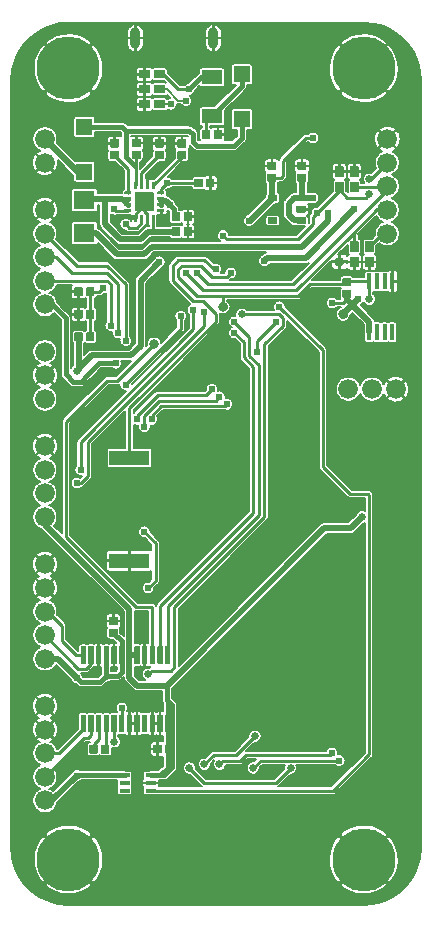
<source format=gbr>
G04 #@! TF.GenerationSoftware,KiCad,Pcbnew,5.0.2-bee76a0~70~ubuntu18.04.1*
G04 #@! TF.CreationDate,2019-10-21T17:09:24+02:00*
G04 #@! TF.ProjectId,easyhive_1_3,65617379-6869-4766-955f-315f332e6b69,rev?*
G04 #@! TF.SameCoordinates,Original*
G04 #@! TF.FileFunction,Copper,L2,Bot*
G04 #@! TF.FilePolarity,Positive*
%FSLAX46Y46*%
G04 Gerber Fmt 4.6, Leading zero omitted, Abs format (unit mm)*
G04 Created by KiCad (PCBNEW 5.0.2-bee76a0~70~ubuntu18.04.1) date Mo 21 Okt 2019 17:09:24 CEST*
%MOMM*%
%LPD*%
G01*
G04 APERTURE LIST*
G04 #@! TA.AperFunction,Conductor*
%ADD10C,0.100000*%
G04 #@! TD*
G04 #@! TA.AperFunction,SMDPad,CuDef*
%ADD11C,0.450000*%
G04 #@! TD*
G04 #@! TA.AperFunction,SMDPad,CuDef*
%ADD12R,1.400000X1.400000*%
G04 #@! TD*
G04 #@! TA.AperFunction,SMDPad,CuDef*
%ADD13C,0.700000*%
G04 #@! TD*
G04 #@! TA.AperFunction,ComponentPad*
%ADD14O,0.900000X1.800000*%
G04 #@! TD*
G04 #@! TA.AperFunction,ComponentPad*
%ADD15C,1.676400*%
G04 #@! TD*
G04 #@! TA.AperFunction,SMDPad,CuDef*
%ADD16C,0.250000*%
G04 #@! TD*
G04 #@! TA.AperFunction,SMDPad,CuDef*
%ADD17C,1.600000*%
G04 #@! TD*
G04 #@! TA.AperFunction,ComponentPad*
%ADD18C,0.508000*%
G04 #@! TD*
G04 #@! TA.AperFunction,SMDPad,CuDef*
%ADD19R,0.400000X1.350000*%
G04 #@! TD*
G04 #@! TA.AperFunction,SMDPad,CuDef*
%ADD20C,0.550000*%
G04 #@! TD*
G04 #@! TA.AperFunction,SMDPad,CuDef*
%ADD21R,1.800000X1.200000*%
G04 #@! TD*
G04 #@! TA.AperFunction,SMDPad,CuDef*
%ADD22R,1.800000X1.600000*%
G04 #@! TD*
G04 #@! TA.AperFunction,ComponentPad*
%ADD23C,5.334000*%
G04 #@! TD*
G04 #@! TA.AperFunction,SMDPad,CuDef*
%ADD24R,3.400000X1.300000*%
G04 #@! TD*
G04 #@! TA.AperFunction,SMDPad,CuDef*
%ADD25C,0.800000*%
G04 #@! TD*
G04 #@! TA.AperFunction,SMDPad,CuDef*
%ADD26R,0.850000X0.350000*%
G04 #@! TD*
G04 #@! TA.AperFunction,ViaPad*
%ADD27C,0.609600*%
G04 #@! TD*
G04 #@! TA.AperFunction,ViaPad*
%ADD28C,0.654800*%
G04 #@! TD*
G04 #@! TA.AperFunction,ViaPad*
%ADD29C,0.800000*%
G04 #@! TD*
G04 #@! TA.AperFunction,Conductor*
%ADD30C,0.250000*%
G04 #@! TD*
G04 #@! TA.AperFunction,Conductor*
%ADD31C,0.508000*%
G04 #@! TD*
G04 #@! TA.AperFunction,Conductor*
%ADD32C,0.254000*%
G04 #@! TD*
G04 #@! TA.AperFunction,Conductor*
%ADD33C,0.406400*%
G04 #@! TD*
G04 #@! TA.AperFunction,Conductor*
%ADD34C,0.400000*%
G04 #@! TD*
G04 #@! TA.AperFunction,Conductor*
%ADD35C,0.203200*%
G04 #@! TD*
G04 #@! TA.AperFunction,Conductor*
%ADD36C,0.500000*%
G04 #@! TD*
G04 #@! TA.AperFunction,Conductor*
%ADD37C,0.152400*%
G04 #@! TD*
G04 APERTURE END LIST*
D10*
G04 #@! TO.N,Net-(IC3-Pad13)*
G04 #@! TO.C,IC3*
G36*
X137435363Y-120438871D02*
X137440824Y-120439681D01*
X137446179Y-120441022D01*
X137451376Y-120442882D01*
X137456366Y-120445242D01*
X137461101Y-120448080D01*
X137465535Y-120451368D01*
X137469625Y-120455075D01*
X137473332Y-120459165D01*
X137476620Y-120463599D01*
X137479458Y-120468334D01*
X137481818Y-120473324D01*
X137483678Y-120478521D01*
X137485019Y-120483876D01*
X137485829Y-120489337D01*
X137486100Y-120494850D01*
X137486100Y-121882350D01*
X137485829Y-121887863D01*
X137485019Y-121893324D01*
X137483678Y-121898679D01*
X137481818Y-121903876D01*
X137479458Y-121908866D01*
X137476620Y-121913601D01*
X137473332Y-121918035D01*
X137469625Y-121922125D01*
X137465535Y-121925832D01*
X137461101Y-121929120D01*
X137456366Y-121931958D01*
X137451376Y-121934318D01*
X137446179Y-121936178D01*
X137440824Y-121937519D01*
X137435363Y-121938329D01*
X137429850Y-121938600D01*
X137092350Y-121938600D01*
X137086837Y-121938329D01*
X137081376Y-121937519D01*
X137076021Y-121936178D01*
X137070824Y-121934318D01*
X137065834Y-121931958D01*
X137061099Y-121929120D01*
X137056665Y-121925832D01*
X137052575Y-121922125D01*
X137048868Y-121918035D01*
X137045580Y-121913601D01*
X137042742Y-121908866D01*
X137040382Y-121903876D01*
X137038522Y-121898679D01*
X137037181Y-121893324D01*
X137036371Y-121887863D01*
X137036100Y-121882350D01*
X137036100Y-120494850D01*
X137036371Y-120489337D01*
X137037181Y-120483876D01*
X137038522Y-120478521D01*
X137040382Y-120473324D01*
X137042742Y-120468334D01*
X137045580Y-120463599D01*
X137048868Y-120459165D01*
X137052575Y-120455075D01*
X137056665Y-120451368D01*
X137061099Y-120448080D01*
X137065834Y-120445242D01*
X137070824Y-120442882D01*
X137076021Y-120441022D01*
X137081376Y-120439681D01*
X137086837Y-120438871D01*
X137092350Y-120438600D01*
X137429850Y-120438600D01*
X137435363Y-120438871D01*
X137435363Y-120438871D01*
G37*
D11*
G04 #@! TD*
G04 #@! TO.P,IC3,13*
G04 #@! TO.N,Net-(IC3-Pad13)*
X137261100Y-121188600D03*
D10*
G04 #@! TO.N,Net-(IC3-Pad14)*
G04 #@! TO.C,IC3*
G36*
X138085363Y-120438871D02*
X138090824Y-120439681D01*
X138096179Y-120441022D01*
X138101376Y-120442882D01*
X138106366Y-120445242D01*
X138111101Y-120448080D01*
X138115535Y-120451368D01*
X138119625Y-120455075D01*
X138123332Y-120459165D01*
X138126620Y-120463599D01*
X138129458Y-120468334D01*
X138131818Y-120473324D01*
X138133678Y-120478521D01*
X138135019Y-120483876D01*
X138135829Y-120489337D01*
X138136100Y-120494850D01*
X138136100Y-121882350D01*
X138135829Y-121887863D01*
X138135019Y-121893324D01*
X138133678Y-121898679D01*
X138131818Y-121903876D01*
X138129458Y-121908866D01*
X138126620Y-121913601D01*
X138123332Y-121918035D01*
X138119625Y-121922125D01*
X138115535Y-121925832D01*
X138111101Y-121929120D01*
X138106366Y-121931958D01*
X138101376Y-121934318D01*
X138096179Y-121936178D01*
X138090824Y-121937519D01*
X138085363Y-121938329D01*
X138079850Y-121938600D01*
X137742350Y-121938600D01*
X137736837Y-121938329D01*
X137731376Y-121937519D01*
X137726021Y-121936178D01*
X137720824Y-121934318D01*
X137715834Y-121931958D01*
X137711099Y-121929120D01*
X137706665Y-121925832D01*
X137702575Y-121922125D01*
X137698868Y-121918035D01*
X137695580Y-121913601D01*
X137692742Y-121908866D01*
X137690382Y-121903876D01*
X137688522Y-121898679D01*
X137687181Y-121893324D01*
X137686371Y-121887863D01*
X137686100Y-121882350D01*
X137686100Y-120494850D01*
X137686371Y-120489337D01*
X137687181Y-120483876D01*
X137688522Y-120478521D01*
X137690382Y-120473324D01*
X137692742Y-120468334D01*
X137695580Y-120463599D01*
X137698868Y-120459165D01*
X137702575Y-120455075D01*
X137706665Y-120451368D01*
X137711099Y-120448080D01*
X137715834Y-120445242D01*
X137720824Y-120442882D01*
X137726021Y-120441022D01*
X137731376Y-120439681D01*
X137736837Y-120438871D01*
X137742350Y-120438600D01*
X138079850Y-120438600D01*
X138085363Y-120438871D01*
X138085363Y-120438871D01*
G37*
D11*
G04 #@! TD*
G04 #@! TO.P,IC3,14*
G04 #@! TO.N,Net-(IC3-Pad14)*
X137911100Y-121188600D03*
D10*
G04 #@! TO.N,GND*
G04 #@! TO.C,IC3*
G36*
X138735363Y-120438871D02*
X138740824Y-120439681D01*
X138746179Y-120441022D01*
X138751376Y-120442882D01*
X138756366Y-120445242D01*
X138761101Y-120448080D01*
X138765535Y-120451368D01*
X138769625Y-120455075D01*
X138773332Y-120459165D01*
X138776620Y-120463599D01*
X138779458Y-120468334D01*
X138781818Y-120473324D01*
X138783678Y-120478521D01*
X138785019Y-120483876D01*
X138785829Y-120489337D01*
X138786100Y-120494850D01*
X138786100Y-121882350D01*
X138785829Y-121887863D01*
X138785019Y-121893324D01*
X138783678Y-121898679D01*
X138781818Y-121903876D01*
X138779458Y-121908866D01*
X138776620Y-121913601D01*
X138773332Y-121918035D01*
X138769625Y-121922125D01*
X138765535Y-121925832D01*
X138761101Y-121929120D01*
X138756366Y-121931958D01*
X138751376Y-121934318D01*
X138746179Y-121936178D01*
X138740824Y-121937519D01*
X138735363Y-121938329D01*
X138729850Y-121938600D01*
X138392350Y-121938600D01*
X138386837Y-121938329D01*
X138381376Y-121937519D01*
X138376021Y-121936178D01*
X138370824Y-121934318D01*
X138365834Y-121931958D01*
X138361099Y-121929120D01*
X138356665Y-121925832D01*
X138352575Y-121922125D01*
X138348868Y-121918035D01*
X138345580Y-121913601D01*
X138342742Y-121908866D01*
X138340382Y-121903876D01*
X138338522Y-121898679D01*
X138337181Y-121893324D01*
X138336371Y-121887863D01*
X138336100Y-121882350D01*
X138336100Y-120494850D01*
X138336371Y-120489337D01*
X138337181Y-120483876D01*
X138338522Y-120478521D01*
X138340382Y-120473324D01*
X138342742Y-120468334D01*
X138345580Y-120463599D01*
X138348868Y-120459165D01*
X138352575Y-120455075D01*
X138356665Y-120451368D01*
X138361099Y-120448080D01*
X138365834Y-120445242D01*
X138370824Y-120442882D01*
X138376021Y-120441022D01*
X138381376Y-120439681D01*
X138386837Y-120438871D01*
X138392350Y-120438600D01*
X138729850Y-120438600D01*
X138735363Y-120438871D01*
X138735363Y-120438871D01*
G37*
D11*
G04 #@! TD*
G04 #@! TO.P,IC3,15*
G04 #@! TO.N,GND*
X138561100Y-121188600D03*
D10*
G04 #@! TO.N,/3V3_LC*
G04 #@! TO.C,IC3*
G36*
X139385363Y-120438871D02*
X139390824Y-120439681D01*
X139396179Y-120441022D01*
X139401376Y-120442882D01*
X139406366Y-120445242D01*
X139411101Y-120448080D01*
X139415535Y-120451368D01*
X139419625Y-120455075D01*
X139423332Y-120459165D01*
X139426620Y-120463599D01*
X139429458Y-120468334D01*
X139431818Y-120473324D01*
X139433678Y-120478521D01*
X139435019Y-120483876D01*
X139435829Y-120489337D01*
X139436100Y-120494850D01*
X139436100Y-121882350D01*
X139435829Y-121887863D01*
X139435019Y-121893324D01*
X139433678Y-121898679D01*
X139431818Y-121903876D01*
X139429458Y-121908866D01*
X139426620Y-121913601D01*
X139423332Y-121918035D01*
X139419625Y-121922125D01*
X139415535Y-121925832D01*
X139411101Y-121929120D01*
X139406366Y-121931958D01*
X139401376Y-121934318D01*
X139396179Y-121936178D01*
X139390824Y-121937519D01*
X139385363Y-121938329D01*
X139379850Y-121938600D01*
X139042350Y-121938600D01*
X139036837Y-121938329D01*
X139031376Y-121937519D01*
X139026021Y-121936178D01*
X139020824Y-121934318D01*
X139015834Y-121931958D01*
X139011099Y-121929120D01*
X139006665Y-121925832D01*
X139002575Y-121922125D01*
X138998868Y-121918035D01*
X138995580Y-121913601D01*
X138992742Y-121908866D01*
X138990382Y-121903876D01*
X138988522Y-121898679D01*
X138987181Y-121893324D01*
X138986371Y-121887863D01*
X138986100Y-121882350D01*
X138986100Y-120494850D01*
X138986371Y-120489337D01*
X138987181Y-120483876D01*
X138988522Y-120478521D01*
X138990382Y-120473324D01*
X138992742Y-120468334D01*
X138995580Y-120463599D01*
X138998868Y-120459165D01*
X139002575Y-120455075D01*
X139006665Y-120451368D01*
X139011099Y-120448080D01*
X139015834Y-120445242D01*
X139020824Y-120442882D01*
X139026021Y-120441022D01*
X139031376Y-120439681D01*
X139036837Y-120438871D01*
X139042350Y-120438600D01*
X139379850Y-120438600D01*
X139385363Y-120438871D01*
X139385363Y-120438871D01*
G37*
D11*
G04 #@! TD*
G04 #@! TO.P,IC3,16*
G04 #@! TO.N,/3V3_LC*
X139211100Y-121188600D03*
D10*
G04 #@! TO.N,GND*
G04 #@! TO.C,IC3*
G36*
X140035363Y-120438871D02*
X140040824Y-120439681D01*
X140046179Y-120441022D01*
X140051376Y-120442882D01*
X140056366Y-120445242D01*
X140061101Y-120448080D01*
X140065535Y-120451368D01*
X140069625Y-120455075D01*
X140073332Y-120459165D01*
X140076620Y-120463599D01*
X140079458Y-120468334D01*
X140081818Y-120473324D01*
X140083678Y-120478521D01*
X140085019Y-120483876D01*
X140085829Y-120489337D01*
X140086100Y-120494850D01*
X140086100Y-121882350D01*
X140085829Y-121887863D01*
X140085019Y-121893324D01*
X140083678Y-121898679D01*
X140081818Y-121903876D01*
X140079458Y-121908866D01*
X140076620Y-121913601D01*
X140073332Y-121918035D01*
X140069625Y-121922125D01*
X140065535Y-121925832D01*
X140061101Y-121929120D01*
X140056366Y-121931958D01*
X140051376Y-121934318D01*
X140046179Y-121936178D01*
X140040824Y-121937519D01*
X140035363Y-121938329D01*
X140029850Y-121938600D01*
X139692350Y-121938600D01*
X139686837Y-121938329D01*
X139681376Y-121937519D01*
X139676021Y-121936178D01*
X139670824Y-121934318D01*
X139665834Y-121931958D01*
X139661099Y-121929120D01*
X139656665Y-121925832D01*
X139652575Y-121922125D01*
X139648868Y-121918035D01*
X139645580Y-121913601D01*
X139642742Y-121908866D01*
X139640382Y-121903876D01*
X139638522Y-121898679D01*
X139637181Y-121893324D01*
X139636371Y-121887863D01*
X139636100Y-121882350D01*
X139636100Y-120494850D01*
X139636371Y-120489337D01*
X139637181Y-120483876D01*
X139638522Y-120478521D01*
X139640382Y-120473324D01*
X139642742Y-120468334D01*
X139645580Y-120463599D01*
X139648868Y-120459165D01*
X139652575Y-120455075D01*
X139656665Y-120451368D01*
X139661099Y-120448080D01*
X139665834Y-120445242D01*
X139670824Y-120442882D01*
X139676021Y-120441022D01*
X139681376Y-120439681D01*
X139686837Y-120438871D01*
X139692350Y-120438600D01*
X140029850Y-120438600D01*
X140035363Y-120438871D01*
X140035363Y-120438871D01*
G37*
D11*
G04 #@! TD*
G04 #@! TO.P,IC3,17*
G04 #@! TO.N,GND*
X139861100Y-121188600D03*
D10*
G04 #@! TO.N,/3V3_LC*
G04 #@! TO.C,IC3*
G36*
X140685363Y-120438871D02*
X140690824Y-120439681D01*
X140696179Y-120441022D01*
X140701376Y-120442882D01*
X140706366Y-120445242D01*
X140711101Y-120448080D01*
X140715535Y-120451368D01*
X140719625Y-120455075D01*
X140723332Y-120459165D01*
X140726620Y-120463599D01*
X140729458Y-120468334D01*
X140731818Y-120473324D01*
X140733678Y-120478521D01*
X140735019Y-120483876D01*
X140735829Y-120489337D01*
X140736100Y-120494850D01*
X140736100Y-121882350D01*
X140735829Y-121887863D01*
X140735019Y-121893324D01*
X140733678Y-121898679D01*
X140731818Y-121903876D01*
X140729458Y-121908866D01*
X140726620Y-121913601D01*
X140723332Y-121918035D01*
X140719625Y-121922125D01*
X140715535Y-121925832D01*
X140711101Y-121929120D01*
X140706366Y-121931958D01*
X140701376Y-121934318D01*
X140696179Y-121936178D01*
X140690824Y-121937519D01*
X140685363Y-121938329D01*
X140679850Y-121938600D01*
X140342350Y-121938600D01*
X140336837Y-121938329D01*
X140331376Y-121937519D01*
X140326021Y-121936178D01*
X140320824Y-121934318D01*
X140315834Y-121931958D01*
X140311099Y-121929120D01*
X140306665Y-121925832D01*
X140302575Y-121922125D01*
X140298868Y-121918035D01*
X140295580Y-121913601D01*
X140292742Y-121908866D01*
X140290382Y-121903876D01*
X140288522Y-121898679D01*
X140287181Y-121893324D01*
X140286371Y-121887863D01*
X140286100Y-121882350D01*
X140286100Y-120494850D01*
X140286371Y-120489337D01*
X140287181Y-120483876D01*
X140288522Y-120478521D01*
X140290382Y-120473324D01*
X140292742Y-120468334D01*
X140295580Y-120463599D01*
X140298868Y-120459165D01*
X140302575Y-120455075D01*
X140306665Y-120451368D01*
X140311099Y-120448080D01*
X140315834Y-120445242D01*
X140320824Y-120442882D01*
X140326021Y-120441022D01*
X140331376Y-120439681D01*
X140336837Y-120438871D01*
X140342350Y-120438600D01*
X140679850Y-120438600D01*
X140685363Y-120438871D01*
X140685363Y-120438871D01*
G37*
D11*
G04 #@! TD*
G04 #@! TO.P,IC3,18*
G04 #@! TO.N,/3V3_LC*
X140511100Y-121188600D03*
D10*
G04 #@! TO.N,+3V3*
G04 #@! TO.C,IC3*
G36*
X141335363Y-120438871D02*
X141340824Y-120439681D01*
X141346179Y-120441022D01*
X141351376Y-120442882D01*
X141356366Y-120445242D01*
X141361101Y-120448080D01*
X141365535Y-120451368D01*
X141369625Y-120455075D01*
X141373332Y-120459165D01*
X141376620Y-120463599D01*
X141379458Y-120468334D01*
X141381818Y-120473324D01*
X141383678Y-120478521D01*
X141385019Y-120483876D01*
X141385829Y-120489337D01*
X141386100Y-120494850D01*
X141386100Y-121882350D01*
X141385829Y-121887863D01*
X141385019Y-121893324D01*
X141383678Y-121898679D01*
X141381818Y-121903876D01*
X141379458Y-121908866D01*
X141376620Y-121913601D01*
X141373332Y-121918035D01*
X141369625Y-121922125D01*
X141365535Y-121925832D01*
X141361101Y-121929120D01*
X141356366Y-121931958D01*
X141351376Y-121934318D01*
X141346179Y-121936178D01*
X141340824Y-121937519D01*
X141335363Y-121938329D01*
X141329850Y-121938600D01*
X140992350Y-121938600D01*
X140986837Y-121938329D01*
X140981376Y-121937519D01*
X140976021Y-121936178D01*
X140970824Y-121934318D01*
X140965834Y-121931958D01*
X140961099Y-121929120D01*
X140956665Y-121925832D01*
X140952575Y-121922125D01*
X140948868Y-121918035D01*
X140945580Y-121913601D01*
X140942742Y-121908866D01*
X140940382Y-121903876D01*
X140938522Y-121898679D01*
X140937181Y-121893324D01*
X140936371Y-121887863D01*
X140936100Y-121882350D01*
X140936100Y-120494850D01*
X140936371Y-120489337D01*
X140937181Y-120483876D01*
X140938522Y-120478521D01*
X140940382Y-120473324D01*
X140942742Y-120468334D01*
X140945580Y-120463599D01*
X140948868Y-120459165D01*
X140952575Y-120455075D01*
X140956665Y-120451368D01*
X140961099Y-120448080D01*
X140965834Y-120445242D01*
X140970824Y-120442882D01*
X140976021Y-120441022D01*
X140981376Y-120439681D01*
X140986837Y-120438871D01*
X140992350Y-120438600D01*
X141329850Y-120438600D01*
X141335363Y-120438871D01*
X141335363Y-120438871D01*
G37*
D11*
G04 #@! TD*
G04 #@! TO.P,IC3,19*
G04 #@! TO.N,+3V3*
X141161100Y-121188600D03*
D10*
G04 #@! TO.N,+3V3*
G04 #@! TO.C,IC3*
G36*
X141985363Y-120438871D02*
X141990824Y-120439681D01*
X141996179Y-120441022D01*
X142001376Y-120442882D01*
X142006366Y-120445242D01*
X142011101Y-120448080D01*
X142015535Y-120451368D01*
X142019625Y-120455075D01*
X142023332Y-120459165D01*
X142026620Y-120463599D01*
X142029458Y-120468334D01*
X142031818Y-120473324D01*
X142033678Y-120478521D01*
X142035019Y-120483876D01*
X142035829Y-120489337D01*
X142036100Y-120494850D01*
X142036100Y-121882350D01*
X142035829Y-121887863D01*
X142035019Y-121893324D01*
X142033678Y-121898679D01*
X142031818Y-121903876D01*
X142029458Y-121908866D01*
X142026620Y-121913601D01*
X142023332Y-121918035D01*
X142019625Y-121922125D01*
X142015535Y-121925832D01*
X142011101Y-121929120D01*
X142006366Y-121931958D01*
X142001376Y-121934318D01*
X141996179Y-121936178D01*
X141990824Y-121937519D01*
X141985363Y-121938329D01*
X141979850Y-121938600D01*
X141642350Y-121938600D01*
X141636837Y-121938329D01*
X141631376Y-121937519D01*
X141626021Y-121936178D01*
X141620824Y-121934318D01*
X141615834Y-121931958D01*
X141611099Y-121929120D01*
X141606665Y-121925832D01*
X141602575Y-121922125D01*
X141598868Y-121918035D01*
X141595580Y-121913601D01*
X141592742Y-121908866D01*
X141590382Y-121903876D01*
X141588522Y-121898679D01*
X141587181Y-121893324D01*
X141586371Y-121887863D01*
X141586100Y-121882350D01*
X141586100Y-120494850D01*
X141586371Y-120489337D01*
X141587181Y-120483876D01*
X141588522Y-120478521D01*
X141590382Y-120473324D01*
X141592742Y-120468334D01*
X141595580Y-120463599D01*
X141598868Y-120459165D01*
X141602575Y-120455075D01*
X141606665Y-120451368D01*
X141611099Y-120448080D01*
X141615834Y-120445242D01*
X141620824Y-120442882D01*
X141626021Y-120441022D01*
X141631376Y-120439681D01*
X141636837Y-120438871D01*
X141642350Y-120438600D01*
X141979850Y-120438600D01*
X141985363Y-120438871D01*
X141985363Y-120438871D01*
G37*
D11*
G04 #@! TD*
G04 #@! TO.P,IC3,20*
G04 #@! TO.N,+3V3*
X141811100Y-121188600D03*
D10*
G04 #@! TO.N,GND*
G04 #@! TO.C,IC3*
G36*
X142635363Y-120438871D02*
X142640824Y-120439681D01*
X142646179Y-120441022D01*
X142651376Y-120442882D01*
X142656366Y-120445242D01*
X142661101Y-120448080D01*
X142665535Y-120451368D01*
X142669625Y-120455075D01*
X142673332Y-120459165D01*
X142676620Y-120463599D01*
X142679458Y-120468334D01*
X142681818Y-120473324D01*
X142683678Y-120478521D01*
X142685019Y-120483876D01*
X142685829Y-120489337D01*
X142686100Y-120494850D01*
X142686100Y-121882350D01*
X142685829Y-121887863D01*
X142685019Y-121893324D01*
X142683678Y-121898679D01*
X142681818Y-121903876D01*
X142679458Y-121908866D01*
X142676620Y-121913601D01*
X142673332Y-121918035D01*
X142669625Y-121922125D01*
X142665535Y-121925832D01*
X142661101Y-121929120D01*
X142656366Y-121931958D01*
X142651376Y-121934318D01*
X142646179Y-121936178D01*
X142640824Y-121937519D01*
X142635363Y-121938329D01*
X142629850Y-121938600D01*
X142292350Y-121938600D01*
X142286837Y-121938329D01*
X142281376Y-121937519D01*
X142276021Y-121936178D01*
X142270824Y-121934318D01*
X142265834Y-121931958D01*
X142261099Y-121929120D01*
X142256665Y-121925832D01*
X142252575Y-121922125D01*
X142248868Y-121918035D01*
X142245580Y-121913601D01*
X142242742Y-121908866D01*
X142240382Y-121903876D01*
X142238522Y-121898679D01*
X142237181Y-121893324D01*
X142236371Y-121887863D01*
X142236100Y-121882350D01*
X142236100Y-120494850D01*
X142236371Y-120489337D01*
X142237181Y-120483876D01*
X142238522Y-120478521D01*
X142240382Y-120473324D01*
X142242742Y-120468334D01*
X142245580Y-120463599D01*
X142248868Y-120459165D01*
X142252575Y-120455075D01*
X142256665Y-120451368D01*
X142261099Y-120448080D01*
X142265834Y-120445242D01*
X142270824Y-120442882D01*
X142276021Y-120441022D01*
X142281376Y-120439681D01*
X142286837Y-120438871D01*
X142292350Y-120438600D01*
X142629850Y-120438600D01*
X142635363Y-120438871D01*
X142635363Y-120438871D01*
G37*
D11*
G04 #@! TD*
G04 #@! TO.P,IC3,21*
G04 #@! TO.N,GND*
X142461100Y-121188600D03*
D10*
G04 #@! TO.N,/PDWN*
G04 #@! TO.C,IC3*
G36*
X143285363Y-120438871D02*
X143290824Y-120439681D01*
X143296179Y-120441022D01*
X143301376Y-120442882D01*
X143306366Y-120445242D01*
X143311101Y-120448080D01*
X143315535Y-120451368D01*
X143319625Y-120455075D01*
X143323332Y-120459165D01*
X143326620Y-120463599D01*
X143329458Y-120468334D01*
X143331818Y-120473324D01*
X143333678Y-120478521D01*
X143335019Y-120483876D01*
X143335829Y-120489337D01*
X143336100Y-120494850D01*
X143336100Y-121882350D01*
X143335829Y-121887863D01*
X143335019Y-121893324D01*
X143333678Y-121898679D01*
X143331818Y-121903876D01*
X143329458Y-121908866D01*
X143326620Y-121913601D01*
X143323332Y-121918035D01*
X143319625Y-121922125D01*
X143315535Y-121925832D01*
X143311101Y-121929120D01*
X143306366Y-121931958D01*
X143301376Y-121934318D01*
X143296179Y-121936178D01*
X143290824Y-121937519D01*
X143285363Y-121938329D01*
X143279850Y-121938600D01*
X142942350Y-121938600D01*
X142936837Y-121938329D01*
X142931376Y-121937519D01*
X142926021Y-121936178D01*
X142920824Y-121934318D01*
X142915834Y-121931958D01*
X142911099Y-121929120D01*
X142906665Y-121925832D01*
X142902575Y-121922125D01*
X142898868Y-121918035D01*
X142895580Y-121913601D01*
X142892742Y-121908866D01*
X142890382Y-121903876D01*
X142888522Y-121898679D01*
X142887181Y-121893324D01*
X142886371Y-121887863D01*
X142886100Y-121882350D01*
X142886100Y-120494850D01*
X142886371Y-120489337D01*
X142887181Y-120483876D01*
X142888522Y-120478521D01*
X142890382Y-120473324D01*
X142892742Y-120468334D01*
X142895580Y-120463599D01*
X142898868Y-120459165D01*
X142902575Y-120455075D01*
X142906665Y-120451368D01*
X142911099Y-120448080D01*
X142915834Y-120445242D01*
X142920824Y-120442882D01*
X142926021Y-120441022D01*
X142931376Y-120439681D01*
X142936837Y-120438871D01*
X142942350Y-120438600D01*
X143279850Y-120438600D01*
X143285363Y-120438871D01*
X143285363Y-120438871D01*
G37*
D11*
G04 #@! TD*
G04 #@! TO.P,IC3,22*
G04 #@! TO.N,/PDWN*
X143111100Y-121188600D03*
D10*
G04 #@! TO.N,/SCLK*
G04 #@! TO.C,IC3*
G36*
X143935363Y-120438871D02*
X143940824Y-120439681D01*
X143946179Y-120441022D01*
X143951376Y-120442882D01*
X143956366Y-120445242D01*
X143961101Y-120448080D01*
X143965535Y-120451368D01*
X143969625Y-120455075D01*
X143973332Y-120459165D01*
X143976620Y-120463599D01*
X143979458Y-120468334D01*
X143981818Y-120473324D01*
X143983678Y-120478521D01*
X143985019Y-120483876D01*
X143985829Y-120489337D01*
X143986100Y-120494850D01*
X143986100Y-121882350D01*
X143985829Y-121887863D01*
X143985019Y-121893324D01*
X143983678Y-121898679D01*
X143981818Y-121903876D01*
X143979458Y-121908866D01*
X143976620Y-121913601D01*
X143973332Y-121918035D01*
X143969625Y-121922125D01*
X143965535Y-121925832D01*
X143961101Y-121929120D01*
X143956366Y-121931958D01*
X143951376Y-121934318D01*
X143946179Y-121936178D01*
X143940824Y-121937519D01*
X143935363Y-121938329D01*
X143929850Y-121938600D01*
X143592350Y-121938600D01*
X143586837Y-121938329D01*
X143581376Y-121937519D01*
X143576021Y-121936178D01*
X143570824Y-121934318D01*
X143565834Y-121931958D01*
X143561099Y-121929120D01*
X143556665Y-121925832D01*
X143552575Y-121922125D01*
X143548868Y-121918035D01*
X143545580Y-121913601D01*
X143542742Y-121908866D01*
X143540382Y-121903876D01*
X143538522Y-121898679D01*
X143537181Y-121893324D01*
X143536371Y-121887863D01*
X143536100Y-121882350D01*
X143536100Y-120494850D01*
X143536371Y-120489337D01*
X143537181Y-120483876D01*
X143538522Y-120478521D01*
X143540382Y-120473324D01*
X143542742Y-120468334D01*
X143545580Y-120463599D01*
X143548868Y-120459165D01*
X143552575Y-120455075D01*
X143556665Y-120451368D01*
X143561099Y-120448080D01*
X143565834Y-120445242D01*
X143570824Y-120442882D01*
X143576021Y-120441022D01*
X143581376Y-120439681D01*
X143586837Y-120438871D01*
X143592350Y-120438600D01*
X143929850Y-120438600D01*
X143935363Y-120438871D01*
X143935363Y-120438871D01*
G37*
D11*
G04 #@! TD*
G04 #@! TO.P,IC3,23*
G04 #@! TO.N,/SCLK*
X143761100Y-121188600D03*
D10*
G04 #@! TO.N,/DATA*
G04 #@! TO.C,IC3*
G36*
X144585363Y-120438871D02*
X144590824Y-120439681D01*
X144596179Y-120441022D01*
X144601376Y-120442882D01*
X144606366Y-120445242D01*
X144611101Y-120448080D01*
X144615535Y-120451368D01*
X144619625Y-120455075D01*
X144623332Y-120459165D01*
X144626620Y-120463599D01*
X144629458Y-120468334D01*
X144631818Y-120473324D01*
X144633678Y-120478521D01*
X144635019Y-120483876D01*
X144635829Y-120489337D01*
X144636100Y-120494850D01*
X144636100Y-121882350D01*
X144635829Y-121887863D01*
X144635019Y-121893324D01*
X144633678Y-121898679D01*
X144631818Y-121903876D01*
X144629458Y-121908866D01*
X144626620Y-121913601D01*
X144623332Y-121918035D01*
X144619625Y-121922125D01*
X144615535Y-121925832D01*
X144611101Y-121929120D01*
X144606366Y-121931958D01*
X144601376Y-121934318D01*
X144596179Y-121936178D01*
X144590824Y-121937519D01*
X144585363Y-121938329D01*
X144579850Y-121938600D01*
X144242350Y-121938600D01*
X144236837Y-121938329D01*
X144231376Y-121937519D01*
X144226021Y-121936178D01*
X144220824Y-121934318D01*
X144215834Y-121931958D01*
X144211099Y-121929120D01*
X144206665Y-121925832D01*
X144202575Y-121922125D01*
X144198868Y-121918035D01*
X144195580Y-121913601D01*
X144192742Y-121908866D01*
X144190382Y-121903876D01*
X144188522Y-121898679D01*
X144187181Y-121893324D01*
X144186371Y-121887863D01*
X144186100Y-121882350D01*
X144186100Y-120494850D01*
X144186371Y-120489337D01*
X144187181Y-120483876D01*
X144188522Y-120478521D01*
X144190382Y-120473324D01*
X144192742Y-120468334D01*
X144195580Y-120463599D01*
X144198868Y-120459165D01*
X144202575Y-120455075D01*
X144206665Y-120451368D01*
X144211099Y-120448080D01*
X144215834Y-120445242D01*
X144220824Y-120442882D01*
X144226021Y-120441022D01*
X144231376Y-120439681D01*
X144236837Y-120438871D01*
X144242350Y-120438600D01*
X144579850Y-120438600D01*
X144585363Y-120438871D01*
X144585363Y-120438871D01*
G37*
D11*
G04 #@! TD*
G04 #@! TO.P,IC3,24*
G04 #@! TO.N,/DATA*
X144411100Y-121188600D03*
D10*
G04 #@! TO.N,Net-(IC3-Pad12)*
G04 #@! TO.C,IC3*
G36*
X137435363Y-126238871D02*
X137440824Y-126239681D01*
X137446179Y-126241022D01*
X137451376Y-126242882D01*
X137456366Y-126245242D01*
X137461101Y-126248080D01*
X137465535Y-126251368D01*
X137469625Y-126255075D01*
X137473332Y-126259165D01*
X137476620Y-126263599D01*
X137479458Y-126268334D01*
X137481818Y-126273324D01*
X137483678Y-126278521D01*
X137485019Y-126283876D01*
X137485829Y-126289337D01*
X137486100Y-126294850D01*
X137486100Y-127682350D01*
X137485829Y-127687863D01*
X137485019Y-127693324D01*
X137483678Y-127698679D01*
X137481818Y-127703876D01*
X137479458Y-127708866D01*
X137476620Y-127713601D01*
X137473332Y-127718035D01*
X137469625Y-127722125D01*
X137465535Y-127725832D01*
X137461101Y-127729120D01*
X137456366Y-127731958D01*
X137451376Y-127734318D01*
X137446179Y-127736178D01*
X137440824Y-127737519D01*
X137435363Y-127738329D01*
X137429850Y-127738600D01*
X137092350Y-127738600D01*
X137086837Y-127738329D01*
X137081376Y-127737519D01*
X137076021Y-127736178D01*
X137070824Y-127734318D01*
X137065834Y-127731958D01*
X137061099Y-127729120D01*
X137056665Y-127725832D01*
X137052575Y-127722125D01*
X137048868Y-127718035D01*
X137045580Y-127713601D01*
X137042742Y-127708866D01*
X137040382Y-127703876D01*
X137038522Y-127698679D01*
X137037181Y-127693324D01*
X137036371Y-127687863D01*
X137036100Y-127682350D01*
X137036100Y-126294850D01*
X137036371Y-126289337D01*
X137037181Y-126283876D01*
X137038522Y-126278521D01*
X137040382Y-126273324D01*
X137042742Y-126268334D01*
X137045580Y-126263599D01*
X137048868Y-126259165D01*
X137052575Y-126255075D01*
X137056665Y-126251368D01*
X137061099Y-126248080D01*
X137065834Y-126245242D01*
X137070824Y-126242882D01*
X137076021Y-126241022D01*
X137081376Y-126239681D01*
X137086837Y-126238871D01*
X137092350Y-126238600D01*
X137429850Y-126238600D01*
X137435363Y-126238871D01*
X137435363Y-126238871D01*
G37*
D11*
G04 #@! TD*
G04 #@! TO.P,IC3,12*
G04 #@! TO.N,Net-(IC3-Pad12)*
X137261100Y-126988600D03*
D10*
G04 #@! TO.N,Net-(IC3-Pad11)*
G04 #@! TO.C,IC3*
G36*
X138085363Y-126238871D02*
X138090824Y-126239681D01*
X138096179Y-126241022D01*
X138101376Y-126242882D01*
X138106366Y-126245242D01*
X138111101Y-126248080D01*
X138115535Y-126251368D01*
X138119625Y-126255075D01*
X138123332Y-126259165D01*
X138126620Y-126263599D01*
X138129458Y-126268334D01*
X138131818Y-126273324D01*
X138133678Y-126278521D01*
X138135019Y-126283876D01*
X138135829Y-126289337D01*
X138136100Y-126294850D01*
X138136100Y-127682350D01*
X138135829Y-127687863D01*
X138135019Y-127693324D01*
X138133678Y-127698679D01*
X138131818Y-127703876D01*
X138129458Y-127708866D01*
X138126620Y-127713601D01*
X138123332Y-127718035D01*
X138119625Y-127722125D01*
X138115535Y-127725832D01*
X138111101Y-127729120D01*
X138106366Y-127731958D01*
X138101376Y-127734318D01*
X138096179Y-127736178D01*
X138090824Y-127737519D01*
X138085363Y-127738329D01*
X138079850Y-127738600D01*
X137742350Y-127738600D01*
X137736837Y-127738329D01*
X137731376Y-127737519D01*
X137726021Y-127736178D01*
X137720824Y-127734318D01*
X137715834Y-127731958D01*
X137711099Y-127729120D01*
X137706665Y-127725832D01*
X137702575Y-127722125D01*
X137698868Y-127718035D01*
X137695580Y-127713601D01*
X137692742Y-127708866D01*
X137690382Y-127703876D01*
X137688522Y-127698679D01*
X137687181Y-127693324D01*
X137686371Y-127687863D01*
X137686100Y-127682350D01*
X137686100Y-126294850D01*
X137686371Y-126289337D01*
X137687181Y-126283876D01*
X137688522Y-126278521D01*
X137690382Y-126273324D01*
X137692742Y-126268334D01*
X137695580Y-126263599D01*
X137698868Y-126259165D01*
X137702575Y-126255075D01*
X137706665Y-126251368D01*
X137711099Y-126248080D01*
X137715834Y-126245242D01*
X137720824Y-126242882D01*
X137726021Y-126241022D01*
X137731376Y-126239681D01*
X137736837Y-126238871D01*
X137742350Y-126238600D01*
X138079850Y-126238600D01*
X138085363Y-126238871D01*
X138085363Y-126238871D01*
G37*
D11*
G04 #@! TD*
G04 #@! TO.P,IC3,11*
G04 #@! TO.N,Net-(IC3-Pad11)*
X137911100Y-126988600D03*
D10*
G04 #@! TO.N,Net-(C14-Pad2)*
G04 #@! TO.C,IC3*
G36*
X138735363Y-126238871D02*
X138740824Y-126239681D01*
X138746179Y-126241022D01*
X138751376Y-126242882D01*
X138756366Y-126245242D01*
X138761101Y-126248080D01*
X138765535Y-126251368D01*
X138769625Y-126255075D01*
X138773332Y-126259165D01*
X138776620Y-126263599D01*
X138779458Y-126268334D01*
X138781818Y-126273324D01*
X138783678Y-126278521D01*
X138785019Y-126283876D01*
X138785829Y-126289337D01*
X138786100Y-126294850D01*
X138786100Y-127682350D01*
X138785829Y-127687863D01*
X138785019Y-127693324D01*
X138783678Y-127698679D01*
X138781818Y-127703876D01*
X138779458Y-127708866D01*
X138776620Y-127713601D01*
X138773332Y-127718035D01*
X138769625Y-127722125D01*
X138765535Y-127725832D01*
X138761101Y-127729120D01*
X138756366Y-127731958D01*
X138751376Y-127734318D01*
X138746179Y-127736178D01*
X138740824Y-127737519D01*
X138735363Y-127738329D01*
X138729850Y-127738600D01*
X138392350Y-127738600D01*
X138386837Y-127738329D01*
X138381376Y-127737519D01*
X138376021Y-127736178D01*
X138370824Y-127734318D01*
X138365834Y-127731958D01*
X138361099Y-127729120D01*
X138356665Y-127725832D01*
X138352575Y-127722125D01*
X138348868Y-127718035D01*
X138345580Y-127713601D01*
X138342742Y-127708866D01*
X138340382Y-127703876D01*
X138338522Y-127698679D01*
X138337181Y-127693324D01*
X138336371Y-127687863D01*
X138336100Y-127682350D01*
X138336100Y-126294850D01*
X138336371Y-126289337D01*
X138337181Y-126283876D01*
X138338522Y-126278521D01*
X138340382Y-126273324D01*
X138342742Y-126268334D01*
X138345580Y-126263599D01*
X138348868Y-126259165D01*
X138352575Y-126255075D01*
X138356665Y-126251368D01*
X138361099Y-126248080D01*
X138365834Y-126245242D01*
X138370824Y-126242882D01*
X138376021Y-126241022D01*
X138381376Y-126239681D01*
X138386837Y-126238871D01*
X138392350Y-126238600D01*
X138729850Y-126238600D01*
X138735363Y-126238871D01*
X138735363Y-126238871D01*
G37*
D11*
G04 #@! TD*
G04 #@! TO.P,IC3,10*
G04 #@! TO.N,Net-(C14-Pad2)*
X138561100Y-126988600D03*
D10*
G04 #@! TO.N,Net-(C14-Pad1)*
G04 #@! TO.C,IC3*
G36*
X139385363Y-126238871D02*
X139390824Y-126239681D01*
X139396179Y-126241022D01*
X139401376Y-126242882D01*
X139406366Y-126245242D01*
X139411101Y-126248080D01*
X139415535Y-126251368D01*
X139419625Y-126255075D01*
X139423332Y-126259165D01*
X139426620Y-126263599D01*
X139429458Y-126268334D01*
X139431818Y-126273324D01*
X139433678Y-126278521D01*
X139435019Y-126283876D01*
X139435829Y-126289337D01*
X139436100Y-126294850D01*
X139436100Y-127682350D01*
X139435829Y-127687863D01*
X139435019Y-127693324D01*
X139433678Y-127698679D01*
X139431818Y-127703876D01*
X139429458Y-127708866D01*
X139426620Y-127713601D01*
X139423332Y-127718035D01*
X139419625Y-127722125D01*
X139415535Y-127725832D01*
X139411101Y-127729120D01*
X139406366Y-127731958D01*
X139401376Y-127734318D01*
X139396179Y-127736178D01*
X139390824Y-127737519D01*
X139385363Y-127738329D01*
X139379850Y-127738600D01*
X139042350Y-127738600D01*
X139036837Y-127738329D01*
X139031376Y-127737519D01*
X139026021Y-127736178D01*
X139020824Y-127734318D01*
X139015834Y-127731958D01*
X139011099Y-127729120D01*
X139006665Y-127725832D01*
X139002575Y-127722125D01*
X138998868Y-127718035D01*
X138995580Y-127713601D01*
X138992742Y-127708866D01*
X138990382Y-127703876D01*
X138988522Y-127698679D01*
X138987181Y-127693324D01*
X138986371Y-127687863D01*
X138986100Y-127682350D01*
X138986100Y-126294850D01*
X138986371Y-126289337D01*
X138987181Y-126283876D01*
X138988522Y-126278521D01*
X138990382Y-126273324D01*
X138992742Y-126268334D01*
X138995580Y-126263599D01*
X138998868Y-126259165D01*
X139002575Y-126255075D01*
X139006665Y-126251368D01*
X139011099Y-126248080D01*
X139015834Y-126245242D01*
X139020824Y-126242882D01*
X139026021Y-126241022D01*
X139031376Y-126239681D01*
X139036837Y-126238871D01*
X139042350Y-126238600D01*
X139379850Y-126238600D01*
X139385363Y-126238871D01*
X139385363Y-126238871D01*
G37*
D11*
G04 #@! TD*
G04 #@! TO.P,IC3,9*
G04 #@! TO.N,Net-(C14-Pad1)*
X139211100Y-126988600D03*
D10*
G04 #@! TO.N,/ADS_A0*
G04 #@! TO.C,IC3*
G36*
X140035363Y-126238871D02*
X140040824Y-126239681D01*
X140046179Y-126241022D01*
X140051376Y-126242882D01*
X140056366Y-126245242D01*
X140061101Y-126248080D01*
X140065535Y-126251368D01*
X140069625Y-126255075D01*
X140073332Y-126259165D01*
X140076620Y-126263599D01*
X140079458Y-126268334D01*
X140081818Y-126273324D01*
X140083678Y-126278521D01*
X140085019Y-126283876D01*
X140085829Y-126289337D01*
X140086100Y-126294850D01*
X140086100Y-127682350D01*
X140085829Y-127687863D01*
X140085019Y-127693324D01*
X140083678Y-127698679D01*
X140081818Y-127703876D01*
X140079458Y-127708866D01*
X140076620Y-127713601D01*
X140073332Y-127718035D01*
X140069625Y-127722125D01*
X140065535Y-127725832D01*
X140061101Y-127729120D01*
X140056366Y-127731958D01*
X140051376Y-127734318D01*
X140046179Y-127736178D01*
X140040824Y-127737519D01*
X140035363Y-127738329D01*
X140029850Y-127738600D01*
X139692350Y-127738600D01*
X139686837Y-127738329D01*
X139681376Y-127737519D01*
X139676021Y-127736178D01*
X139670824Y-127734318D01*
X139665834Y-127731958D01*
X139661099Y-127729120D01*
X139656665Y-127725832D01*
X139652575Y-127722125D01*
X139648868Y-127718035D01*
X139645580Y-127713601D01*
X139642742Y-127708866D01*
X139640382Y-127703876D01*
X139638522Y-127698679D01*
X139637181Y-127693324D01*
X139636371Y-127687863D01*
X139636100Y-127682350D01*
X139636100Y-126294850D01*
X139636371Y-126289337D01*
X139637181Y-126283876D01*
X139638522Y-126278521D01*
X139640382Y-126273324D01*
X139642742Y-126268334D01*
X139645580Y-126263599D01*
X139648868Y-126259165D01*
X139652575Y-126255075D01*
X139656665Y-126251368D01*
X139661099Y-126248080D01*
X139665834Y-126245242D01*
X139670824Y-126242882D01*
X139676021Y-126241022D01*
X139681376Y-126239681D01*
X139686837Y-126238871D01*
X139692350Y-126238600D01*
X140029850Y-126238600D01*
X140035363Y-126238871D01*
X140035363Y-126238871D01*
G37*
D11*
G04 #@! TD*
G04 #@! TO.P,IC3,8*
G04 #@! TO.N,/ADS_A0*
X139861100Y-126988600D03*
D10*
G04 #@! TO.N,/TEMP_EN*
G04 #@! TO.C,IC3*
G36*
X140685363Y-126238871D02*
X140690824Y-126239681D01*
X140696179Y-126241022D01*
X140701376Y-126242882D01*
X140706366Y-126245242D01*
X140711101Y-126248080D01*
X140715535Y-126251368D01*
X140719625Y-126255075D01*
X140723332Y-126259165D01*
X140726620Y-126263599D01*
X140729458Y-126268334D01*
X140731818Y-126273324D01*
X140733678Y-126278521D01*
X140735019Y-126283876D01*
X140735829Y-126289337D01*
X140736100Y-126294850D01*
X140736100Y-127682350D01*
X140735829Y-127687863D01*
X140735019Y-127693324D01*
X140733678Y-127698679D01*
X140731818Y-127703876D01*
X140729458Y-127708866D01*
X140726620Y-127713601D01*
X140723332Y-127718035D01*
X140719625Y-127722125D01*
X140715535Y-127725832D01*
X140711101Y-127729120D01*
X140706366Y-127731958D01*
X140701376Y-127734318D01*
X140696179Y-127736178D01*
X140690824Y-127737519D01*
X140685363Y-127738329D01*
X140679850Y-127738600D01*
X140342350Y-127738600D01*
X140336837Y-127738329D01*
X140331376Y-127737519D01*
X140326021Y-127736178D01*
X140320824Y-127734318D01*
X140315834Y-127731958D01*
X140311099Y-127729120D01*
X140306665Y-127725832D01*
X140302575Y-127722125D01*
X140298868Y-127718035D01*
X140295580Y-127713601D01*
X140292742Y-127708866D01*
X140290382Y-127703876D01*
X140288522Y-127698679D01*
X140287181Y-127693324D01*
X140286371Y-127687863D01*
X140286100Y-127682350D01*
X140286100Y-126294850D01*
X140286371Y-126289337D01*
X140287181Y-126283876D01*
X140288522Y-126278521D01*
X140290382Y-126273324D01*
X140292742Y-126268334D01*
X140295580Y-126263599D01*
X140298868Y-126259165D01*
X140302575Y-126255075D01*
X140306665Y-126251368D01*
X140311099Y-126248080D01*
X140315834Y-126245242D01*
X140320824Y-126242882D01*
X140326021Y-126241022D01*
X140331376Y-126239681D01*
X140336837Y-126238871D01*
X140342350Y-126238600D01*
X140679850Y-126238600D01*
X140685363Y-126238871D01*
X140685363Y-126238871D01*
G37*
D11*
G04 #@! TD*
G04 #@! TO.P,IC3,7*
G04 #@! TO.N,/TEMP_EN*
X140511100Y-126988600D03*
D10*
G04 #@! TO.N,GND*
G04 #@! TO.C,IC3*
G36*
X141335363Y-126238871D02*
X141340824Y-126239681D01*
X141346179Y-126241022D01*
X141351376Y-126242882D01*
X141356366Y-126245242D01*
X141361101Y-126248080D01*
X141365535Y-126251368D01*
X141369625Y-126255075D01*
X141373332Y-126259165D01*
X141376620Y-126263599D01*
X141379458Y-126268334D01*
X141381818Y-126273324D01*
X141383678Y-126278521D01*
X141385019Y-126283876D01*
X141385829Y-126289337D01*
X141386100Y-126294850D01*
X141386100Y-127682350D01*
X141385829Y-127687863D01*
X141385019Y-127693324D01*
X141383678Y-127698679D01*
X141381818Y-127703876D01*
X141379458Y-127708866D01*
X141376620Y-127713601D01*
X141373332Y-127718035D01*
X141369625Y-127722125D01*
X141365535Y-127725832D01*
X141361101Y-127729120D01*
X141356366Y-127731958D01*
X141351376Y-127734318D01*
X141346179Y-127736178D01*
X141340824Y-127737519D01*
X141335363Y-127738329D01*
X141329850Y-127738600D01*
X140992350Y-127738600D01*
X140986837Y-127738329D01*
X140981376Y-127737519D01*
X140976021Y-127736178D01*
X140970824Y-127734318D01*
X140965834Y-127731958D01*
X140961099Y-127729120D01*
X140956665Y-127725832D01*
X140952575Y-127722125D01*
X140948868Y-127718035D01*
X140945580Y-127713601D01*
X140942742Y-127708866D01*
X140940382Y-127703876D01*
X140938522Y-127698679D01*
X140937181Y-127693324D01*
X140936371Y-127687863D01*
X140936100Y-127682350D01*
X140936100Y-126294850D01*
X140936371Y-126289337D01*
X140937181Y-126283876D01*
X140938522Y-126278521D01*
X140940382Y-126273324D01*
X140942742Y-126268334D01*
X140945580Y-126263599D01*
X140948868Y-126259165D01*
X140952575Y-126255075D01*
X140956665Y-126251368D01*
X140961099Y-126248080D01*
X140965834Y-126245242D01*
X140970824Y-126242882D01*
X140976021Y-126241022D01*
X140981376Y-126239681D01*
X140986837Y-126238871D01*
X140992350Y-126238600D01*
X141329850Y-126238600D01*
X141335363Y-126238871D01*
X141335363Y-126238871D01*
G37*
D11*
G04 #@! TD*
G04 #@! TO.P,IC3,6*
G04 #@! TO.N,GND*
X141161100Y-126988600D03*
D10*
G04 #@! TO.N,GND*
G04 #@! TO.C,IC3*
G36*
X141985363Y-126238871D02*
X141990824Y-126239681D01*
X141996179Y-126241022D01*
X142001376Y-126242882D01*
X142006366Y-126245242D01*
X142011101Y-126248080D01*
X142015535Y-126251368D01*
X142019625Y-126255075D01*
X142023332Y-126259165D01*
X142026620Y-126263599D01*
X142029458Y-126268334D01*
X142031818Y-126273324D01*
X142033678Y-126278521D01*
X142035019Y-126283876D01*
X142035829Y-126289337D01*
X142036100Y-126294850D01*
X142036100Y-127682350D01*
X142035829Y-127687863D01*
X142035019Y-127693324D01*
X142033678Y-127698679D01*
X142031818Y-127703876D01*
X142029458Y-127708866D01*
X142026620Y-127713601D01*
X142023332Y-127718035D01*
X142019625Y-127722125D01*
X142015535Y-127725832D01*
X142011101Y-127729120D01*
X142006366Y-127731958D01*
X142001376Y-127734318D01*
X141996179Y-127736178D01*
X141990824Y-127737519D01*
X141985363Y-127738329D01*
X141979850Y-127738600D01*
X141642350Y-127738600D01*
X141636837Y-127738329D01*
X141631376Y-127737519D01*
X141626021Y-127736178D01*
X141620824Y-127734318D01*
X141615834Y-127731958D01*
X141611099Y-127729120D01*
X141606665Y-127725832D01*
X141602575Y-127722125D01*
X141598868Y-127718035D01*
X141595580Y-127713601D01*
X141592742Y-127708866D01*
X141590382Y-127703876D01*
X141588522Y-127698679D01*
X141587181Y-127693324D01*
X141586371Y-127687863D01*
X141586100Y-127682350D01*
X141586100Y-126294850D01*
X141586371Y-126289337D01*
X141587181Y-126283876D01*
X141588522Y-126278521D01*
X141590382Y-126273324D01*
X141592742Y-126268334D01*
X141595580Y-126263599D01*
X141598868Y-126259165D01*
X141602575Y-126255075D01*
X141606665Y-126251368D01*
X141611099Y-126248080D01*
X141615834Y-126245242D01*
X141620824Y-126242882D01*
X141626021Y-126241022D01*
X141631376Y-126239681D01*
X141636837Y-126238871D01*
X141642350Y-126238600D01*
X141979850Y-126238600D01*
X141985363Y-126238871D01*
X141985363Y-126238871D01*
G37*
D11*
G04 #@! TD*
G04 #@! TO.P,IC3,5*
G04 #@! TO.N,GND*
X141811100Y-126988600D03*
D10*
G04 #@! TO.N,Net-(IC3-Pad4)*
G04 #@! TO.C,IC3*
G36*
X142635363Y-126238871D02*
X142640824Y-126239681D01*
X142646179Y-126241022D01*
X142651376Y-126242882D01*
X142656366Y-126245242D01*
X142661101Y-126248080D01*
X142665535Y-126251368D01*
X142669625Y-126255075D01*
X142673332Y-126259165D01*
X142676620Y-126263599D01*
X142679458Y-126268334D01*
X142681818Y-126273324D01*
X142683678Y-126278521D01*
X142685019Y-126283876D01*
X142685829Y-126289337D01*
X142686100Y-126294850D01*
X142686100Y-127682350D01*
X142685829Y-127687863D01*
X142685019Y-127693324D01*
X142683678Y-127698679D01*
X142681818Y-127703876D01*
X142679458Y-127708866D01*
X142676620Y-127713601D01*
X142673332Y-127718035D01*
X142669625Y-127722125D01*
X142665535Y-127725832D01*
X142661101Y-127729120D01*
X142656366Y-127731958D01*
X142651376Y-127734318D01*
X142646179Y-127736178D01*
X142640824Y-127737519D01*
X142635363Y-127738329D01*
X142629850Y-127738600D01*
X142292350Y-127738600D01*
X142286837Y-127738329D01*
X142281376Y-127737519D01*
X142276021Y-127736178D01*
X142270824Y-127734318D01*
X142265834Y-127731958D01*
X142261099Y-127729120D01*
X142256665Y-127725832D01*
X142252575Y-127722125D01*
X142248868Y-127718035D01*
X142245580Y-127713601D01*
X142242742Y-127708866D01*
X142240382Y-127703876D01*
X142238522Y-127698679D01*
X142237181Y-127693324D01*
X142236371Y-127687863D01*
X142236100Y-127682350D01*
X142236100Y-126294850D01*
X142236371Y-126289337D01*
X142237181Y-126283876D01*
X142238522Y-126278521D01*
X142240382Y-126273324D01*
X142242742Y-126268334D01*
X142245580Y-126263599D01*
X142248868Y-126259165D01*
X142252575Y-126255075D01*
X142256665Y-126251368D01*
X142261099Y-126248080D01*
X142265834Y-126245242D01*
X142270824Y-126242882D01*
X142276021Y-126241022D01*
X142281376Y-126239681D01*
X142286837Y-126238871D01*
X142292350Y-126238600D01*
X142629850Y-126238600D01*
X142635363Y-126238871D01*
X142635363Y-126238871D01*
G37*
D11*
G04 #@! TD*
G04 #@! TO.P,IC3,4*
G04 #@! TO.N,Net-(IC3-Pad4)*
X142461100Y-126988600D03*
D10*
G04 #@! TO.N,GND*
G04 #@! TO.C,IC3*
G36*
X143285363Y-126238871D02*
X143290824Y-126239681D01*
X143296179Y-126241022D01*
X143301376Y-126242882D01*
X143306366Y-126245242D01*
X143311101Y-126248080D01*
X143315535Y-126251368D01*
X143319625Y-126255075D01*
X143323332Y-126259165D01*
X143326620Y-126263599D01*
X143329458Y-126268334D01*
X143331818Y-126273324D01*
X143333678Y-126278521D01*
X143335019Y-126283876D01*
X143335829Y-126289337D01*
X143336100Y-126294850D01*
X143336100Y-127682350D01*
X143335829Y-127687863D01*
X143335019Y-127693324D01*
X143333678Y-127698679D01*
X143331818Y-127703876D01*
X143329458Y-127708866D01*
X143326620Y-127713601D01*
X143323332Y-127718035D01*
X143319625Y-127722125D01*
X143315535Y-127725832D01*
X143311101Y-127729120D01*
X143306366Y-127731958D01*
X143301376Y-127734318D01*
X143296179Y-127736178D01*
X143290824Y-127737519D01*
X143285363Y-127738329D01*
X143279850Y-127738600D01*
X142942350Y-127738600D01*
X142936837Y-127738329D01*
X142931376Y-127737519D01*
X142926021Y-127736178D01*
X142920824Y-127734318D01*
X142915834Y-127731958D01*
X142911099Y-127729120D01*
X142906665Y-127725832D01*
X142902575Y-127722125D01*
X142898868Y-127718035D01*
X142895580Y-127713601D01*
X142892742Y-127708866D01*
X142890382Y-127703876D01*
X142888522Y-127698679D01*
X142887181Y-127693324D01*
X142886371Y-127687863D01*
X142886100Y-127682350D01*
X142886100Y-126294850D01*
X142886371Y-126289337D01*
X142887181Y-126283876D01*
X142888522Y-126278521D01*
X142890382Y-126273324D01*
X142892742Y-126268334D01*
X142895580Y-126263599D01*
X142898868Y-126259165D01*
X142902575Y-126255075D01*
X142906665Y-126251368D01*
X142911099Y-126248080D01*
X142915834Y-126245242D01*
X142920824Y-126242882D01*
X142926021Y-126241022D01*
X142931376Y-126239681D01*
X142936837Y-126238871D01*
X142942350Y-126238600D01*
X143279850Y-126238600D01*
X143285363Y-126238871D01*
X143285363Y-126238871D01*
G37*
D11*
G04 #@! TD*
G04 #@! TO.P,IC3,3*
G04 #@! TO.N,GND*
X143111100Y-126988600D03*
D10*
G04 #@! TO.N,GND*
G04 #@! TO.C,IC3*
G36*
X143935363Y-126238871D02*
X143940824Y-126239681D01*
X143946179Y-126241022D01*
X143951376Y-126242882D01*
X143956366Y-126245242D01*
X143961101Y-126248080D01*
X143965535Y-126251368D01*
X143969625Y-126255075D01*
X143973332Y-126259165D01*
X143976620Y-126263599D01*
X143979458Y-126268334D01*
X143981818Y-126273324D01*
X143983678Y-126278521D01*
X143985019Y-126283876D01*
X143985829Y-126289337D01*
X143986100Y-126294850D01*
X143986100Y-127682350D01*
X143985829Y-127687863D01*
X143985019Y-127693324D01*
X143983678Y-127698679D01*
X143981818Y-127703876D01*
X143979458Y-127708866D01*
X143976620Y-127713601D01*
X143973332Y-127718035D01*
X143969625Y-127722125D01*
X143965535Y-127725832D01*
X143961101Y-127729120D01*
X143956366Y-127731958D01*
X143951376Y-127734318D01*
X143946179Y-127736178D01*
X143940824Y-127737519D01*
X143935363Y-127738329D01*
X143929850Y-127738600D01*
X143592350Y-127738600D01*
X143586837Y-127738329D01*
X143581376Y-127737519D01*
X143576021Y-127736178D01*
X143570824Y-127734318D01*
X143565834Y-127731958D01*
X143561099Y-127729120D01*
X143556665Y-127725832D01*
X143552575Y-127722125D01*
X143548868Y-127718035D01*
X143545580Y-127713601D01*
X143542742Y-127708866D01*
X143540382Y-127703876D01*
X143538522Y-127698679D01*
X143537181Y-127693324D01*
X143536371Y-127687863D01*
X143536100Y-127682350D01*
X143536100Y-126294850D01*
X143536371Y-126289337D01*
X143537181Y-126283876D01*
X143538522Y-126278521D01*
X143540382Y-126273324D01*
X143542742Y-126268334D01*
X143545580Y-126263599D01*
X143548868Y-126259165D01*
X143552575Y-126255075D01*
X143556665Y-126251368D01*
X143561099Y-126248080D01*
X143565834Y-126245242D01*
X143570824Y-126242882D01*
X143576021Y-126241022D01*
X143581376Y-126239681D01*
X143586837Y-126238871D01*
X143592350Y-126238600D01*
X143929850Y-126238600D01*
X143935363Y-126238871D01*
X143935363Y-126238871D01*
G37*
D11*
G04 #@! TD*
G04 #@! TO.P,IC3,2*
G04 #@! TO.N,GND*
X143761100Y-126988600D03*
D10*
G04 #@! TO.N,+3V3*
G04 #@! TO.C,IC3*
G36*
X144585363Y-126238871D02*
X144590824Y-126239681D01*
X144596179Y-126241022D01*
X144601376Y-126242882D01*
X144606366Y-126245242D01*
X144611101Y-126248080D01*
X144615535Y-126251368D01*
X144619625Y-126255075D01*
X144623332Y-126259165D01*
X144626620Y-126263599D01*
X144629458Y-126268334D01*
X144631818Y-126273324D01*
X144633678Y-126278521D01*
X144635019Y-126283876D01*
X144635829Y-126289337D01*
X144636100Y-126294850D01*
X144636100Y-127682350D01*
X144635829Y-127687863D01*
X144635019Y-127693324D01*
X144633678Y-127698679D01*
X144631818Y-127703876D01*
X144629458Y-127708866D01*
X144626620Y-127713601D01*
X144623332Y-127718035D01*
X144619625Y-127722125D01*
X144615535Y-127725832D01*
X144611101Y-127729120D01*
X144606366Y-127731958D01*
X144601376Y-127734318D01*
X144596179Y-127736178D01*
X144590824Y-127737519D01*
X144585363Y-127738329D01*
X144579850Y-127738600D01*
X144242350Y-127738600D01*
X144236837Y-127738329D01*
X144231376Y-127737519D01*
X144226021Y-127736178D01*
X144220824Y-127734318D01*
X144215834Y-127731958D01*
X144211099Y-127729120D01*
X144206665Y-127725832D01*
X144202575Y-127722125D01*
X144198868Y-127718035D01*
X144195580Y-127713601D01*
X144192742Y-127708866D01*
X144190382Y-127703876D01*
X144188522Y-127698679D01*
X144187181Y-127693324D01*
X144186371Y-127687863D01*
X144186100Y-127682350D01*
X144186100Y-126294850D01*
X144186371Y-126289337D01*
X144187181Y-126283876D01*
X144188522Y-126278521D01*
X144190382Y-126273324D01*
X144192742Y-126268334D01*
X144195580Y-126263599D01*
X144198868Y-126259165D01*
X144202575Y-126255075D01*
X144206665Y-126251368D01*
X144211099Y-126248080D01*
X144215834Y-126245242D01*
X144220824Y-126242882D01*
X144226021Y-126241022D01*
X144231376Y-126239681D01*
X144236837Y-126238871D01*
X144242350Y-126238600D01*
X144579850Y-126238600D01*
X144585363Y-126238871D01*
X144585363Y-126238871D01*
G37*
D11*
G04 #@! TD*
G04 #@! TO.P,IC3,1*
G04 #@! TO.N,+3V3*
X144411100Y-126988600D03*
D12*
G04 #@! TO.P,D1,A*
G04 #@! TO.N,Net-(D1-PadA)*
X137351100Y-80268600D03*
G04 #@! TO.P,D1,C*
G04 #@! TO.N,Net-(C11-Pad1)*
X137351100Y-76468600D03*
G04 #@! TD*
G04 #@! TO.P,D2,A*
G04 #@! TO.N,/VUSB*
X150686100Y-72023600D03*
G04 #@! TO.P,D2,C*
G04 #@! TO.N,Net-(C11-Pad1)*
X150686100Y-75823600D03*
G04 #@! TD*
D10*
G04 #@! TO.N,GND*
G04 #@! TO.C,C11*
G36*
X142061861Y-77500337D02*
X142068656Y-77501345D01*
X142075320Y-77503014D01*
X142081788Y-77505328D01*
X142087998Y-77508266D01*
X142093890Y-77511797D01*
X142099408Y-77515889D01*
X142104497Y-77520503D01*
X142109111Y-77525592D01*
X142113203Y-77531110D01*
X142116734Y-77537002D01*
X142119672Y-77543212D01*
X142121986Y-77549680D01*
X142123655Y-77556344D01*
X142124663Y-77563139D01*
X142125000Y-77570000D01*
X142125000Y-78130000D01*
X142124663Y-78136861D01*
X142123655Y-78143656D01*
X142121986Y-78150320D01*
X142119672Y-78156788D01*
X142116734Y-78162998D01*
X142113203Y-78168890D01*
X142109111Y-78174408D01*
X142104497Y-78179497D01*
X142099408Y-78184111D01*
X142093890Y-78188203D01*
X142087998Y-78191734D01*
X142081788Y-78194672D01*
X142075320Y-78196986D01*
X142068656Y-78198655D01*
X142061861Y-78199663D01*
X142055000Y-78200000D01*
X141445000Y-78200000D01*
X141438139Y-78199663D01*
X141431344Y-78198655D01*
X141424680Y-78196986D01*
X141418212Y-78194672D01*
X141412002Y-78191734D01*
X141406110Y-78188203D01*
X141400592Y-78184111D01*
X141395503Y-78179497D01*
X141390889Y-78174408D01*
X141386797Y-78168890D01*
X141383266Y-78162998D01*
X141380328Y-78156788D01*
X141378014Y-78150320D01*
X141376345Y-78143656D01*
X141375337Y-78136861D01*
X141375000Y-78130000D01*
X141375000Y-77570000D01*
X141375337Y-77563139D01*
X141376345Y-77556344D01*
X141378014Y-77549680D01*
X141380328Y-77543212D01*
X141383266Y-77537002D01*
X141386797Y-77531110D01*
X141390889Y-77525592D01*
X141395503Y-77520503D01*
X141400592Y-77515889D01*
X141406110Y-77511797D01*
X141412002Y-77508266D01*
X141418212Y-77505328D01*
X141424680Y-77503014D01*
X141431344Y-77501345D01*
X141438139Y-77500337D01*
X141445000Y-77500000D01*
X142055000Y-77500000D01*
X142061861Y-77500337D01*
X142061861Y-77500337D01*
G37*
D13*
G04 #@! TD*
G04 #@! TO.P,C11,2*
G04 #@! TO.N,GND*
X141750000Y-77850000D03*
D10*
G04 #@! TO.N,Net-(C11-Pad1)*
G04 #@! TO.C,C11*
G36*
X142061861Y-78500337D02*
X142068656Y-78501345D01*
X142075320Y-78503014D01*
X142081788Y-78505328D01*
X142087998Y-78508266D01*
X142093890Y-78511797D01*
X142099408Y-78515889D01*
X142104497Y-78520503D01*
X142109111Y-78525592D01*
X142113203Y-78531110D01*
X142116734Y-78537002D01*
X142119672Y-78543212D01*
X142121986Y-78549680D01*
X142123655Y-78556344D01*
X142124663Y-78563139D01*
X142125000Y-78570000D01*
X142125000Y-79130000D01*
X142124663Y-79136861D01*
X142123655Y-79143656D01*
X142121986Y-79150320D01*
X142119672Y-79156788D01*
X142116734Y-79162998D01*
X142113203Y-79168890D01*
X142109111Y-79174408D01*
X142104497Y-79179497D01*
X142099408Y-79184111D01*
X142093890Y-79188203D01*
X142087998Y-79191734D01*
X142081788Y-79194672D01*
X142075320Y-79196986D01*
X142068656Y-79198655D01*
X142061861Y-79199663D01*
X142055000Y-79200000D01*
X141445000Y-79200000D01*
X141438139Y-79199663D01*
X141431344Y-79198655D01*
X141424680Y-79196986D01*
X141418212Y-79194672D01*
X141412002Y-79191734D01*
X141406110Y-79188203D01*
X141400592Y-79184111D01*
X141395503Y-79179497D01*
X141390889Y-79174408D01*
X141386797Y-79168890D01*
X141383266Y-79162998D01*
X141380328Y-79156788D01*
X141378014Y-79150320D01*
X141376345Y-79143656D01*
X141375337Y-79136861D01*
X141375000Y-79130000D01*
X141375000Y-78570000D01*
X141375337Y-78563139D01*
X141376345Y-78556344D01*
X141378014Y-78549680D01*
X141380328Y-78543212D01*
X141383266Y-78537002D01*
X141386797Y-78531110D01*
X141390889Y-78525592D01*
X141395503Y-78520503D01*
X141400592Y-78515889D01*
X141406110Y-78511797D01*
X141412002Y-78508266D01*
X141418212Y-78505328D01*
X141424680Y-78503014D01*
X141431344Y-78501345D01*
X141438139Y-78500337D01*
X141445000Y-78500000D01*
X142055000Y-78500000D01*
X142061861Y-78500337D01*
X142061861Y-78500337D01*
G37*
D13*
G04 #@! TD*
G04 #@! TO.P,C11,1*
G04 #@! TO.N,Net-(C11-Pad1)*
X141750000Y-78850000D03*
D10*
G04 #@! TO.N,GND*
G04 #@! TO.C,C12*
G36*
X146392961Y-83708937D02*
X146399756Y-83709945D01*
X146406420Y-83711614D01*
X146412888Y-83713928D01*
X146419098Y-83716866D01*
X146424990Y-83720397D01*
X146430508Y-83724489D01*
X146435597Y-83729103D01*
X146440211Y-83734192D01*
X146444303Y-83739710D01*
X146447834Y-83745602D01*
X146450772Y-83751812D01*
X146453086Y-83758280D01*
X146454755Y-83764944D01*
X146455763Y-83771739D01*
X146456100Y-83778600D01*
X146456100Y-84388600D01*
X146455763Y-84395461D01*
X146454755Y-84402256D01*
X146453086Y-84408920D01*
X146450772Y-84415388D01*
X146447834Y-84421598D01*
X146444303Y-84427490D01*
X146440211Y-84433008D01*
X146435597Y-84438097D01*
X146430508Y-84442711D01*
X146424990Y-84446803D01*
X146419098Y-84450334D01*
X146412888Y-84453272D01*
X146406420Y-84455586D01*
X146399756Y-84457255D01*
X146392961Y-84458263D01*
X146386100Y-84458600D01*
X145826100Y-84458600D01*
X145819239Y-84458263D01*
X145812444Y-84457255D01*
X145805780Y-84455586D01*
X145799312Y-84453272D01*
X145793102Y-84450334D01*
X145787210Y-84446803D01*
X145781692Y-84442711D01*
X145776603Y-84438097D01*
X145771989Y-84433008D01*
X145767897Y-84427490D01*
X145764366Y-84421598D01*
X145761428Y-84415388D01*
X145759114Y-84408920D01*
X145757445Y-84402256D01*
X145756437Y-84395461D01*
X145756100Y-84388600D01*
X145756100Y-83778600D01*
X145756437Y-83771739D01*
X145757445Y-83764944D01*
X145759114Y-83758280D01*
X145761428Y-83751812D01*
X145764366Y-83745602D01*
X145767897Y-83739710D01*
X145771989Y-83734192D01*
X145776603Y-83729103D01*
X145781692Y-83724489D01*
X145787210Y-83720397D01*
X145793102Y-83716866D01*
X145799312Y-83713928D01*
X145805780Y-83711614D01*
X145812444Y-83709945D01*
X145819239Y-83708937D01*
X145826100Y-83708600D01*
X146386100Y-83708600D01*
X146392961Y-83708937D01*
X146392961Y-83708937D01*
G37*
D13*
G04 #@! TD*
G04 #@! TO.P,C12,2*
G04 #@! TO.N,GND*
X146106100Y-84083600D03*
D10*
G04 #@! TO.N,/VBAT*
G04 #@! TO.C,C12*
G36*
X145392961Y-83708937D02*
X145399756Y-83709945D01*
X145406420Y-83711614D01*
X145412888Y-83713928D01*
X145419098Y-83716866D01*
X145424990Y-83720397D01*
X145430508Y-83724489D01*
X145435597Y-83729103D01*
X145440211Y-83734192D01*
X145444303Y-83739710D01*
X145447834Y-83745602D01*
X145450772Y-83751812D01*
X145453086Y-83758280D01*
X145454755Y-83764944D01*
X145455763Y-83771739D01*
X145456100Y-83778600D01*
X145456100Y-84388600D01*
X145455763Y-84395461D01*
X145454755Y-84402256D01*
X145453086Y-84408920D01*
X145450772Y-84415388D01*
X145447834Y-84421598D01*
X145444303Y-84427490D01*
X145440211Y-84433008D01*
X145435597Y-84438097D01*
X145430508Y-84442711D01*
X145424990Y-84446803D01*
X145419098Y-84450334D01*
X145412888Y-84453272D01*
X145406420Y-84455586D01*
X145399756Y-84457255D01*
X145392961Y-84458263D01*
X145386100Y-84458600D01*
X144826100Y-84458600D01*
X144819239Y-84458263D01*
X144812444Y-84457255D01*
X144805780Y-84455586D01*
X144799312Y-84453272D01*
X144793102Y-84450334D01*
X144787210Y-84446803D01*
X144781692Y-84442711D01*
X144776603Y-84438097D01*
X144771989Y-84433008D01*
X144767897Y-84427490D01*
X144764366Y-84421598D01*
X144761428Y-84415388D01*
X144759114Y-84408920D01*
X144757445Y-84402256D01*
X144756437Y-84395461D01*
X144756100Y-84388600D01*
X144756100Y-83778600D01*
X144756437Y-83771739D01*
X144757445Y-83764944D01*
X144759114Y-83758280D01*
X144761428Y-83751812D01*
X144764366Y-83745602D01*
X144767897Y-83739710D01*
X144771989Y-83734192D01*
X144776603Y-83729103D01*
X144781692Y-83724489D01*
X144787210Y-83720397D01*
X144793102Y-83716866D01*
X144799312Y-83713928D01*
X144805780Y-83711614D01*
X144812444Y-83709945D01*
X144819239Y-83708937D01*
X144826100Y-83708600D01*
X145386100Y-83708600D01*
X145392961Y-83708937D01*
X145392961Y-83708937D01*
G37*
D13*
G04 #@! TD*
G04 #@! TO.P,C12,1*
G04 #@! TO.N,/VBAT*
X145106100Y-84083600D03*
D10*
G04 #@! TO.N,GND*
G04 #@! TO.C,C13*
G36*
X146392961Y-84978937D02*
X146399756Y-84979945D01*
X146406420Y-84981614D01*
X146412888Y-84983928D01*
X146419098Y-84986866D01*
X146424990Y-84990397D01*
X146430508Y-84994489D01*
X146435597Y-84999103D01*
X146440211Y-85004192D01*
X146444303Y-85009710D01*
X146447834Y-85015602D01*
X146450772Y-85021812D01*
X146453086Y-85028280D01*
X146454755Y-85034944D01*
X146455763Y-85041739D01*
X146456100Y-85048600D01*
X146456100Y-85658600D01*
X146455763Y-85665461D01*
X146454755Y-85672256D01*
X146453086Y-85678920D01*
X146450772Y-85685388D01*
X146447834Y-85691598D01*
X146444303Y-85697490D01*
X146440211Y-85703008D01*
X146435597Y-85708097D01*
X146430508Y-85712711D01*
X146424990Y-85716803D01*
X146419098Y-85720334D01*
X146412888Y-85723272D01*
X146406420Y-85725586D01*
X146399756Y-85727255D01*
X146392961Y-85728263D01*
X146386100Y-85728600D01*
X145826100Y-85728600D01*
X145819239Y-85728263D01*
X145812444Y-85727255D01*
X145805780Y-85725586D01*
X145799312Y-85723272D01*
X145793102Y-85720334D01*
X145787210Y-85716803D01*
X145781692Y-85712711D01*
X145776603Y-85708097D01*
X145771989Y-85703008D01*
X145767897Y-85697490D01*
X145764366Y-85691598D01*
X145761428Y-85685388D01*
X145759114Y-85678920D01*
X145757445Y-85672256D01*
X145756437Y-85665461D01*
X145756100Y-85658600D01*
X145756100Y-85048600D01*
X145756437Y-85041739D01*
X145757445Y-85034944D01*
X145759114Y-85028280D01*
X145761428Y-85021812D01*
X145764366Y-85015602D01*
X145767897Y-85009710D01*
X145771989Y-85004192D01*
X145776603Y-84999103D01*
X145781692Y-84994489D01*
X145787210Y-84990397D01*
X145793102Y-84986866D01*
X145799312Y-84983928D01*
X145805780Y-84981614D01*
X145812444Y-84979945D01*
X145819239Y-84978937D01*
X145826100Y-84978600D01*
X146386100Y-84978600D01*
X146392961Y-84978937D01*
X146392961Y-84978937D01*
G37*
D13*
G04 #@! TD*
G04 #@! TO.P,C13,2*
G04 #@! TO.N,GND*
X146106100Y-85353600D03*
D10*
G04 #@! TO.N,Net-(C13-Pad1)*
G04 #@! TO.C,C13*
G36*
X145392961Y-84978937D02*
X145399756Y-84979945D01*
X145406420Y-84981614D01*
X145412888Y-84983928D01*
X145419098Y-84986866D01*
X145424990Y-84990397D01*
X145430508Y-84994489D01*
X145435597Y-84999103D01*
X145440211Y-85004192D01*
X145444303Y-85009710D01*
X145447834Y-85015602D01*
X145450772Y-85021812D01*
X145453086Y-85028280D01*
X145454755Y-85034944D01*
X145455763Y-85041739D01*
X145456100Y-85048600D01*
X145456100Y-85658600D01*
X145455763Y-85665461D01*
X145454755Y-85672256D01*
X145453086Y-85678920D01*
X145450772Y-85685388D01*
X145447834Y-85691598D01*
X145444303Y-85697490D01*
X145440211Y-85703008D01*
X145435597Y-85708097D01*
X145430508Y-85712711D01*
X145424990Y-85716803D01*
X145419098Y-85720334D01*
X145412888Y-85723272D01*
X145406420Y-85725586D01*
X145399756Y-85727255D01*
X145392961Y-85728263D01*
X145386100Y-85728600D01*
X144826100Y-85728600D01*
X144819239Y-85728263D01*
X144812444Y-85727255D01*
X144805780Y-85725586D01*
X144799312Y-85723272D01*
X144793102Y-85720334D01*
X144787210Y-85716803D01*
X144781692Y-85712711D01*
X144776603Y-85708097D01*
X144771989Y-85703008D01*
X144767897Y-85697490D01*
X144764366Y-85691598D01*
X144761428Y-85685388D01*
X144759114Y-85678920D01*
X144757445Y-85672256D01*
X144756437Y-85665461D01*
X144756100Y-85658600D01*
X144756100Y-85048600D01*
X144756437Y-85041739D01*
X144757445Y-85034944D01*
X144759114Y-85028280D01*
X144761428Y-85021812D01*
X144764366Y-85015602D01*
X144767897Y-85009710D01*
X144771989Y-85004192D01*
X144776603Y-84999103D01*
X144781692Y-84994489D01*
X144787210Y-84990397D01*
X144793102Y-84986866D01*
X144799312Y-84983928D01*
X144805780Y-84981614D01*
X144812444Y-84979945D01*
X144819239Y-84978937D01*
X144826100Y-84978600D01*
X145386100Y-84978600D01*
X145392961Y-84978937D01*
X145392961Y-84978937D01*
G37*
D13*
G04 #@! TD*
G04 #@! TO.P,C13,1*
G04 #@! TO.N,Net-(C13-Pad1)*
X145106100Y-85353600D03*
D14*
G04 #@! TO.P,X1,S6*
G04 #@! TO.N,GND*
X141671100Y-68962600D03*
G04 #@! TO.P,X1,S5*
X148271100Y-68962600D03*
G04 #@! TD*
D15*
G04 #@! TO.P,JP1,2*
G04 #@! TO.N,Net-(D1-PadA)*
X134001100Y-77503600D03*
G04 #@! TO.P,JP1,1*
G04 #@! TO.N,GND*
X134001100Y-79503600D03*
G04 #@! TD*
G04 #@! TO.P,JP2,3*
G04 #@! TO.N,/VBAT*
X134001100Y-99503600D03*
G04 #@! TO.P,JP2,2*
G04 #@! TO.N,GND*
X134001100Y-97503600D03*
G04 #@! TO.P,JP2,1*
G04 #@! TO.N,Net-(IC2-Pad1)*
X134001100Y-95503600D03*
G04 #@! TD*
D10*
G04 #@! TO.N,/VBAT*
G04 #@! TO.C,IC2*
G36*
X144102913Y-82438750D02*
X144105947Y-82439200D01*
X144108921Y-82439946D01*
X144111809Y-82440979D01*
X144114581Y-82442290D01*
X144117212Y-82443867D01*
X144119675Y-82445693D01*
X144121947Y-82447753D01*
X144124007Y-82450025D01*
X144125833Y-82452488D01*
X144127410Y-82455119D01*
X144128721Y-82457891D01*
X144129754Y-82460779D01*
X144130500Y-82463753D01*
X144130950Y-82466787D01*
X144131100Y-82469850D01*
X144131100Y-82657350D01*
X144130950Y-82660413D01*
X144130500Y-82663447D01*
X144129754Y-82666421D01*
X144128721Y-82669309D01*
X144127410Y-82672081D01*
X144125833Y-82674712D01*
X144124007Y-82677175D01*
X144121947Y-82679447D01*
X144119675Y-82681507D01*
X144117212Y-82683333D01*
X144114581Y-82684910D01*
X144111809Y-82686221D01*
X144108921Y-82687254D01*
X144105947Y-82688000D01*
X144102913Y-82688450D01*
X144099850Y-82688600D01*
X143562350Y-82688600D01*
X143559287Y-82688450D01*
X143556253Y-82688000D01*
X143553279Y-82687254D01*
X143550391Y-82686221D01*
X143547619Y-82684910D01*
X143544988Y-82683333D01*
X143542525Y-82681507D01*
X143540253Y-82679447D01*
X143538193Y-82677175D01*
X143536367Y-82674712D01*
X143534790Y-82672081D01*
X143533479Y-82669309D01*
X143532446Y-82666421D01*
X143531700Y-82663447D01*
X143531250Y-82660413D01*
X143531100Y-82657350D01*
X143531100Y-82469850D01*
X143531250Y-82466787D01*
X143531700Y-82463753D01*
X143532446Y-82460779D01*
X143533479Y-82457891D01*
X143534790Y-82455119D01*
X143536367Y-82452488D01*
X143538193Y-82450025D01*
X143540253Y-82447753D01*
X143542525Y-82445693D01*
X143544988Y-82443867D01*
X143547619Y-82442290D01*
X143550391Y-82440979D01*
X143553279Y-82439946D01*
X143556253Y-82439200D01*
X143559287Y-82438750D01*
X143562350Y-82438600D01*
X144099850Y-82438600D01*
X144102913Y-82438750D01*
X144102913Y-82438750D01*
G37*
D16*
G04 #@! TD*
G04 #@! TO.P,IC2,2*
G04 #@! TO.N,/VBAT*
X143831100Y-82563600D03*
D10*
G04 #@! TO.N,Net-(IC2-Pad1)*
G04 #@! TO.C,IC2*
G36*
X144102913Y-81938750D02*
X144105947Y-81939200D01*
X144108921Y-81939946D01*
X144111809Y-81940979D01*
X144114581Y-81942290D01*
X144117212Y-81943867D01*
X144119675Y-81945693D01*
X144121947Y-81947753D01*
X144124007Y-81950025D01*
X144125833Y-81952488D01*
X144127410Y-81955119D01*
X144128721Y-81957891D01*
X144129754Y-81960779D01*
X144130500Y-81963753D01*
X144130950Y-81966787D01*
X144131100Y-81969850D01*
X144131100Y-82157350D01*
X144130950Y-82160413D01*
X144130500Y-82163447D01*
X144129754Y-82166421D01*
X144128721Y-82169309D01*
X144127410Y-82172081D01*
X144125833Y-82174712D01*
X144124007Y-82177175D01*
X144121947Y-82179447D01*
X144119675Y-82181507D01*
X144117212Y-82183333D01*
X144114581Y-82184910D01*
X144111809Y-82186221D01*
X144108921Y-82187254D01*
X144105947Y-82188000D01*
X144102913Y-82188450D01*
X144099850Y-82188600D01*
X143562350Y-82188600D01*
X143559287Y-82188450D01*
X143556253Y-82188000D01*
X143553279Y-82187254D01*
X143550391Y-82186221D01*
X143547619Y-82184910D01*
X143544988Y-82183333D01*
X143542525Y-82181507D01*
X143540253Y-82179447D01*
X143538193Y-82177175D01*
X143536367Y-82174712D01*
X143534790Y-82172081D01*
X143533479Y-82169309D01*
X143532446Y-82166421D01*
X143531700Y-82163447D01*
X143531250Y-82160413D01*
X143531100Y-82157350D01*
X143531100Y-81969850D01*
X143531250Y-81966787D01*
X143531700Y-81963753D01*
X143532446Y-81960779D01*
X143533479Y-81957891D01*
X143534790Y-81955119D01*
X143536367Y-81952488D01*
X143538193Y-81950025D01*
X143540253Y-81947753D01*
X143542525Y-81945693D01*
X143544988Y-81943867D01*
X143547619Y-81942290D01*
X143550391Y-81940979D01*
X143553279Y-81939946D01*
X143556253Y-81939200D01*
X143559287Y-81938750D01*
X143562350Y-81938600D01*
X144099850Y-81938600D01*
X144102913Y-81938750D01*
X144102913Y-81938750D01*
G37*
D16*
G04 #@! TD*
G04 #@! TO.P,IC2,1*
G04 #@! TO.N,Net-(IC2-Pad1)*
X143831100Y-82063600D03*
D10*
G04 #@! TO.N,/VBAT*
G04 #@! TO.C,IC2*
G36*
X144102913Y-82938750D02*
X144105947Y-82939200D01*
X144108921Y-82939946D01*
X144111809Y-82940979D01*
X144114581Y-82942290D01*
X144117212Y-82943867D01*
X144119675Y-82945693D01*
X144121947Y-82947753D01*
X144124007Y-82950025D01*
X144125833Y-82952488D01*
X144127410Y-82955119D01*
X144128721Y-82957891D01*
X144129754Y-82960779D01*
X144130500Y-82963753D01*
X144130950Y-82966787D01*
X144131100Y-82969850D01*
X144131100Y-83157350D01*
X144130950Y-83160413D01*
X144130500Y-83163447D01*
X144129754Y-83166421D01*
X144128721Y-83169309D01*
X144127410Y-83172081D01*
X144125833Y-83174712D01*
X144124007Y-83177175D01*
X144121947Y-83179447D01*
X144119675Y-83181507D01*
X144117212Y-83183333D01*
X144114581Y-83184910D01*
X144111809Y-83186221D01*
X144108921Y-83187254D01*
X144105947Y-83188000D01*
X144102913Y-83188450D01*
X144099850Y-83188600D01*
X143562350Y-83188600D01*
X143559287Y-83188450D01*
X143556253Y-83188000D01*
X143553279Y-83187254D01*
X143550391Y-83186221D01*
X143547619Y-83184910D01*
X143544988Y-83183333D01*
X143542525Y-83181507D01*
X143540253Y-83179447D01*
X143538193Y-83177175D01*
X143536367Y-83174712D01*
X143534790Y-83172081D01*
X143533479Y-83169309D01*
X143532446Y-83166421D01*
X143531700Y-83163447D01*
X143531250Y-83160413D01*
X143531100Y-83157350D01*
X143531100Y-82969850D01*
X143531250Y-82966787D01*
X143531700Y-82963753D01*
X143532446Y-82960779D01*
X143533479Y-82957891D01*
X143534790Y-82955119D01*
X143536367Y-82952488D01*
X143538193Y-82950025D01*
X143540253Y-82947753D01*
X143542525Y-82945693D01*
X143544988Y-82943867D01*
X143547619Y-82942290D01*
X143550391Y-82940979D01*
X143553279Y-82939946D01*
X143556253Y-82939200D01*
X143559287Y-82938750D01*
X143562350Y-82938600D01*
X144099850Y-82938600D01*
X144102913Y-82938750D01*
X144102913Y-82938750D01*
G37*
D16*
G04 #@! TD*
G04 #@! TO.P,IC2,3*
G04 #@! TO.N,/VBAT*
X143831100Y-83063600D03*
D10*
G04 #@! TO.N,GND*
G04 #@! TO.C,IC2*
G36*
X144102913Y-83438750D02*
X144105947Y-83439200D01*
X144108921Y-83439946D01*
X144111809Y-83440979D01*
X144114581Y-83442290D01*
X144117212Y-83443867D01*
X144119675Y-83445693D01*
X144121947Y-83447753D01*
X144124007Y-83450025D01*
X144125833Y-83452488D01*
X144127410Y-83455119D01*
X144128721Y-83457891D01*
X144129754Y-83460779D01*
X144130500Y-83463753D01*
X144130950Y-83466787D01*
X144131100Y-83469850D01*
X144131100Y-83657350D01*
X144130950Y-83660413D01*
X144130500Y-83663447D01*
X144129754Y-83666421D01*
X144128721Y-83669309D01*
X144127410Y-83672081D01*
X144125833Y-83674712D01*
X144124007Y-83677175D01*
X144121947Y-83679447D01*
X144119675Y-83681507D01*
X144117212Y-83683333D01*
X144114581Y-83684910D01*
X144111809Y-83686221D01*
X144108921Y-83687254D01*
X144105947Y-83688000D01*
X144102913Y-83688450D01*
X144099850Y-83688600D01*
X143562350Y-83688600D01*
X143559287Y-83688450D01*
X143556253Y-83688000D01*
X143553279Y-83687254D01*
X143550391Y-83686221D01*
X143547619Y-83684910D01*
X143544988Y-83683333D01*
X143542525Y-83681507D01*
X143540253Y-83679447D01*
X143538193Y-83677175D01*
X143536367Y-83674712D01*
X143534790Y-83672081D01*
X143533479Y-83669309D01*
X143532446Y-83666421D01*
X143531700Y-83663447D01*
X143531250Y-83660413D01*
X143531100Y-83657350D01*
X143531100Y-83469850D01*
X143531250Y-83466787D01*
X143531700Y-83463753D01*
X143532446Y-83460779D01*
X143533479Y-83457891D01*
X143534790Y-83455119D01*
X143536367Y-83452488D01*
X143538193Y-83450025D01*
X143540253Y-83447753D01*
X143542525Y-83445693D01*
X143544988Y-83443867D01*
X143547619Y-83442290D01*
X143550391Y-83440979D01*
X143553279Y-83439946D01*
X143556253Y-83439200D01*
X143559287Y-83438750D01*
X143562350Y-83438600D01*
X144099850Y-83438600D01*
X144102913Y-83438750D01*
X144102913Y-83438750D01*
G37*
D16*
G04 #@! TD*
G04 #@! TO.P,IC2,4*
G04 #@! TO.N,GND*
X143831100Y-83563600D03*
D10*
G04 #@! TO.N,Net-(C13-Pad1)*
G04 #@! TO.C,IC2*
G36*
X143277913Y-83913750D02*
X143280947Y-83914200D01*
X143283921Y-83914946D01*
X143286809Y-83915979D01*
X143289581Y-83917290D01*
X143292212Y-83918867D01*
X143294675Y-83920693D01*
X143296947Y-83922753D01*
X143299007Y-83925025D01*
X143300833Y-83927488D01*
X143302410Y-83930119D01*
X143303721Y-83932891D01*
X143304754Y-83935779D01*
X143305500Y-83938753D01*
X143305950Y-83941787D01*
X143306100Y-83944850D01*
X143306100Y-84482350D01*
X143305950Y-84485413D01*
X143305500Y-84488447D01*
X143304754Y-84491421D01*
X143303721Y-84494309D01*
X143302410Y-84497081D01*
X143300833Y-84499712D01*
X143299007Y-84502175D01*
X143296947Y-84504447D01*
X143294675Y-84506507D01*
X143292212Y-84508333D01*
X143289581Y-84509910D01*
X143286809Y-84511221D01*
X143283921Y-84512254D01*
X143280947Y-84513000D01*
X143277913Y-84513450D01*
X143274850Y-84513600D01*
X143087350Y-84513600D01*
X143084287Y-84513450D01*
X143081253Y-84513000D01*
X143078279Y-84512254D01*
X143075391Y-84511221D01*
X143072619Y-84509910D01*
X143069988Y-84508333D01*
X143067525Y-84506507D01*
X143065253Y-84504447D01*
X143063193Y-84502175D01*
X143061367Y-84499712D01*
X143059790Y-84497081D01*
X143058479Y-84494309D01*
X143057446Y-84491421D01*
X143056700Y-84488447D01*
X143056250Y-84485413D01*
X143056100Y-84482350D01*
X143056100Y-83944850D01*
X143056250Y-83941787D01*
X143056700Y-83938753D01*
X143057446Y-83935779D01*
X143058479Y-83932891D01*
X143059790Y-83930119D01*
X143061367Y-83927488D01*
X143063193Y-83925025D01*
X143065253Y-83922753D01*
X143067525Y-83920693D01*
X143069988Y-83918867D01*
X143072619Y-83917290D01*
X143075391Y-83915979D01*
X143078279Y-83914946D01*
X143081253Y-83914200D01*
X143084287Y-83913750D01*
X143087350Y-83913600D01*
X143274850Y-83913600D01*
X143277913Y-83913750D01*
X143277913Y-83913750D01*
G37*
D16*
G04 #@! TD*
G04 #@! TO.P,IC2,5*
G04 #@! TO.N,Net-(C13-Pad1)*
X143181100Y-84213600D03*
D10*
G04 #@! TO.N,GND*
G04 #@! TO.C,IC2*
G36*
X142777913Y-83913750D02*
X142780947Y-83914200D01*
X142783921Y-83914946D01*
X142786809Y-83915979D01*
X142789581Y-83917290D01*
X142792212Y-83918867D01*
X142794675Y-83920693D01*
X142796947Y-83922753D01*
X142799007Y-83925025D01*
X142800833Y-83927488D01*
X142802410Y-83930119D01*
X142803721Y-83932891D01*
X142804754Y-83935779D01*
X142805500Y-83938753D01*
X142805950Y-83941787D01*
X142806100Y-83944850D01*
X142806100Y-84482350D01*
X142805950Y-84485413D01*
X142805500Y-84488447D01*
X142804754Y-84491421D01*
X142803721Y-84494309D01*
X142802410Y-84497081D01*
X142800833Y-84499712D01*
X142799007Y-84502175D01*
X142796947Y-84504447D01*
X142794675Y-84506507D01*
X142792212Y-84508333D01*
X142789581Y-84509910D01*
X142786809Y-84511221D01*
X142783921Y-84512254D01*
X142780947Y-84513000D01*
X142777913Y-84513450D01*
X142774850Y-84513600D01*
X142587350Y-84513600D01*
X142584287Y-84513450D01*
X142581253Y-84513000D01*
X142578279Y-84512254D01*
X142575391Y-84511221D01*
X142572619Y-84509910D01*
X142569988Y-84508333D01*
X142567525Y-84506507D01*
X142565253Y-84504447D01*
X142563193Y-84502175D01*
X142561367Y-84499712D01*
X142559790Y-84497081D01*
X142558479Y-84494309D01*
X142557446Y-84491421D01*
X142556700Y-84488447D01*
X142556250Y-84485413D01*
X142556100Y-84482350D01*
X142556100Y-83944850D01*
X142556250Y-83941787D01*
X142556700Y-83938753D01*
X142557446Y-83935779D01*
X142558479Y-83932891D01*
X142559790Y-83930119D01*
X142561367Y-83927488D01*
X142563193Y-83925025D01*
X142565253Y-83922753D01*
X142567525Y-83920693D01*
X142569988Y-83918867D01*
X142572619Y-83917290D01*
X142575391Y-83915979D01*
X142578279Y-83914946D01*
X142581253Y-83914200D01*
X142584287Y-83913750D01*
X142587350Y-83913600D01*
X142774850Y-83913600D01*
X142777913Y-83913750D01*
X142777913Y-83913750D01*
G37*
D16*
G04 #@! TD*
G04 #@! TO.P,IC2,6*
G04 #@! TO.N,GND*
X142681100Y-84213600D03*
D10*
G04 #@! TO.N,Net-(IC2-Pad7)*
G04 #@! TO.C,IC2*
G36*
X142277913Y-83913750D02*
X142280947Y-83914200D01*
X142283921Y-83914946D01*
X142286809Y-83915979D01*
X142289581Y-83917290D01*
X142292212Y-83918867D01*
X142294675Y-83920693D01*
X142296947Y-83922753D01*
X142299007Y-83925025D01*
X142300833Y-83927488D01*
X142302410Y-83930119D01*
X142303721Y-83932891D01*
X142304754Y-83935779D01*
X142305500Y-83938753D01*
X142305950Y-83941787D01*
X142306100Y-83944850D01*
X142306100Y-84482350D01*
X142305950Y-84485413D01*
X142305500Y-84488447D01*
X142304754Y-84491421D01*
X142303721Y-84494309D01*
X142302410Y-84497081D01*
X142300833Y-84499712D01*
X142299007Y-84502175D01*
X142296947Y-84504447D01*
X142294675Y-84506507D01*
X142292212Y-84508333D01*
X142289581Y-84509910D01*
X142286809Y-84511221D01*
X142283921Y-84512254D01*
X142280947Y-84513000D01*
X142277913Y-84513450D01*
X142274850Y-84513600D01*
X142087350Y-84513600D01*
X142084287Y-84513450D01*
X142081253Y-84513000D01*
X142078279Y-84512254D01*
X142075391Y-84511221D01*
X142072619Y-84509910D01*
X142069988Y-84508333D01*
X142067525Y-84506507D01*
X142065253Y-84504447D01*
X142063193Y-84502175D01*
X142061367Y-84499712D01*
X142059790Y-84497081D01*
X142058479Y-84494309D01*
X142057446Y-84491421D01*
X142056700Y-84488447D01*
X142056250Y-84485413D01*
X142056100Y-84482350D01*
X142056100Y-83944850D01*
X142056250Y-83941787D01*
X142056700Y-83938753D01*
X142057446Y-83935779D01*
X142058479Y-83932891D01*
X142059790Y-83930119D01*
X142061367Y-83927488D01*
X142063193Y-83925025D01*
X142065253Y-83922753D01*
X142067525Y-83920693D01*
X142069988Y-83918867D01*
X142072619Y-83917290D01*
X142075391Y-83915979D01*
X142078279Y-83914946D01*
X142081253Y-83914200D01*
X142084287Y-83913750D01*
X142087350Y-83913600D01*
X142274850Y-83913600D01*
X142277913Y-83913750D01*
X142277913Y-83913750D01*
G37*
D16*
G04 #@! TD*
G04 #@! TO.P,IC2,7*
G04 #@! TO.N,Net-(IC2-Pad7)*
X142181100Y-84213600D03*
D10*
G04 #@! TO.N,GND*
G04 #@! TO.C,IC2*
G36*
X141777913Y-83913750D02*
X141780947Y-83914200D01*
X141783921Y-83914946D01*
X141786809Y-83915979D01*
X141789581Y-83917290D01*
X141792212Y-83918867D01*
X141794675Y-83920693D01*
X141796947Y-83922753D01*
X141799007Y-83925025D01*
X141800833Y-83927488D01*
X141802410Y-83930119D01*
X141803721Y-83932891D01*
X141804754Y-83935779D01*
X141805500Y-83938753D01*
X141805950Y-83941787D01*
X141806100Y-83944850D01*
X141806100Y-84482350D01*
X141805950Y-84485413D01*
X141805500Y-84488447D01*
X141804754Y-84491421D01*
X141803721Y-84494309D01*
X141802410Y-84497081D01*
X141800833Y-84499712D01*
X141799007Y-84502175D01*
X141796947Y-84504447D01*
X141794675Y-84506507D01*
X141792212Y-84508333D01*
X141789581Y-84509910D01*
X141786809Y-84511221D01*
X141783921Y-84512254D01*
X141780947Y-84513000D01*
X141777913Y-84513450D01*
X141774850Y-84513600D01*
X141587350Y-84513600D01*
X141584287Y-84513450D01*
X141581253Y-84513000D01*
X141578279Y-84512254D01*
X141575391Y-84511221D01*
X141572619Y-84509910D01*
X141569988Y-84508333D01*
X141567525Y-84506507D01*
X141565253Y-84504447D01*
X141563193Y-84502175D01*
X141561367Y-84499712D01*
X141559790Y-84497081D01*
X141558479Y-84494309D01*
X141557446Y-84491421D01*
X141556700Y-84488447D01*
X141556250Y-84485413D01*
X141556100Y-84482350D01*
X141556100Y-83944850D01*
X141556250Y-83941787D01*
X141556700Y-83938753D01*
X141557446Y-83935779D01*
X141558479Y-83932891D01*
X141559790Y-83930119D01*
X141561367Y-83927488D01*
X141563193Y-83925025D01*
X141565253Y-83922753D01*
X141567525Y-83920693D01*
X141569988Y-83918867D01*
X141572619Y-83917290D01*
X141575391Y-83915979D01*
X141578279Y-83914946D01*
X141581253Y-83914200D01*
X141584287Y-83913750D01*
X141587350Y-83913600D01*
X141774850Y-83913600D01*
X141777913Y-83913750D01*
X141777913Y-83913750D01*
G37*
D16*
G04 #@! TD*
G04 #@! TO.P,IC2,8*
G04 #@! TO.N,GND*
X141681100Y-84213600D03*
D10*
G04 #@! TO.N,Net-(IC2-Pad9)*
G04 #@! TO.C,IC2*
G36*
X141302913Y-83438750D02*
X141305947Y-83439200D01*
X141308921Y-83439946D01*
X141311809Y-83440979D01*
X141314581Y-83442290D01*
X141317212Y-83443867D01*
X141319675Y-83445693D01*
X141321947Y-83447753D01*
X141324007Y-83450025D01*
X141325833Y-83452488D01*
X141327410Y-83455119D01*
X141328721Y-83457891D01*
X141329754Y-83460779D01*
X141330500Y-83463753D01*
X141330950Y-83466787D01*
X141331100Y-83469850D01*
X141331100Y-83657350D01*
X141330950Y-83660413D01*
X141330500Y-83663447D01*
X141329754Y-83666421D01*
X141328721Y-83669309D01*
X141327410Y-83672081D01*
X141325833Y-83674712D01*
X141324007Y-83677175D01*
X141321947Y-83679447D01*
X141319675Y-83681507D01*
X141317212Y-83683333D01*
X141314581Y-83684910D01*
X141311809Y-83686221D01*
X141308921Y-83687254D01*
X141305947Y-83688000D01*
X141302913Y-83688450D01*
X141299850Y-83688600D01*
X140762350Y-83688600D01*
X140759287Y-83688450D01*
X140756253Y-83688000D01*
X140753279Y-83687254D01*
X140750391Y-83686221D01*
X140747619Y-83684910D01*
X140744988Y-83683333D01*
X140742525Y-83681507D01*
X140740253Y-83679447D01*
X140738193Y-83677175D01*
X140736367Y-83674712D01*
X140734790Y-83672081D01*
X140733479Y-83669309D01*
X140732446Y-83666421D01*
X140731700Y-83663447D01*
X140731250Y-83660413D01*
X140731100Y-83657350D01*
X140731100Y-83469850D01*
X140731250Y-83466787D01*
X140731700Y-83463753D01*
X140732446Y-83460779D01*
X140733479Y-83457891D01*
X140734790Y-83455119D01*
X140736367Y-83452488D01*
X140738193Y-83450025D01*
X140740253Y-83447753D01*
X140742525Y-83445693D01*
X140744988Y-83443867D01*
X140747619Y-83442290D01*
X140750391Y-83440979D01*
X140753279Y-83439946D01*
X140756253Y-83439200D01*
X140759287Y-83438750D01*
X140762350Y-83438600D01*
X141299850Y-83438600D01*
X141302913Y-83438750D01*
X141302913Y-83438750D01*
G37*
D16*
G04 #@! TD*
G04 #@! TO.P,IC2,9*
G04 #@! TO.N,Net-(IC2-Pad9)*
X141031100Y-83563600D03*
D10*
G04 #@! TO.N,Net-(C13-Pad1)*
G04 #@! TO.C,IC2*
G36*
X141302913Y-82938750D02*
X141305947Y-82939200D01*
X141308921Y-82939946D01*
X141311809Y-82940979D01*
X141314581Y-82942290D01*
X141317212Y-82943867D01*
X141319675Y-82945693D01*
X141321947Y-82947753D01*
X141324007Y-82950025D01*
X141325833Y-82952488D01*
X141327410Y-82955119D01*
X141328721Y-82957891D01*
X141329754Y-82960779D01*
X141330500Y-82963753D01*
X141330950Y-82966787D01*
X141331100Y-82969850D01*
X141331100Y-83157350D01*
X141330950Y-83160413D01*
X141330500Y-83163447D01*
X141329754Y-83166421D01*
X141328721Y-83169309D01*
X141327410Y-83172081D01*
X141325833Y-83174712D01*
X141324007Y-83177175D01*
X141321947Y-83179447D01*
X141319675Y-83181507D01*
X141317212Y-83183333D01*
X141314581Y-83184910D01*
X141311809Y-83186221D01*
X141308921Y-83187254D01*
X141305947Y-83188000D01*
X141302913Y-83188450D01*
X141299850Y-83188600D01*
X140762350Y-83188600D01*
X140759287Y-83188450D01*
X140756253Y-83188000D01*
X140753279Y-83187254D01*
X140750391Y-83186221D01*
X140747619Y-83184910D01*
X140744988Y-83183333D01*
X140742525Y-83181507D01*
X140740253Y-83179447D01*
X140738193Y-83177175D01*
X140736367Y-83174712D01*
X140734790Y-83172081D01*
X140733479Y-83169309D01*
X140732446Y-83166421D01*
X140731700Y-83163447D01*
X140731250Y-83160413D01*
X140731100Y-83157350D01*
X140731100Y-82969850D01*
X140731250Y-82966787D01*
X140731700Y-82963753D01*
X140732446Y-82960779D01*
X140733479Y-82957891D01*
X140734790Y-82955119D01*
X140736367Y-82952488D01*
X140738193Y-82950025D01*
X140740253Y-82947753D01*
X140742525Y-82945693D01*
X140744988Y-82943867D01*
X140747619Y-82942290D01*
X140750391Y-82940979D01*
X140753279Y-82939946D01*
X140756253Y-82939200D01*
X140759287Y-82938750D01*
X140762350Y-82938600D01*
X141299850Y-82938600D01*
X141302913Y-82938750D01*
X141302913Y-82938750D01*
G37*
D16*
G04 #@! TD*
G04 #@! TO.P,IC2,10*
G04 #@! TO.N,Net-(C13-Pad1)*
X141031100Y-83063600D03*
D10*
G04 #@! TO.N,Net-(C13-Pad1)*
G04 #@! TO.C,IC2*
G36*
X141302913Y-82438750D02*
X141305947Y-82439200D01*
X141308921Y-82439946D01*
X141311809Y-82440979D01*
X141314581Y-82442290D01*
X141317212Y-82443867D01*
X141319675Y-82445693D01*
X141321947Y-82447753D01*
X141324007Y-82450025D01*
X141325833Y-82452488D01*
X141327410Y-82455119D01*
X141328721Y-82457891D01*
X141329754Y-82460779D01*
X141330500Y-82463753D01*
X141330950Y-82466787D01*
X141331100Y-82469850D01*
X141331100Y-82657350D01*
X141330950Y-82660413D01*
X141330500Y-82663447D01*
X141329754Y-82666421D01*
X141328721Y-82669309D01*
X141327410Y-82672081D01*
X141325833Y-82674712D01*
X141324007Y-82677175D01*
X141321947Y-82679447D01*
X141319675Y-82681507D01*
X141317212Y-82683333D01*
X141314581Y-82684910D01*
X141311809Y-82686221D01*
X141308921Y-82687254D01*
X141305947Y-82688000D01*
X141302913Y-82688450D01*
X141299850Y-82688600D01*
X140762350Y-82688600D01*
X140759287Y-82688450D01*
X140756253Y-82688000D01*
X140753279Y-82687254D01*
X140750391Y-82686221D01*
X140747619Y-82684910D01*
X140744988Y-82683333D01*
X140742525Y-82681507D01*
X140740253Y-82679447D01*
X140738193Y-82677175D01*
X140736367Y-82674712D01*
X140734790Y-82672081D01*
X140733479Y-82669309D01*
X140732446Y-82666421D01*
X140731700Y-82663447D01*
X140731250Y-82660413D01*
X140731100Y-82657350D01*
X140731100Y-82469850D01*
X140731250Y-82466787D01*
X140731700Y-82463753D01*
X140732446Y-82460779D01*
X140733479Y-82457891D01*
X140734790Y-82455119D01*
X140736367Y-82452488D01*
X140738193Y-82450025D01*
X140740253Y-82447753D01*
X140742525Y-82445693D01*
X140744988Y-82443867D01*
X140747619Y-82442290D01*
X140750391Y-82440979D01*
X140753279Y-82439946D01*
X140756253Y-82439200D01*
X140759287Y-82438750D01*
X140762350Y-82438600D01*
X141299850Y-82438600D01*
X141302913Y-82438750D01*
X141302913Y-82438750D01*
G37*
D16*
G04 #@! TD*
G04 #@! TO.P,IC2,11*
G04 #@! TO.N,Net-(C13-Pad1)*
X141031100Y-82563600D03*
D10*
G04 #@! TO.N,Net-(IC2-Pad12)*
G04 #@! TO.C,IC2*
G36*
X141302913Y-81938750D02*
X141305947Y-81939200D01*
X141308921Y-81939946D01*
X141311809Y-81940979D01*
X141314581Y-81942290D01*
X141317212Y-81943867D01*
X141319675Y-81945693D01*
X141321947Y-81947753D01*
X141324007Y-81950025D01*
X141325833Y-81952488D01*
X141327410Y-81955119D01*
X141328721Y-81957891D01*
X141329754Y-81960779D01*
X141330500Y-81963753D01*
X141330950Y-81966787D01*
X141331100Y-81969850D01*
X141331100Y-82157350D01*
X141330950Y-82160413D01*
X141330500Y-82163447D01*
X141329754Y-82166421D01*
X141328721Y-82169309D01*
X141327410Y-82172081D01*
X141325833Y-82174712D01*
X141324007Y-82177175D01*
X141321947Y-82179447D01*
X141319675Y-82181507D01*
X141317212Y-82183333D01*
X141314581Y-82184910D01*
X141311809Y-82186221D01*
X141308921Y-82187254D01*
X141305947Y-82188000D01*
X141302913Y-82188450D01*
X141299850Y-82188600D01*
X140762350Y-82188600D01*
X140759287Y-82188450D01*
X140756253Y-82188000D01*
X140753279Y-82187254D01*
X140750391Y-82186221D01*
X140747619Y-82184910D01*
X140744988Y-82183333D01*
X140742525Y-82181507D01*
X140740253Y-82179447D01*
X140738193Y-82177175D01*
X140736367Y-82174712D01*
X140734790Y-82172081D01*
X140733479Y-82169309D01*
X140732446Y-82166421D01*
X140731700Y-82163447D01*
X140731250Y-82160413D01*
X140731100Y-82157350D01*
X140731100Y-81969850D01*
X140731250Y-81966787D01*
X140731700Y-81963753D01*
X140732446Y-81960779D01*
X140733479Y-81957891D01*
X140734790Y-81955119D01*
X140736367Y-81952488D01*
X140738193Y-81950025D01*
X140740253Y-81947753D01*
X140742525Y-81945693D01*
X140744988Y-81943867D01*
X140747619Y-81942290D01*
X140750391Y-81940979D01*
X140753279Y-81939946D01*
X140756253Y-81939200D01*
X140759287Y-81938750D01*
X140762350Y-81938600D01*
X141299850Y-81938600D01*
X141302913Y-81938750D01*
X141302913Y-81938750D01*
G37*
D16*
G04 #@! TD*
G04 #@! TO.P,IC2,12*
G04 #@! TO.N,Net-(IC2-Pad12)*
X141031100Y-82063600D03*
D10*
G04 #@! TO.N,Net-(C11-Pad1)*
G04 #@! TO.C,IC2*
G36*
X141777913Y-81113750D02*
X141780947Y-81114200D01*
X141783921Y-81114946D01*
X141786809Y-81115979D01*
X141789581Y-81117290D01*
X141792212Y-81118867D01*
X141794675Y-81120693D01*
X141796947Y-81122753D01*
X141799007Y-81125025D01*
X141800833Y-81127488D01*
X141802410Y-81130119D01*
X141803721Y-81132891D01*
X141804754Y-81135779D01*
X141805500Y-81138753D01*
X141805950Y-81141787D01*
X141806100Y-81144850D01*
X141806100Y-81682350D01*
X141805950Y-81685413D01*
X141805500Y-81688447D01*
X141804754Y-81691421D01*
X141803721Y-81694309D01*
X141802410Y-81697081D01*
X141800833Y-81699712D01*
X141799007Y-81702175D01*
X141796947Y-81704447D01*
X141794675Y-81706507D01*
X141792212Y-81708333D01*
X141789581Y-81709910D01*
X141786809Y-81711221D01*
X141783921Y-81712254D01*
X141780947Y-81713000D01*
X141777913Y-81713450D01*
X141774850Y-81713600D01*
X141587350Y-81713600D01*
X141584287Y-81713450D01*
X141581253Y-81713000D01*
X141578279Y-81712254D01*
X141575391Y-81711221D01*
X141572619Y-81709910D01*
X141569988Y-81708333D01*
X141567525Y-81706507D01*
X141565253Y-81704447D01*
X141563193Y-81702175D01*
X141561367Y-81699712D01*
X141559790Y-81697081D01*
X141558479Y-81694309D01*
X141557446Y-81691421D01*
X141556700Y-81688447D01*
X141556250Y-81685413D01*
X141556100Y-81682350D01*
X141556100Y-81144850D01*
X141556250Y-81141787D01*
X141556700Y-81138753D01*
X141557446Y-81135779D01*
X141558479Y-81132891D01*
X141559790Y-81130119D01*
X141561367Y-81127488D01*
X141563193Y-81125025D01*
X141565253Y-81122753D01*
X141567525Y-81120693D01*
X141569988Y-81118867D01*
X141572619Y-81117290D01*
X141575391Y-81115979D01*
X141578279Y-81114946D01*
X141581253Y-81114200D01*
X141584287Y-81113750D01*
X141587350Y-81113600D01*
X141774850Y-81113600D01*
X141777913Y-81113750D01*
X141777913Y-81113750D01*
G37*
D16*
G04 #@! TD*
G04 #@! TO.P,IC2,13*
G04 #@! TO.N,Net-(C11-Pad1)*
X141681100Y-81413600D03*
D10*
G04 #@! TO.N,Net-(IC2-Pad14)*
G04 #@! TO.C,IC2*
G36*
X142277913Y-81113750D02*
X142280947Y-81114200D01*
X142283921Y-81114946D01*
X142286809Y-81115979D01*
X142289581Y-81117290D01*
X142292212Y-81118867D01*
X142294675Y-81120693D01*
X142296947Y-81122753D01*
X142299007Y-81125025D01*
X142300833Y-81127488D01*
X142302410Y-81130119D01*
X142303721Y-81132891D01*
X142304754Y-81135779D01*
X142305500Y-81138753D01*
X142305950Y-81141787D01*
X142306100Y-81144850D01*
X142306100Y-81682350D01*
X142305950Y-81685413D01*
X142305500Y-81688447D01*
X142304754Y-81691421D01*
X142303721Y-81694309D01*
X142302410Y-81697081D01*
X142300833Y-81699712D01*
X142299007Y-81702175D01*
X142296947Y-81704447D01*
X142294675Y-81706507D01*
X142292212Y-81708333D01*
X142289581Y-81709910D01*
X142286809Y-81711221D01*
X142283921Y-81712254D01*
X142280947Y-81713000D01*
X142277913Y-81713450D01*
X142274850Y-81713600D01*
X142087350Y-81713600D01*
X142084287Y-81713450D01*
X142081253Y-81713000D01*
X142078279Y-81712254D01*
X142075391Y-81711221D01*
X142072619Y-81709910D01*
X142069988Y-81708333D01*
X142067525Y-81706507D01*
X142065253Y-81704447D01*
X142063193Y-81702175D01*
X142061367Y-81699712D01*
X142059790Y-81697081D01*
X142058479Y-81694309D01*
X142057446Y-81691421D01*
X142056700Y-81688447D01*
X142056250Y-81685413D01*
X142056100Y-81682350D01*
X142056100Y-81144850D01*
X142056250Y-81141787D01*
X142056700Y-81138753D01*
X142057446Y-81135779D01*
X142058479Y-81132891D01*
X142059790Y-81130119D01*
X142061367Y-81127488D01*
X142063193Y-81125025D01*
X142065253Y-81122753D01*
X142067525Y-81120693D01*
X142069988Y-81118867D01*
X142072619Y-81117290D01*
X142075391Y-81115979D01*
X142078279Y-81114946D01*
X142081253Y-81114200D01*
X142084287Y-81113750D01*
X142087350Y-81113600D01*
X142274850Y-81113600D01*
X142277913Y-81113750D01*
X142277913Y-81113750D01*
G37*
D16*
G04 #@! TD*
G04 #@! TO.P,IC2,14*
G04 #@! TO.N,Net-(IC2-Pad14)*
X142181100Y-81413600D03*
D10*
G04 #@! TO.N,GND*
G04 #@! TO.C,IC2*
G36*
X142777913Y-81113750D02*
X142780947Y-81114200D01*
X142783921Y-81114946D01*
X142786809Y-81115979D01*
X142789581Y-81117290D01*
X142792212Y-81118867D01*
X142794675Y-81120693D01*
X142796947Y-81122753D01*
X142799007Y-81125025D01*
X142800833Y-81127488D01*
X142802410Y-81130119D01*
X142803721Y-81132891D01*
X142804754Y-81135779D01*
X142805500Y-81138753D01*
X142805950Y-81141787D01*
X142806100Y-81144850D01*
X142806100Y-81682350D01*
X142805950Y-81685413D01*
X142805500Y-81688447D01*
X142804754Y-81691421D01*
X142803721Y-81694309D01*
X142802410Y-81697081D01*
X142800833Y-81699712D01*
X142799007Y-81702175D01*
X142796947Y-81704447D01*
X142794675Y-81706507D01*
X142792212Y-81708333D01*
X142789581Y-81709910D01*
X142786809Y-81711221D01*
X142783921Y-81712254D01*
X142780947Y-81713000D01*
X142777913Y-81713450D01*
X142774850Y-81713600D01*
X142587350Y-81713600D01*
X142584287Y-81713450D01*
X142581253Y-81713000D01*
X142578279Y-81712254D01*
X142575391Y-81711221D01*
X142572619Y-81709910D01*
X142569988Y-81708333D01*
X142567525Y-81706507D01*
X142565253Y-81704447D01*
X142563193Y-81702175D01*
X142561367Y-81699712D01*
X142559790Y-81697081D01*
X142558479Y-81694309D01*
X142557446Y-81691421D01*
X142556700Y-81688447D01*
X142556250Y-81685413D01*
X142556100Y-81682350D01*
X142556100Y-81144850D01*
X142556250Y-81141787D01*
X142556700Y-81138753D01*
X142557446Y-81135779D01*
X142558479Y-81132891D01*
X142559790Y-81130119D01*
X142561367Y-81127488D01*
X142563193Y-81125025D01*
X142565253Y-81122753D01*
X142567525Y-81120693D01*
X142569988Y-81118867D01*
X142572619Y-81117290D01*
X142575391Y-81115979D01*
X142578279Y-81114946D01*
X142581253Y-81114200D01*
X142584287Y-81113750D01*
X142587350Y-81113600D01*
X142774850Y-81113600D01*
X142777913Y-81113750D01*
X142777913Y-81113750D01*
G37*
D16*
G04 #@! TD*
G04 #@! TO.P,IC2,15*
G04 #@! TO.N,GND*
X142681100Y-81413600D03*
D10*
G04 #@! TO.N,Net-(IC2-Pad16)*
G04 #@! TO.C,IC2*
G36*
X143277913Y-81113750D02*
X143280947Y-81114200D01*
X143283921Y-81114946D01*
X143286809Y-81115979D01*
X143289581Y-81117290D01*
X143292212Y-81118867D01*
X143294675Y-81120693D01*
X143296947Y-81122753D01*
X143299007Y-81125025D01*
X143300833Y-81127488D01*
X143302410Y-81130119D01*
X143303721Y-81132891D01*
X143304754Y-81135779D01*
X143305500Y-81138753D01*
X143305950Y-81141787D01*
X143306100Y-81144850D01*
X143306100Y-81682350D01*
X143305950Y-81685413D01*
X143305500Y-81688447D01*
X143304754Y-81691421D01*
X143303721Y-81694309D01*
X143302410Y-81697081D01*
X143300833Y-81699712D01*
X143299007Y-81702175D01*
X143296947Y-81704447D01*
X143294675Y-81706507D01*
X143292212Y-81708333D01*
X143289581Y-81709910D01*
X143286809Y-81711221D01*
X143283921Y-81712254D01*
X143280947Y-81713000D01*
X143277913Y-81713450D01*
X143274850Y-81713600D01*
X143087350Y-81713600D01*
X143084287Y-81713450D01*
X143081253Y-81713000D01*
X143078279Y-81712254D01*
X143075391Y-81711221D01*
X143072619Y-81709910D01*
X143069988Y-81708333D01*
X143067525Y-81706507D01*
X143065253Y-81704447D01*
X143063193Y-81702175D01*
X143061367Y-81699712D01*
X143059790Y-81697081D01*
X143058479Y-81694309D01*
X143057446Y-81691421D01*
X143056700Y-81688447D01*
X143056250Y-81685413D01*
X143056100Y-81682350D01*
X143056100Y-81144850D01*
X143056250Y-81141787D01*
X143056700Y-81138753D01*
X143057446Y-81135779D01*
X143058479Y-81132891D01*
X143059790Y-81130119D01*
X143061367Y-81127488D01*
X143063193Y-81125025D01*
X143065253Y-81122753D01*
X143067525Y-81120693D01*
X143069988Y-81118867D01*
X143072619Y-81117290D01*
X143075391Y-81115979D01*
X143078279Y-81114946D01*
X143081253Y-81114200D01*
X143084287Y-81113750D01*
X143087350Y-81113600D01*
X143274850Y-81113600D01*
X143277913Y-81113750D01*
X143277913Y-81113750D01*
G37*
D16*
G04 #@! TD*
G04 #@! TO.P,IC2,16*
G04 #@! TO.N,Net-(IC2-Pad16)*
X143181100Y-81413600D03*
D10*
G04 #@! TO.N,Net-(IC2-Pad17)*
G04 #@! TO.C,IC2*
G36*
X143158941Y-82013985D02*
X143166707Y-82015137D01*
X143174323Y-82017045D01*
X143181715Y-82019690D01*
X143188812Y-82023046D01*
X143195546Y-82027082D01*
X143201851Y-82031759D01*
X143207669Y-82037031D01*
X143212941Y-82042849D01*
X143217618Y-82049154D01*
X143221654Y-82055888D01*
X143225010Y-82062985D01*
X143227655Y-82070377D01*
X143229563Y-82077993D01*
X143230715Y-82085759D01*
X143231100Y-82093600D01*
X143231100Y-83533600D01*
X143230715Y-83541441D01*
X143229563Y-83549207D01*
X143227655Y-83556823D01*
X143225010Y-83564215D01*
X143221654Y-83571312D01*
X143217618Y-83578046D01*
X143212941Y-83584351D01*
X143207669Y-83590169D01*
X143201851Y-83595441D01*
X143195546Y-83600118D01*
X143188812Y-83604154D01*
X143181715Y-83607510D01*
X143174323Y-83610155D01*
X143166707Y-83612063D01*
X143158941Y-83613215D01*
X143151100Y-83613600D01*
X141711100Y-83613600D01*
X141703259Y-83613215D01*
X141695493Y-83612063D01*
X141687877Y-83610155D01*
X141680485Y-83607510D01*
X141673388Y-83604154D01*
X141666654Y-83600118D01*
X141660349Y-83595441D01*
X141654531Y-83590169D01*
X141649259Y-83584351D01*
X141644582Y-83578046D01*
X141640546Y-83571312D01*
X141637190Y-83564215D01*
X141634545Y-83556823D01*
X141632637Y-83549207D01*
X141631485Y-83541441D01*
X141631100Y-83533600D01*
X141631100Y-82093600D01*
X141631485Y-82085759D01*
X141632637Y-82077993D01*
X141634545Y-82070377D01*
X141637190Y-82062985D01*
X141640546Y-82055888D01*
X141644582Y-82049154D01*
X141649259Y-82042849D01*
X141654531Y-82037031D01*
X141660349Y-82031759D01*
X141666654Y-82027082D01*
X141673388Y-82023046D01*
X141680485Y-82019690D01*
X141687877Y-82017045D01*
X141695493Y-82015137D01*
X141703259Y-82013985D01*
X141711100Y-82013600D01*
X143151100Y-82013600D01*
X143158941Y-82013985D01*
X143158941Y-82013985D01*
G37*
D17*
G04 #@! TD*
G04 #@! TO.P,IC2,17*
G04 #@! TO.N,Net-(IC2-Pad17)*
X142431100Y-82813600D03*
D18*
G04 #@! TO.P,IC2,V1*
G04 #@! TO.N,Net-(IC2-Pad17)*
X142981100Y-82263600D03*
G04 #@! TO.P,IC2,V3*
X142931100Y-83313600D03*
G04 #@! TO.P,IC2,V4*
X142431100Y-82813600D03*
G04 #@! TO.P,IC2,V2*
X141881100Y-82263600D03*
G04 #@! TD*
D10*
G04 #@! TO.N,Net-(IC2-Pad14)*
G04 #@! TO.C,R3*
G36*
X144012961Y-78518937D02*
X144019756Y-78519945D01*
X144026420Y-78521614D01*
X144032888Y-78523928D01*
X144039098Y-78526866D01*
X144044990Y-78530397D01*
X144050508Y-78534489D01*
X144055597Y-78539103D01*
X144060211Y-78544192D01*
X144064303Y-78549710D01*
X144067834Y-78555602D01*
X144070772Y-78561812D01*
X144073086Y-78568280D01*
X144074755Y-78574944D01*
X144075763Y-78581739D01*
X144076100Y-78588600D01*
X144076100Y-79148600D01*
X144075763Y-79155461D01*
X144074755Y-79162256D01*
X144073086Y-79168920D01*
X144070772Y-79175388D01*
X144067834Y-79181598D01*
X144064303Y-79187490D01*
X144060211Y-79193008D01*
X144055597Y-79198097D01*
X144050508Y-79202711D01*
X144044990Y-79206803D01*
X144039098Y-79210334D01*
X144032888Y-79213272D01*
X144026420Y-79215586D01*
X144019756Y-79217255D01*
X144012961Y-79218263D01*
X144006100Y-79218600D01*
X143396100Y-79218600D01*
X143389239Y-79218263D01*
X143382444Y-79217255D01*
X143375780Y-79215586D01*
X143369312Y-79213272D01*
X143363102Y-79210334D01*
X143357210Y-79206803D01*
X143351692Y-79202711D01*
X143346603Y-79198097D01*
X143341989Y-79193008D01*
X143337897Y-79187490D01*
X143334366Y-79181598D01*
X143331428Y-79175388D01*
X143329114Y-79168920D01*
X143327445Y-79162256D01*
X143326437Y-79155461D01*
X143326100Y-79148600D01*
X143326100Y-78588600D01*
X143326437Y-78581739D01*
X143327445Y-78574944D01*
X143329114Y-78568280D01*
X143331428Y-78561812D01*
X143334366Y-78555602D01*
X143337897Y-78549710D01*
X143341989Y-78544192D01*
X143346603Y-78539103D01*
X143351692Y-78534489D01*
X143357210Y-78530397D01*
X143363102Y-78526866D01*
X143369312Y-78523928D01*
X143375780Y-78521614D01*
X143382444Y-78519945D01*
X143389239Y-78518937D01*
X143396100Y-78518600D01*
X144006100Y-78518600D01*
X144012961Y-78518937D01*
X144012961Y-78518937D01*
G37*
D13*
G04 #@! TD*
G04 #@! TO.P,R3,2*
G04 #@! TO.N,Net-(IC2-Pad14)*
X143701100Y-78868600D03*
D10*
G04 #@! TO.N,GND*
G04 #@! TO.C,R3*
G36*
X144012961Y-77518937D02*
X144019756Y-77519945D01*
X144026420Y-77521614D01*
X144032888Y-77523928D01*
X144039098Y-77526866D01*
X144044990Y-77530397D01*
X144050508Y-77534489D01*
X144055597Y-77539103D01*
X144060211Y-77544192D01*
X144064303Y-77549710D01*
X144067834Y-77555602D01*
X144070772Y-77561812D01*
X144073086Y-77568280D01*
X144074755Y-77574944D01*
X144075763Y-77581739D01*
X144076100Y-77588600D01*
X144076100Y-78148600D01*
X144075763Y-78155461D01*
X144074755Y-78162256D01*
X144073086Y-78168920D01*
X144070772Y-78175388D01*
X144067834Y-78181598D01*
X144064303Y-78187490D01*
X144060211Y-78193008D01*
X144055597Y-78198097D01*
X144050508Y-78202711D01*
X144044990Y-78206803D01*
X144039098Y-78210334D01*
X144032888Y-78213272D01*
X144026420Y-78215586D01*
X144019756Y-78217255D01*
X144012961Y-78218263D01*
X144006100Y-78218600D01*
X143396100Y-78218600D01*
X143389239Y-78218263D01*
X143382444Y-78217255D01*
X143375780Y-78215586D01*
X143369312Y-78213272D01*
X143363102Y-78210334D01*
X143357210Y-78206803D01*
X143351692Y-78202711D01*
X143346603Y-78198097D01*
X143341989Y-78193008D01*
X143337897Y-78187490D01*
X143334366Y-78181598D01*
X143331428Y-78175388D01*
X143329114Y-78168920D01*
X143327445Y-78162256D01*
X143326437Y-78155461D01*
X143326100Y-78148600D01*
X143326100Y-77588600D01*
X143326437Y-77581739D01*
X143327445Y-77574944D01*
X143329114Y-77568280D01*
X143331428Y-77561812D01*
X143334366Y-77555602D01*
X143337897Y-77549710D01*
X143341989Y-77544192D01*
X143346603Y-77539103D01*
X143351692Y-77534489D01*
X143357210Y-77530397D01*
X143363102Y-77526866D01*
X143369312Y-77523928D01*
X143375780Y-77521614D01*
X143382444Y-77519945D01*
X143389239Y-77518937D01*
X143396100Y-77518600D01*
X144006100Y-77518600D01*
X144012961Y-77518937D01*
X144012961Y-77518937D01*
G37*
D13*
G04 #@! TD*
G04 #@! TO.P,R3,1*
G04 #@! TO.N,GND*
X143701100Y-77868600D03*
D10*
G04 #@! TO.N,Net-(IC2-Pad12)*
G04 #@! TO.C,R4*
G36*
X140202961Y-78518937D02*
X140209756Y-78519945D01*
X140216420Y-78521614D01*
X140222888Y-78523928D01*
X140229098Y-78526866D01*
X140234990Y-78530397D01*
X140240508Y-78534489D01*
X140245597Y-78539103D01*
X140250211Y-78544192D01*
X140254303Y-78549710D01*
X140257834Y-78555602D01*
X140260772Y-78561812D01*
X140263086Y-78568280D01*
X140264755Y-78574944D01*
X140265763Y-78581739D01*
X140266100Y-78588600D01*
X140266100Y-79148600D01*
X140265763Y-79155461D01*
X140264755Y-79162256D01*
X140263086Y-79168920D01*
X140260772Y-79175388D01*
X140257834Y-79181598D01*
X140254303Y-79187490D01*
X140250211Y-79193008D01*
X140245597Y-79198097D01*
X140240508Y-79202711D01*
X140234990Y-79206803D01*
X140229098Y-79210334D01*
X140222888Y-79213272D01*
X140216420Y-79215586D01*
X140209756Y-79217255D01*
X140202961Y-79218263D01*
X140196100Y-79218600D01*
X139586100Y-79218600D01*
X139579239Y-79218263D01*
X139572444Y-79217255D01*
X139565780Y-79215586D01*
X139559312Y-79213272D01*
X139553102Y-79210334D01*
X139547210Y-79206803D01*
X139541692Y-79202711D01*
X139536603Y-79198097D01*
X139531989Y-79193008D01*
X139527897Y-79187490D01*
X139524366Y-79181598D01*
X139521428Y-79175388D01*
X139519114Y-79168920D01*
X139517445Y-79162256D01*
X139516437Y-79155461D01*
X139516100Y-79148600D01*
X139516100Y-78588600D01*
X139516437Y-78581739D01*
X139517445Y-78574944D01*
X139519114Y-78568280D01*
X139521428Y-78561812D01*
X139524366Y-78555602D01*
X139527897Y-78549710D01*
X139531989Y-78544192D01*
X139536603Y-78539103D01*
X139541692Y-78534489D01*
X139547210Y-78530397D01*
X139553102Y-78526866D01*
X139559312Y-78523928D01*
X139565780Y-78521614D01*
X139572444Y-78519945D01*
X139579239Y-78518937D01*
X139586100Y-78518600D01*
X140196100Y-78518600D01*
X140202961Y-78518937D01*
X140202961Y-78518937D01*
G37*
D13*
G04 #@! TD*
G04 #@! TO.P,R4,2*
G04 #@! TO.N,Net-(IC2-Pad12)*
X139891100Y-78868600D03*
D10*
G04 #@! TO.N,GND*
G04 #@! TO.C,R4*
G36*
X140202961Y-77518937D02*
X140209756Y-77519945D01*
X140216420Y-77521614D01*
X140222888Y-77523928D01*
X140229098Y-77526866D01*
X140234990Y-77530397D01*
X140240508Y-77534489D01*
X140245597Y-77539103D01*
X140250211Y-77544192D01*
X140254303Y-77549710D01*
X140257834Y-77555602D01*
X140260772Y-77561812D01*
X140263086Y-77568280D01*
X140264755Y-77574944D01*
X140265763Y-77581739D01*
X140266100Y-77588600D01*
X140266100Y-78148600D01*
X140265763Y-78155461D01*
X140264755Y-78162256D01*
X140263086Y-78168920D01*
X140260772Y-78175388D01*
X140257834Y-78181598D01*
X140254303Y-78187490D01*
X140250211Y-78193008D01*
X140245597Y-78198097D01*
X140240508Y-78202711D01*
X140234990Y-78206803D01*
X140229098Y-78210334D01*
X140222888Y-78213272D01*
X140216420Y-78215586D01*
X140209756Y-78217255D01*
X140202961Y-78218263D01*
X140196100Y-78218600D01*
X139586100Y-78218600D01*
X139579239Y-78218263D01*
X139572444Y-78217255D01*
X139565780Y-78215586D01*
X139559312Y-78213272D01*
X139553102Y-78210334D01*
X139547210Y-78206803D01*
X139541692Y-78202711D01*
X139536603Y-78198097D01*
X139531989Y-78193008D01*
X139527897Y-78187490D01*
X139524366Y-78181598D01*
X139521428Y-78175388D01*
X139519114Y-78168920D01*
X139517445Y-78162256D01*
X139516437Y-78155461D01*
X139516100Y-78148600D01*
X139516100Y-77588600D01*
X139516437Y-77581739D01*
X139517445Y-77574944D01*
X139519114Y-77568280D01*
X139521428Y-77561812D01*
X139524366Y-77555602D01*
X139527897Y-77549710D01*
X139531989Y-77544192D01*
X139536603Y-77539103D01*
X139541692Y-77534489D01*
X139547210Y-77530397D01*
X139553102Y-77526866D01*
X139559312Y-77523928D01*
X139565780Y-77521614D01*
X139572444Y-77519945D01*
X139579239Y-77518937D01*
X139586100Y-77518600D01*
X140196100Y-77518600D01*
X140202961Y-77518937D01*
X140202961Y-77518937D01*
G37*
D13*
G04 #@! TD*
G04 #@! TO.P,R4,1*
G04 #@! TO.N,GND*
X139891100Y-77868600D03*
D10*
G04 #@! TO.N,Net-(IC2-Pad16)*
G04 #@! TO.C,R5*
G36*
X145917961Y-78518937D02*
X145924756Y-78519945D01*
X145931420Y-78521614D01*
X145937888Y-78523928D01*
X145944098Y-78526866D01*
X145949990Y-78530397D01*
X145955508Y-78534489D01*
X145960597Y-78539103D01*
X145965211Y-78544192D01*
X145969303Y-78549710D01*
X145972834Y-78555602D01*
X145975772Y-78561812D01*
X145978086Y-78568280D01*
X145979755Y-78574944D01*
X145980763Y-78581739D01*
X145981100Y-78588600D01*
X145981100Y-79148600D01*
X145980763Y-79155461D01*
X145979755Y-79162256D01*
X145978086Y-79168920D01*
X145975772Y-79175388D01*
X145972834Y-79181598D01*
X145969303Y-79187490D01*
X145965211Y-79193008D01*
X145960597Y-79198097D01*
X145955508Y-79202711D01*
X145949990Y-79206803D01*
X145944098Y-79210334D01*
X145937888Y-79213272D01*
X145931420Y-79215586D01*
X145924756Y-79217255D01*
X145917961Y-79218263D01*
X145911100Y-79218600D01*
X145301100Y-79218600D01*
X145294239Y-79218263D01*
X145287444Y-79217255D01*
X145280780Y-79215586D01*
X145274312Y-79213272D01*
X145268102Y-79210334D01*
X145262210Y-79206803D01*
X145256692Y-79202711D01*
X145251603Y-79198097D01*
X145246989Y-79193008D01*
X145242897Y-79187490D01*
X145239366Y-79181598D01*
X145236428Y-79175388D01*
X145234114Y-79168920D01*
X145232445Y-79162256D01*
X145231437Y-79155461D01*
X145231100Y-79148600D01*
X145231100Y-78588600D01*
X145231437Y-78581739D01*
X145232445Y-78574944D01*
X145234114Y-78568280D01*
X145236428Y-78561812D01*
X145239366Y-78555602D01*
X145242897Y-78549710D01*
X145246989Y-78544192D01*
X145251603Y-78539103D01*
X145256692Y-78534489D01*
X145262210Y-78530397D01*
X145268102Y-78526866D01*
X145274312Y-78523928D01*
X145280780Y-78521614D01*
X145287444Y-78519945D01*
X145294239Y-78518937D01*
X145301100Y-78518600D01*
X145911100Y-78518600D01*
X145917961Y-78518937D01*
X145917961Y-78518937D01*
G37*
D13*
G04 #@! TD*
G04 #@! TO.P,R5,2*
G04 #@! TO.N,Net-(IC2-Pad16)*
X145606100Y-78868600D03*
D10*
G04 #@! TO.N,GND*
G04 #@! TO.C,R5*
G36*
X145917961Y-77518937D02*
X145924756Y-77519945D01*
X145931420Y-77521614D01*
X145937888Y-77523928D01*
X145944098Y-77526866D01*
X145949990Y-77530397D01*
X145955508Y-77534489D01*
X145960597Y-77539103D01*
X145965211Y-77544192D01*
X145969303Y-77549710D01*
X145972834Y-77555602D01*
X145975772Y-77561812D01*
X145978086Y-77568280D01*
X145979755Y-77574944D01*
X145980763Y-77581739D01*
X145981100Y-77588600D01*
X145981100Y-78148600D01*
X145980763Y-78155461D01*
X145979755Y-78162256D01*
X145978086Y-78168920D01*
X145975772Y-78175388D01*
X145972834Y-78181598D01*
X145969303Y-78187490D01*
X145965211Y-78193008D01*
X145960597Y-78198097D01*
X145955508Y-78202711D01*
X145949990Y-78206803D01*
X145944098Y-78210334D01*
X145937888Y-78213272D01*
X145931420Y-78215586D01*
X145924756Y-78217255D01*
X145917961Y-78218263D01*
X145911100Y-78218600D01*
X145301100Y-78218600D01*
X145294239Y-78218263D01*
X145287444Y-78217255D01*
X145280780Y-78215586D01*
X145274312Y-78213272D01*
X145268102Y-78210334D01*
X145262210Y-78206803D01*
X145256692Y-78202711D01*
X145251603Y-78198097D01*
X145246989Y-78193008D01*
X145242897Y-78187490D01*
X145239366Y-78181598D01*
X145236428Y-78175388D01*
X145234114Y-78168920D01*
X145232445Y-78162256D01*
X145231437Y-78155461D01*
X145231100Y-78148600D01*
X145231100Y-77588600D01*
X145231437Y-77581739D01*
X145232445Y-77574944D01*
X145234114Y-77568280D01*
X145236428Y-77561812D01*
X145239366Y-77555602D01*
X145242897Y-77549710D01*
X145246989Y-77544192D01*
X145251603Y-77539103D01*
X145256692Y-77534489D01*
X145262210Y-77530397D01*
X145268102Y-77526866D01*
X145274312Y-77523928D01*
X145280780Y-77521614D01*
X145287444Y-77519945D01*
X145294239Y-77518937D01*
X145301100Y-77518600D01*
X145911100Y-77518600D01*
X145917961Y-77518937D01*
X145917961Y-77518937D01*
G37*
D13*
G04 #@! TD*
G04 #@! TO.P,R5,1*
G04 #@! TO.N,GND*
X145606100Y-77868600D03*
D10*
G04 #@! TO.N,Net-(C14-Pad2)*
G04 #@! TO.C,C14*
G36*
X138407961Y-128793937D02*
X138414756Y-128794945D01*
X138421420Y-128796614D01*
X138427888Y-128798928D01*
X138434098Y-128801866D01*
X138439990Y-128805397D01*
X138445508Y-128809489D01*
X138450597Y-128814103D01*
X138455211Y-128819192D01*
X138459303Y-128824710D01*
X138462834Y-128830602D01*
X138465772Y-128836812D01*
X138468086Y-128843280D01*
X138469755Y-128849944D01*
X138470763Y-128856739D01*
X138471100Y-128863600D01*
X138471100Y-129473600D01*
X138470763Y-129480461D01*
X138469755Y-129487256D01*
X138468086Y-129493920D01*
X138465772Y-129500388D01*
X138462834Y-129506598D01*
X138459303Y-129512490D01*
X138455211Y-129518008D01*
X138450597Y-129523097D01*
X138445508Y-129527711D01*
X138439990Y-129531803D01*
X138434098Y-129535334D01*
X138427888Y-129538272D01*
X138421420Y-129540586D01*
X138414756Y-129542255D01*
X138407961Y-129543263D01*
X138401100Y-129543600D01*
X137841100Y-129543600D01*
X137834239Y-129543263D01*
X137827444Y-129542255D01*
X137820780Y-129540586D01*
X137814312Y-129538272D01*
X137808102Y-129535334D01*
X137802210Y-129531803D01*
X137796692Y-129527711D01*
X137791603Y-129523097D01*
X137786989Y-129518008D01*
X137782897Y-129512490D01*
X137779366Y-129506598D01*
X137776428Y-129500388D01*
X137774114Y-129493920D01*
X137772445Y-129487256D01*
X137771437Y-129480461D01*
X137771100Y-129473600D01*
X137771100Y-128863600D01*
X137771437Y-128856739D01*
X137772445Y-128849944D01*
X137774114Y-128843280D01*
X137776428Y-128836812D01*
X137779366Y-128830602D01*
X137782897Y-128824710D01*
X137786989Y-128819192D01*
X137791603Y-128814103D01*
X137796692Y-128809489D01*
X137802210Y-128805397D01*
X137808102Y-128801866D01*
X137814312Y-128798928D01*
X137820780Y-128796614D01*
X137827444Y-128794945D01*
X137834239Y-128793937D01*
X137841100Y-128793600D01*
X138401100Y-128793600D01*
X138407961Y-128793937D01*
X138407961Y-128793937D01*
G37*
D13*
G04 #@! TD*
G04 #@! TO.P,C14,2*
G04 #@! TO.N,Net-(C14-Pad2)*
X138121100Y-129168600D03*
D10*
G04 #@! TO.N,Net-(C14-Pad1)*
G04 #@! TO.C,C14*
G36*
X139407961Y-128793937D02*
X139414756Y-128794945D01*
X139421420Y-128796614D01*
X139427888Y-128798928D01*
X139434098Y-128801866D01*
X139439990Y-128805397D01*
X139445508Y-128809489D01*
X139450597Y-128814103D01*
X139455211Y-128819192D01*
X139459303Y-128824710D01*
X139462834Y-128830602D01*
X139465772Y-128836812D01*
X139468086Y-128843280D01*
X139469755Y-128849944D01*
X139470763Y-128856739D01*
X139471100Y-128863600D01*
X139471100Y-129473600D01*
X139470763Y-129480461D01*
X139469755Y-129487256D01*
X139468086Y-129493920D01*
X139465772Y-129500388D01*
X139462834Y-129506598D01*
X139459303Y-129512490D01*
X139455211Y-129518008D01*
X139450597Y-129523097D01*
X139445508Y-129527711D01*
X139439990Y-129531803D01*
X139434098Y-129535334D01*
X139427888Y-129538272D01*
X139421420Y-129540586D01*
X139414756Y-129542255D01*
X139407961Y-129543263D01*
X139401100Y-129543600D01*
X138841100Y-129543600D01*
X138834239Y-129543263D01*
X138827444Y-129542255D01*
X138820780Y-129540586D01*
X138814312Y-129538272D01*
X138808102Y-129535334D01*
X138802210Y-129531803D01*
X138796692Y-129527711D01*
X138791603Y-129523097D01*
X138786989Y-129518008D01*
X138782897Y-129512490D01*
X138779366Y-129506598D01*
X138776428Y-129500388D01*
X138774114Y-129493920D01*
X138772445Y-129487256D01*
X138771437Y-129480461D01*
X138771100Y-129473600D01*
X138771100Y-128863600D01*
X138771437Y-128856739D01*
X138772445Y-128849944D01*
X138774114Y-128843280D01*
X138776428Y-128836812D01*
X138779366Y-128830602D01*
X138782897Y-128824710D01*
X138786989Y-128819192D01*
X138791603Y-128814103D01*
X138796692Y-128809489D01*
X138802210Y-128805397D01*
X138808102Y-128801866D01*
X138814312Y-128798928D01*
X138820780Y-128796614D01*
X138827444Y-128794945D01*
X138834239Y-128793937D01*
X138841100Y-128793600D01*
X139401100Y-128793600D01*
X139407961Y-128793937D01*
X139407961Y-128793937D01*
G37*
D13*
G04 #@! TD*
G04 #@! TO.P,C14,1*
G04 #@! TO.N,Net-(C14-Pad1)*
X139121100Y-129168600D03*
D10*
G04 #@! TO.N,GND*
G04 #@! TO.C,C15*
G36*
X140111861Y-117950337D02*
X140118656Y-117951345D01*
X140125320Y-117953014D01*
X140131788Y-117955328D01*
X140137998Y-117958266D01*
X140143890Y-117961797D01*
X140149408Y-117965889D01*
X140154497Y-117970503D01*
X140159111Y-117975592D01*
X140163203Y-117981110D01*
X140166734Y-117987002D01*
X140169672Y-117993212D01*
X140171986Y-117999680D01*
X140173655Y-118006344D01*
X140174663Y-118013139D01*
X140175000Y-118020000D01*
X140175000Y-118580000D01*
X140174663Y-118586861D01*
X140173655Y-118593656D01*
X140171986Y-118600320D01*
X140169672Y-118606788D01*
X140166734Y-118612998D01*
X140163203Y-118618890D01*
X140159111Y-118624408D01*
X140154497Y-118629497D01*
X140149408Y-118634111D01*
X140143890Y-118638203D01*
X140137998Y-118641734D01*
X140131788Y-118644672D01*
X140125320Y-118646986D01*
X140118656Y-118648655D01*
X140111861Y-118649663D01*
X140105000Y-118650000D01*
X139495000Y-118650000D01*
X139488139Y-118649663D01*
X139481344Y-118648655D01*
X139474680Y-118646986D01*
X139468212Y-118644672D01*
X139462002Y-118641734D01*
X139456110Y-118638203D01*
X139450592Y-118634111D01*
X139445503Y-118629497D01*
X139440889Y-118624408D01*
X139436797Y-118618890D01*
X139433266Y-118612998D01*
X139430328Y-118606788D01*
X139428014Y-118600320D01*
X139426345Y-118593656D01*
X139425337Y-118586861D01*
X139425000Y-118580000D01*
X139425000Y-118020000D01*
X139425337Y-118013139D01*
X139426345Y-118006344D01*
X139428014Y-117999680D01*
X139430328Y-117993212D01*
X139433266Y-117987002D01*
X139436797Y-117981110D01*
X139440889Y-117975592D01*
X139445503Y-117970503D01*
X139450592Y-117965889D01*
X139456110Y-117961797D01*
X139462002Y-117958266D01*
X139468212Y-117955328D01*
X139474680Y-117953014D01*
X139481344Y-117951345D01*
X139488139Y-117950337D01*
X139495000Y-117950000D01*
X140105000Y-117950000D01*
X140111861Y-117950337D01*
X140111861Y-117950337D01*
G37*
D13*
G04 #@! TD*
G04 #@! TO.P,C15,2*
G04 #@! TO.N,GND*
X139800000Y-118300000D03*
D10*
G04 #@! TO.N,/3V3_LC*
G04 #@! TO.C,C15*
G36*
X140111861Y-118950337D02*
X140118656Y-118951345D01*
X140125320Y-118953014D01*
X140131788Y-118955328D01*
X140137998Y-118958266D01*
X140143890Y-118961797D01*
X140149408Y-118965889D01*
X140154497Y-118970503D01*
X140159111Y-118975592D01*
X140163203Y-118981110D01*
X140166734Y-118987002D01*
X140169672Y-118993212D01*
X140171986Y-118999680D01*
X140173655Y-119006344D01*
X140174663Y-119013139D01*
X140175000Y-119020000D01*
X140175000Y-119580000D01*
X140174663Y-119586861D01*
X140173655Y-119593656D01*
X140171986Y-119600320D01*
X140169672Y-119606788D01*
X140166734Y-119612998D01*
X140163203Y-119618890D01*
X140159111Y-119624408D01*
X140154497Y-119629497D01*
X140149408Y-119634111D01*
X140143890Y-119638203D01*
X140137998Y-119641734D01*
X140131788Y-119644672D01*
X140125320Y-119646986D01*
X140118656Y-119648655D01*
X140111861Y-119649663D01*
X140105000Y-119650000D01*
X139495000Y-119650000D01*
X139488139Y-119649663D01*
X139481344Y-119648655D01*
X139474680Y-119646986D01*
X139468212Y-119644672D01*
X139462002Y-119641734D01*
X139456110Y-119638203D01*
X139450592Y-119634111D01*
X139445503Y-119629497D01*
X139440889Y-119624408D01*
X139436797Y-119618890D01*
X139433266Y-119612998D01*
X139430328Y-119606788D01*
X139428014Y-119600320D01*
X139426345Y-119593656D01*
X139425337Y-119586861D01*
X139425000Y-119580000D01*
X139425000Y-119020000D01*
X139425337Y-119013139D01*
X139426345Y-119006344D01*
X139428014Y-118999680D01*
X139430328Y-118993212D01*
X139433266Y-118987002D01*
X139436797Y-118981110D01*
X139440889Y-118975592D01*
X139445503Y-118970503D01*
X139450592Y-118965889D01*
X139456110Y-118961797D01*
X139462002Y-118958266D01*
X139468212Y-118955328D01*
X139474680Y-118953014D01*
X139481344Y-118951345D01*
X139488139Y-118950337D01*
X139495000Y-118950000D01*
X140105000Y-118950000D01*
X140111861Y-118950337D01*
X140111861Y-118950337D01*
G37*
D13*
G04 #@! TD*
G04 #@! TO.P,C15,1*
G04 #@! TO.N,/3V3_LC*
X139800000Y-119300000D03*
D19*
G04 #@! TO.P,IC4,8*
G04 #@! TO.N,+3V3*
X161466100Y-93853600D03*
G04 #@! TO.P,IC4,7*
G04 #@! TO.N,N/C*
X162116100Y-93853600D03*
G04 #@! TO.P,IC4,6*
X162766100Y-93853600D03*
G04 #@! TO.P,IC4,5*
X163416100Y-93853600D03*
G04 #@! TO.P,IC4,4*
G04 #@! TO.N,GND*
X163416100Y-89553600D03*
G04 #@! TO.P,IC4,3*
G04 #@! TO.N,N/C*
X162766100Y-89553600D03*
G04 #@! TO.P,IC4,2*
X162116100Y-89553600D03*
G04 #@! TO.P,IC4,1*
G04 #@! TO.N,/DS_DATA*
X161466100Y-89553600D03*
G04 #@! TD*
D10*
G04 #@! TO.N,N/C*
G04 #@! TO.C,IC5*
G36*
X153634089Y-84123931D02*
X153640762Y-84124921D01*
X153647307Y-84126560D01*
X153653659Y-84128833D01*
X153659759Y-84131718D01*
X153665545Y-84135186D01*
X153670965Y-84139206D01*
X153675964Y-84143736D01*
X153680494Y-84148735D01*
X153684514Y-84154155D01*
X153687982Y-84159941D01*
X153690867Y-84166041D01*
X153693140Y-84172393D01*
X153694779Y-84178938D01*
X153695769Y-84185611D01*
X153696100Y-84192350D01*
X153696100Y-84604850D01*
X153695769Y-84611589D01*
X153694779Y-84618262D01*
X153693140Y-84624807D01*
X153690867Y-84631159D01*
X153687982Y-84637259D01*
X153684514Y-84643045D01*
X153680494Y-84648465D01*
X153675964Y-84653464D01*
X153670965Y-84657994D01*
X153665545Y-84662014D01*
X153659759Y-84665482D01*
X153653659Y-84668367D01*
X153647307Y-84670640D01*
X153640762Y-84672279D01*
X153634089Y-84673269D01*
X153627350Y-84673600D01*
X152964850Y-84673600D01*
X152958111Y-84673269D01*
X152951438Y-84672279D01*
X152944893Y-84670640D01*
X152938541Y-84668367D01*
X152932441Y-84665482D01*
X152926655Y-84662014D01*
X152921235Y-84657994D01*
X152916236Y-84653464D01*
X152911706Y-84648465D01*
X152907686Y-84643045D01*
X152904218Y-84637259D01*
X152901333Y-84631159D01*
X152899060Y-84624807D01*
X152897421Y-84618262D01*
X152896431Y-84611589D01*
X152896100Y-84604850D01*
X152896100Y-84192350D01*
X152896431Y-84185611D01*
X152897421Y-84178938D01*
X152899060Y-84172393D01*
X152901333Y-84166041D01*
X152904218Y-84159941D01*
X152907686Y-84154155D01*
X152911706Y-84148735D01*
X152916236Y-84143736D01*
X152921235Y-84139206D01*
X152926655Y-84135186D01*
X152932441Y-84131718D01*
X152938541Y-84128833D01*
X152944893Y-84126560D01*
X152951438Y-84124921D01*
X152958111Y-84123931D01*
X152964850Y-84123600D01*
X153627350Y-84123600D01*
X153634089Y-84123931D01*
X153634089Y-84123931D01*
G37*
D20*
G04 #@! TD*
G04 #@! TO.P,IC5,4*
G04 #@! TO.N,N/C*
X153296100Y-84398600D03*
D10*
G04 #@! TO.N,GND*
G04 #@! TO.C,IC5*
G36*
X156034089Y-83173931D02*
X156040762Y-83174921D01*
X156047307Y-83176560D01*
X156053659Y-83178833D01*
X156059759Y-83181718D01*
X156065545Y-83185186D01*
X156070965Y-83189206D01*
X156075964Y-83193736D01*
X156080494Y-83198735D01*
X156084514Y-83204155D01*
X156087982Y-83209941D01*
X156090867Y-83216041D01*
X156093140Y-83222393D01*
X156094779Y-83228938D01*
X156095769Y-83235611D01*
X156096100Y-83242350D01*
X156096100Y-83654850D01*
X156095769Y-83661589D01*
X156094779Y-83668262D01*
X156093140Y-83674807D01*
X156090867Y-83681159D01*
X156087982Y-83687259D01*
X156084514Y-83693045D01*
X156080494Y-83698465D01*
X156075964Y-83703464D01*
X156070965Y-83707994D01*
X156065545Y-83712014D01*
X156059759Y-83715482D01*
X156053659Y-83718367D01*
X156047307Y-83720640D01*
X156040762Y-83722279D01*
X156034089Y-83723269D01*
X156027350Y-83723600D01*
X155364850Y-83723600D01*
X155358111Y-83723269D01*
X155351438Y-83722279D01*
X155344893Y-83720640D01*
X155338541Y-83718367D01*
X155332441Y-83715482D01*
X155326655Y-83712014D01*
X155321235Y-83707994D01*
X155316236Y-83703464D01*
X155311706Y-83698465D01*
X155307686Y-83693045D01*
X155304218Y-83687259D01*
X155301333Y-83681159D01*
X155299060Y-83674807D01*
X155297421Y-83668262D01*
X155296431Y-83661589D01*
X155296100Y-83654850D01*
X155296100Y-83242350D01*
X155296431Y-83235611D01*
X155297421Y-83228938D01*
X155299060Y-83222393D01*
X155301333Y-83216041D01*
X155304218Y-83209941D01*
X155307686Y-83204155D01*
X155311706Y-83198735D01*
X155316236Y-83193736D01*
X155321235Y-83189206D01*
X155326655Y-83185186D01*
X155332441Y-83181718D01*
X155338541Y-83178833D01*
X155344893Y-83176560D01*
X155351438Y-83174921D01*
X155358111Y-83173931D01*
X155364850Y-83173600D01*
X156027350Y-83173600D01*
X156034089Y-83173931D01*
X156034089Y-83173931D01*
G37*
D20*
G04 #@! TD*
G04 #@! TO.P,IC5,2*
G04 #@! TO.N,GND*
X155696100Y-83448600D03*
D10*
G04 #@! TO.N,+3V3*
G04 #@! TO.C,IC5*
G36*
X153634089Y-82223931D02*
X153640762Y-82224921D01*
X153647307Y-82226560D01*
X153653659Y-82228833D01*
X153659759Y-82231718D01*
X153665545Y-82235186D01*
X153670965Y-82239206D01*
X153675964Y-82243736D01*
X153680494Y-82248735D01*
X153684514Y-82254155D01*
X153687982Y-82259941D01*
X153690867Y-82266041D01*
X153693140Y-82272393D01*
X153694779Y-82278938D01*
X153695769Y-82285611D01*
X153696100Y-82292350D01*
X153696100Y-82704850D01*
X153695769Y-82711589D01*
X153694779Y-82718262D01*
X153693140Y-82724807D01*
X153690867Y-82731159D01*
X153687982Y-82737259D01*
X153684514Y-82743045D01*
X153680494Y-82748465D01*
X153675964Y-82753464D01*
X153670965Y-82757994D01*
X153665545Y-82762014D01*
X153659759Y-82765482D01*
X153653659Y-82768367D01*
X153647307Y-82770640D01*
X153640762Y-82772279D01*
X153634089Y-82773269D01*
X153627350Y-82773600D01*
X152964850Y-82773600D01*
X152958111Y-82773269D01*
X152951438Y-82772279D01*
X152944893Y-82770640D01*
X152938541Y-82768367D01*
X152932441Y-82765482D01*
X152926655Y-82762014D01*
X152921235Y-82757994D01*
X152916236Y-82753464D01*
X152911706Y-82748465D01*
X152907686Y-82743045D01*
X152904218Y-82737259D01*
X152901333Y-82731159D01*
X152899060Y-82724807D01*
X152897421Y-82718262D01*
X152896431Y-82711589D01*
X152896100Y-82704850D01*
X152896100Y-82292350D01*
X152896431Y-82285611D01*
X152897421Y-82278938D01*
X152899060Y-82272393D01*
X152901333Y-82266041D01*
X152904218Y-82259941D01*
X152907686Y-82254155D01*
X152911706Y-82248735D01*
X152916236Y-82243736D01*
X152921235Y-82239206D01*
X152926655Y-82235186D01*
X152932441Y-82231718D01*
X152938541Y-82228833D01*
X152944893Y-82226560D01*
X152951438Y-82224921D01*
X152958111Y-82223931D01*
X152964850Y-82223600D01*
X153627350Y-82223600D01*
X153634089Y-82223931D01*
X153634089Y-82223931D01*
G37*
D20*
G04 #@! TD*
G04 #@! TO.P,IC5,5*
G04 #@! TO.N,+3V3*
X153296100Y-82498600D03*
D10*
G04 #@! TO.N,VCC*
G04 #@! TO.C,IC5*
G36*
X156034089Y-84123931D02*
X156040762Y-84124921D01*
X156047307Y-84126560D01*
X156053659Y-84128833D01*
X156059759Y-84131718D01*
X156065545Y-84135186D01*
X156070965Y-84139206D01*
X156075964Y-84143736D01*
X156080494Y-84148735D01*
X156084514Y-84154155D01*
X156087982Y-84159941D01*
X156090867Y-84166041D01*
X156093140Y-84172393D01*
X156094779Y-84178938D01*
X156095769Y-84185611D01*
X156096100Y-84192350D01*
X156096100Y-84604850D01*
X156095769Y-84611589D01*
X156094779Y-84618262D01*
X156093140Y-84624807D01*
X156090867Y-84631159D01*
X156087982Y-84637259D01*
X156084514Y-84643045D01*
X156080494Y-84648465D01*
X156075964Y-84653464D01*
X156070965Y-84657994D01*
X156065545Y-84662014D01*
X156059759Y-84665482D01*
X156053659Y-84668367D01*
X156047307Y-84670640D01*
X156040762Y-84672279D01*
X156034089Y-84673269D01*
X156027350Y-84673600D01*
X155364850Y-84673600D01*
X155358111Y-84673269D01*
X155351438Y-84672279D01*
X155344893Y-84670640D01*
X155338541Y-84668367D01*
X155332441Y-84665482D01*
X155326655Y-84662014D01*
X155321235Y-84657994D01*
X155316236Y-84653464D01*
X155311706Y-84648465D01*
X155307686Y-84643045D01*
X155304218Y-84637259D01*
X155301333Y-84631159D01*
X155299060Y-84624807D01*
X155297421Y-84618262D01*
X155296431Y-84611589D01*
X155296100Y-84604850D01*
X155296100Y-84192350D01*
X155296431Y-84185611D01*
X155297421Y-84178938D01*
X155299060Y-84172393D01*
X155301333Y-84166041D01*
X155304218Y-84159941D01*
X155307686Y-84154155D01*
X155311706Y-84148735D01*
X155316236Y-84143736D01*
X155321235Y-84139206D01*
X155326655Y-84135186D01*
X155332441Y-84131718D01*
X155338541Y-84128833D01*
X155344893Y-84126560D01*
X155351438Y-84124921D01*
X155358111Y-84123931D01*
X155364850Y-84123600D01*
X156027350Y-84123600D01*
X156034089Y-84123931D01*
X156034089Y-84123931D01*
G37*
D20*
G04 #@! TD*
G04 #@! TO.P,IC5,3*
G04 #@! TO.N,VCC*
X155696100Y-84398600D03*
D10*
G04 #@! TO.N,VCC*
G04 #@! TO.C,IC5*
G36*
X156034089Y-82223931D02*
X156040762Y-82224921D01*
X156047307Y-82226560D01*
X156053659Y-82228833D01*
X156059759Y-82231718D01*
X156065545Y-82235186D01*
X156070965Y-82239206D01*
X156075964Y-82243736D01*
X156080494Y-82248735D01*
X156084514Y-82254155D01*
X156087982Y-82259941D01*
X156090867Y-82266041D01*
X156093140Y-82272393D01*
X156094779Y-82278938D01*
X156095769Y-82285611D01*
X156096100Y-82292350D01*
X156096100Y-82704850D01*
X156095769Y-82711589D01*
X156094779Y-82718262D01*
X156093140Y-82724807D01*
X156090867Y-82731159D01*
X156087982Y-82737259D01*
X156084514Y-82743045D01*
X156080494Y-82748465D01*
X156075964Y-82753464D01*
X156070965Y-82757994D01*
X156065545Y-82762014D01*
X156059759Y-82765482D01*
X156053659Y-82768367D01*
X156047307Y-82770640D01*
X156040762Y-82772279D01*
X156034089Y-82773269D01*
X156027350Y-82773600D01*
X155364850Y-82773600D01*
X155358111Y-82773269D01*
X155351438Y-82772279D01*
X155344893Y-82770640D01*
X155338541Y-82768367D01*
X155332441Y-82765482D01*
X155326655Y-82762014D01*
X155321235Y-82757994D01*
X155316236Y-82753464D01*
X155311706Y-82748465D01*
X155307686Y-82743045D01*
X155304218Y-82737259D01*
X155301333Y-82731159D01*
X155299060Y-82724807D01*
X155297421Y-82718262D01*
X155296431Y-82711589D01*
X155296100Y-82704850D01*
X155296100Y-82292350D01*
X155296431Y-82285611D01*
X155297421Y-82278938D01*
X155299060Y-82272393D01*
X155301333Y-82266041D01*
X155304218Y-82259941D01*
X155307686Y-82254155D01*
X155311706Y-82248735D01*
X155316236Y-82243736D01*
X155321235Y-82239206D01*
X155326655Y-82235186D01*
X155332441Y-82231718D01*
X155338541Y-82228833D01*
X155344893Y-82226560D01*
X155351438Y-82224921D01*
X155358111Y-82223931D01*
X155364850Y-82223600D01*
X156027350Y-82223600D01*
X156034089Y-82223931D01*
X156034089Y-82223931D01*
G37*
D20*
G04 #@! TD*
G04 #@! TO.P,IC5,1*
G04 #@! TO.N,VCC*
X155696100Y-82498600D03*
D10*
G04 #@! TO.N,GND*
G04 #@! TO.C,C16*
G36*
X156077961Y-79423937D02*
X156084756Y-79424945D01*
X156091420Y-79426614D01*
X156097888Y-79428928D01*
X156104098Y-79431866D01*
X156109990Y-79435397D01*
X156115508Y-79439489D01*
X156120597Y-79444103D01*
X156125211Y-79449192D01*
X156129303Y-79454710D01*
X156132834Y-79460602D01*
X156135772Y-79466812D01*
X156138086Y-79473280D01*
X156139755Y-79479944D01*
X156140763Y-79486739D01*
X156141100Y-79493600D01*
X156141100Y-80053600D01*
X156140763Y-80060461D01*
X156139755Y-80067256D01*
X156138086Y-80073920D01*
X156135772Y-80080388D01*
X156132834Y-80086598D01*
X156129303Y-80092490D01*
X156125211Y-80098008D01*
X156120597Y-80103097D01*
X156115508Y-80107711D01*
X156109990Y-80111803D01*
X156104098Y-80115334D01*
X156097888Y-80118272D01*
X156091420Y-80120586D01*
X156084756Y-80122255D01*
X156077961Y-80123263D01*
X156071100Y-80123600D01*
X155461100Y-80123600D01*
X155454239Y-80123263D01*
X155447444Y-80122255D01*
X155440780Y-80120586D01*
X155434312Y-80118272D01*
X155428102Y-80115334D01*
X155422210Y-80111803D01*
X155416692Y-80107711D01*
X155411603Y-80103097D01*
X155406989Y-80098008D01*
X155402897Y-80092490D01*
X155399366Y-80086598D01*
X155396428Y-80080388D01*
X155394114Y-80073920D01*
X155392445Y-80067256D01*
X155391437Y-80060461D01*
X155391100Y-80053600D01*
X155391100Y-79493600D01*
X155391437Y-79486739D01*
X155392445Y-79479944D01*
X155394114Y-79473280D01*
X155396428Y-79466812D01*
X155399366Y-79460602D01*
X155402897Y-79454710D01*
X155406989Y-79449192D01*
X155411603Y-79444103D01*
X155416692Y-79439489D01*
X155422210Y-79435397D01*
X155428102Y-79431866D01*
X155434312Y-79428928D01*
X155440780Y-79426614D01*
X155447444Y-79424945D01*
X155454239Y-79423937D01*
X155461100Y-79423600D01*
X156071100Y-79423600D01*
X156077961Y-79423937D01*
X156077961Y-79423937D01*
G37*
D13*
G04 #@! TD*
G04 #@! TO.P,C16,2*
G04 #@! TO.N,GND*
X155766100Y-79773600D03*
D10*
G04 #@! TO.N,VCC*
G04 #@! TO.C,C16*
G36*
X156077961Y-80423937D02*
X156084756Y-80424945D01*
X156091420Y-80426614D01*
X156097888Y-80428928D01*
X156104098Y-80431866D01*
X156109990Y-80435397D01*
X156115508Y-80439489D01*
X156120597Y-80444103D01*
X156125211Y-80449192D01*
X156129303Y-80454710D01*
X156132834Y-80460602D01*
X156135772Y-80466812D01*
X156138086Y-80473280D01*
X156139755Y-80479944D01*
X156140763Y-80486739D01*
X156141100Y-80493600D01*
X156141100Y-81053600D01*
X156140763Y-81060461D01*
X156139755Y-81067256D01*
X156138086Y-81073920D01*
X156135772Y-81080388D01*
X156132834Y-81086598D01*
X156129303Y-81092490D01*
X156125211Y-81098008D01*
X156120597Y-81103097D01*
X156115508Y-81107711D01*
X156109990Y-81111803D01*
X156104098Y-81115334D01*
X156097888Y-81118272D01*
X156091420Y-81120586D01*
X156084756Y-81122255D01*
X156077961Y-81123263D01*
X156071100Y-81123600D01*
X155461100Y-81123600D01*
X155454239Y-81123263D01*
X155447444Y-81122255D01*
X155440780Y-81120586D01*
X155434312Y-81118272D01*
X155428102Y-81115334D01*
X155422210Y-81111803D01*
X155416692Y-81107711D01*
X155411603Y-81103097D01*
X155406989Y-81098008D01*
X155402897Y-81092490D01*
X155399366Y-81086598D01*
X155396428Y-81080388D01*
X155394114Y-81073920D01*
X155392445Y-81067256D01*
X155391437Y-81060461D01*
X155391100Y-81053600D01*
X155391100Y-80493600D01*
X155391437Y-80486739D01*
X155392445Y-80479944D01*
X155394114Y-80473280D01*
X155396428Y-80466812D01*
X155399366Y-80460602D01*
X155402897Y-80454710D01*
X155406989Y-80449192D01*
X155411603Y-80444103D01*
X155416692Y-80439489D01*
X155422210Y-80435397D01*
X155428102Y-80431866D01*
X155434312Y-80428928D01*
X155440780Y-80426614D01*
X155447444Y-80424945D01*
X155454239Y-80423937D01*
X155461100Y-80423600D01*
X156071100Y-80423600D01*
X156077961Y-80423937D01*
X156077961Y-80423937D01*
G37*
D13*
G04 #@! TD*
G04 #@! TO.P,C16,1*
G04 #@! TO.N,VCC*
X155766100Y-80773600D03*
D10*
G04 #@! TO.N,GND*
G04 #@! TO.C,C17*
G36*
X153537961Y-79423937D02*
X153544756Y-79424945D01*
X153551420Y-79426614D01*
X153557888Y-79428928D01*
X153564098Y-79431866D01*
X153569990Y-79435397D01*
X153575508Y-79439489D01*
X153580597Y-79444103D01*
X153585211Y-79449192D01*
X153589303Y-79454710D01*
X153592834Y-79460602D01*
X153595772Y-79466812D01*
X153598086Y-79473280D01*
X153599755Y-79479944D01*
X153600763Y-79486739D01*
X153601100Y-79493600D01*
X153601100Y-80053600D01*
X153600763Y-80060461D01*
X153599755Y-80067256D01*
X153598086Y-80073920D01*
X153595772Y-80080388D01*
X153592834Y-80086598D01*
X153589303Y-80092490D01*
X153585211Y-80098008D01*
X153580597Y-80103097D01*
X153575508Y-80107711D01*
X153569990Y-80111803D01*
X153564098Y-80115334D01*
X153557888Y-80118272D01*
X153551420Y-80120586D01*
X153544756Y-80122255D01*
X153537961Y-80123263D01*
X153531100Y-80123600D01*
X152921100Y-80123600D01*
X152914239Y-80123263D01*
X152907444Y-80122255D01*
X152900780Y-80120586D01*
X152894312Y-80118272D01*
X152888102Y-80115334D01*
X152882210Y-80111803D01*
X152876692Y-80107711D01*
X152871603Y-80103097D01*
X152866989Y-80098008D01*
X152862897Y-80092490D01*
X152859366Y-80086598D01*
X152856428Y-80080388D01*
X152854114Y-80073920D01*
X152852445Y-80067256D01*
X152851437Y-80060461D01*
X152851100Y-80053600D01*
X152851100Y-79493600D01*
X152851437Y-79486739D01*
X152852445Y-79479944D01*
X152854114Y-79473280D01*
X152856428Y-79466812D01*
X152859366Y-79460602D01*
X152862897Y-79454710D01*
X152866989Y-79449192D01*
X152871603Y-79444103D01*
X152876692Y-79439489D01*
X152882210Y-79435397D01*
X152888102Y-79431866D01*
X152894312Y-79428928D01*
X152900780Y-79426614D01*
X152907444Y-79424945D01*
X152914239Y-79423937D01*
X152921100Y-79423600D01*
X153531100Y-79423600D01*
X153537961Y-79423937D01*
X153537961Y-79423937D01*
G37*
D13*
G04 #@! TD*
G04 #@! TO.P,C17,2*
G04 #@! TO.N,GND*
X153226100Y-79773600D03*
D10*
G04 #@! TO.N,+3V3*
G04 #@! TO.C,C17*
G36*
X153537961Y-80423937D02*
X153544756Y-80424945D01*
X153551420Y-80426614D01*
X153557888Y-80428928D01*
X153564098Y-80431866D01*
X153569990Y-80435397D01*
X153575508Y-80439489D01*
X153580597Y-80444103D01*
X153585211Y-80449192D01*
X153589303Y-80454710D01*
X153592834Y-80460602D01*
X153595772Y-80466812D01*
X153598086Y-80473280D01*
X153599755Y-80479944D01*
X153600763Y-80486739D01*
X153601100Y-80493600D01*
X153601100Y-81053600D01*
X153600763Y-81060461D01*
X153599755Y-81067256D01*
X153598086Y-81073920D01*
X153595772Y-81080388D01*
X153592834Y-81086598D01*
X153589303Y-81092490D01*
X153585211Y-81098008D01*
X153580597Y-81103097D01*
X153575508Y-81107711D01*
X153569990Y-81111803D01*
X153564098Y-81115334D01*
X153557888Y-81118272D01*
X153551420Y-81120586D01*
X153544756Y-81122255D01*
X153537961Y-81123263D01*
X153531100Y-81123600D01*
X152921100Y-81123600D01*
X152914239Y-81123263D01*
X152907444Y-81122255D01*
X152900780Y-81120586D01*
X152894312Y-81118272D01*
X152888102Y-81115334D01*
X152882210Y-81111803D01*
X152876692Y-81107711D01*
X152871603Y-81103097D01*
X152866989Y-81098008D01*
X152862897Y-81092490D01*
X152859366Y-81086598D01*
X152856428Y-81080388D01*
X152854114Y-81073920D01*
X152852445Y-81067256D01*
X152851437Y-81060461D01*
X152851100Y-81053600D01*
X152851100Y-80493600D01*
X152851437Y-80486739D01*
X152852445Y-80479944D01*
X152854114Y-80473280D01*
X152856428Y-80466812D01*
X152859366Y-80460602D01*
X152862897Y-80454710D01*
X152866989Y-80449192D01*
X152871603Y-80444103D01*
X152876692Y-80439489D01*
X152882210Y-80435397D01*
X152888102Y-80431866D01*
X152894312Y-80428928D01*
X152900780Y-80426614D01*
X152907444Y-80424945D01*
X152914239Y-80423937D01*
X152921100Y-80423600D01*
X153531100Y-80423600D01*
X153537961Y-80423937D01*
X153537961Y-80423937D01*
G37*
D13*
G04 #@! TD*
G04 #@! TO.P,C17,1*
G04 #@! TO.N,+3V3*
X153226100Y-80773600D03*
D10*
G04 #@! TO.N,/USBP*
G04 #@! TO.C,D8*
G36*
X144134531Y-74208769D02*
X144137928Y-74209273D01*
X144141260Y-74210107D01*
X144144494Y-74211264D01*
X144147599Y-74212733D01*
X144150545Y-74214499D01*
X144153304Y-74216545D01*
X144155849Y-74218851D01*
X144158155Y-74221396D01*
X144160201Y-74224155D01*
X144161967Y-74227101D01*
X144163436Y-74230206D01*
X144164593Y-74233440D01*
X144165427Y-74236772D01*
X144165931Y-74240169D01*
X144166100Y-74243600D01*
X144166100Y-74873600D01*
X144165931Y-74877031D01*
X144165427Y-74880428D01*
X144164593Y-74883760D01*
X144163436Y-74886994D01*
X144161967Y-74890099D01*
X144160201Y-74893045D01*
X144158155Y-74895804D01*
X144155849Y-74898349D01*
X144153304Y-74900655D01*
X144150545Y-74902701D01*
X144147599Y-74904467D01*
X144144494Y-74905936D01*
X144141260Y-74907093D01*
X144137928Y-74907927D01*
X144134531Y-74908431D01*
X144131100Y-74908600D01*
X143301100Y-74908600D01*
X143297669Y-74908431D01*
X143294272Y-74907927D01*
X143290940Y-74907093D01*
X143287706Y-74905936D01*
X143284601Y-74904467D01*
X143281655Y-74902701D01*
X143278896Y-74900655D01*
X143276351Y-74898349D01*
X143274045Y-74895804D01*
X143271999Y-74893045D01*
X143270233Y-74890099D01*
X143268764Y-74886994D01*
X143267607Y-74883760D01*
X143266773Y-74880428D01*
X143266269Y-74877031D01*
X143266100Y-74873600D01*
X143266100Y-74243600D01*
X143266269Y-74240169D01*
X143266773Y-74236772D01*
X143267607Y-74233440D01*
X143268764Y-74230206D01*
X143270233Y-74227101D01*
X143271999Y-74224155D01*
X143274045Y-74221396D01*
X143276351Y-74218851D01*
X143278896Y-74216545D01*
X143281655Y-74214499D01*
X143284601Y-74212733D01*
X143287706Y-74211264D01*
X143290940Y-74210107D01*
X143294272Y-74209273D01*
X143297669Y-74208769D01*
X143301100Y-74208600D01*
X144131100Y-74208600D01*
X144134531Y-74208769D01*
X144134531Y-74208769D01*
G37*
D13*
G04 #@! TD*
G04 #@! TO.P,D8,P$2*
G04 #@! TO.N,/USBP*
X143716100Y-74558600D03*
D10*
G04 #@! TO.N,GND*
G04 #@! TO.C,D8*
G36*
X142834531Y-74208769D02*
X142837928Y-74209273D01*
X142841260Y-74210107D01*
X142844494Y-74211264D01*
X142847599Y-74212733D01*
X142850545Y-74214499D01*
X142853304Y-74216545D01*
X142855849Y-74218851D01*
X142858155Y-74221396D01*
X142860201Y-74224155D01*
X142861967Y-74227101D01*
X142863436Y-74230206D01*
X142864593Y-74233440D01*
X142865427Y-74236772D01*
X142865931Y-74240169D01*
X142866100Y-74243600D01*
X142866100Y-74873600D01*
X142865931Y-74877031D01*
X142865427Y-74880428D01*
X142864593Y-74883760D01*
X142863436Y-74886994D01*
X142861967Y-74890099D01*
X142860201Y-74893045D01*
X142858155Y-74895804D01*
X142855849Y-74898349D01*
X142853304Y-74900655D01*
X142850545Y-74902701D01*
X142847599Y-74904467D01*
X142844494Y-74905936D01*
X142841260Y-74907093D01*
X142837928Y-74907927D01*
X142834531Y-74908431D01*
X142831100Y-74908600D01*
X142001100Y-74908600D01*
X141997669Y-74908431D01*
X141994272Y-74907927D01*
X141990940Y-74907093D01*
X141987706Y-74905936D01*
X141984601Y-74904467D01*
X141981655Y-74902701D01*
X141978896Y-74900655D01*
X141976351Y-74898349D01*
X141974045Y-74895804D01*
X141971999Y-74893045D01*
X141970233Y-74890099D01*
X141968764Y-74886994D01*
X141967607Y-74883760D01*
X141966773Y-74880428D01*
X141966269Y-74877031D01*
X141966100Y-74873600D01*
X141966100Y-74243600D01*
X141966269Y-74240169D01*
X141966773Y-74236772D01*
X141967607Y-74233440D01*
X141968764Y-74230206D01*
X141970233Y-74227101D01*
X141971999Y-74224155D01*
X141974045Y-74221396D01*
X141976351Y-74218851D01*
X141978896Y-74216545D01*
X141981655Y-74214499D01*
X141984601Y-74212733D01*
X141987706Y-74211264D01*
X141990940Y-74210107D01*
X141994272Y-74209273D01*
X141997669Y-74208769D01*
X142001100Y-74208600D01*
X142831100Y-74208600D01*
X142834531Y-74208769D01*
X142834531Y-74208769D01*
G37*
D13*
G04 #@! TD*
G04 #@! TO.P,D8,P$1*
G04 #@! TO.N,GND*
X142416100Y-74558600D03*
D10*
G04 #@! TO.N,/USBN*
G04 #@! TO.C,D9*
G36*
X144134531Y-72938769D02*
X144137928Y-72939273D01*
X144141260Y-72940107D01*
X144144494Y-72941264D01*
X144147599Y-72942733D01*
X144150545Y-72944499D01*
X144153304Y-72946545D01*
X144155849Y-72948851D01*
X144158155Y-72951396D01*
X144160201Y-72954155D01*
X144161967Y-72957101D01*
X144163436Y-72960206D01*
X144164593Y-72963440D01*
X144165427Y-72966772D01*
X144165931Y-72970169D01*
X144166100Y-72973600D01*
X144166100Y-73603600D01*
X144165931Y-73607031D01*
X144165427Y-73610428D01*
X144164593Y-73613760D01*
X144163436Y-73616994D01*
X144161967Y-73620099D01*
X144160201Y-73623045D01*
X144158155Y-73625804D01*
X144155849Y-73628349D01*
X144153304Y-73630655D01*
X144150545Y-73632701D01*
X144147599Y-73634467D01*
X144144494Y-73635936D01*
X144141260Y-73637093D01*
X144137928Y-73637927D01*
X144134531Y-73638431D01*
X144131100Y-73638600D01*
X143301100Y-73638600D01*
X143297669Y-73638431D01*
X143294272Y-73637927D01*
X143290940Y-73637093D01*
X143287706Y-73635936D01*
X143284601Y-73634467D01*
X143281655Y-73632701D01*
X143278896Y-73630655D01*
X143276351Y-73628349D01*
X143274045Y-73625804D01*
X143271999Y-73623045D01*
X143270233Y-73620099D01*
X143268764Y-73616994D01*
X143267607Y-73613760D01*
X143266773Y-73610428D01*
X143266269Y-73607031D01*
X143266100Y-73603600D01*
X143266100Y-72973600D01*
X143266269Y-72970169D01*
X143266773Y-72966772D01*
X143267607Y-72963440D01*
X143268764Y-72960206D01*
X143270233Y-72957101D01*
X143271999Y-72954155D01*
X143274045Y-72951396D01*
X143276351Y-72948851D01*
X143278896Y-72946545D01*
X143281655Y-72944499D01*
X143284601Y-72942733D01*
X143287706Y-72941264D01*
X143290940Y-72940107D01*
X143294272Y-72939273D01*
X143297669Y-72938769D01*
X143301100Y-72938600D01*
X144131100Y-72938600D01*
X144134531Y-72938769D01*
X144134531Y-72938769D01*
G37*
D13*
G04 #@! TD*
G04 #@! TO.P,D9,P$2*
G04 #@! TO.N,/USBN*
X143716100Y-73288600D03*
D10*
G04 #@! TO.N,GND*
G04 #@! TO.C,D9*
G36*
X142834531Y-72938769D02*
X142837928Y-72939273D01*
X142841260Y-72940107D01*
X142844494Y-72941264D01*
X142847599Y-72942733D01*
X142850545Y-72944499D01*
X142853304Y-72946545D01*
X142855849Y-72948851D01*
X142858155Y-72951396D01*
X142860201Y-72954155D01*
X142861967Y-72957101D01*
X142863436Y-72960206D01*
X142864593Y-72963440D01*
X142865427Y-72966772D01*
X142865931Y-72970169D01*
X142866100Y-72973600D01*
X142866100Y-73603600D01*
X142865931Y-73607031D01*
X142865427Y-73610428D01*
X142864593Y-73613760D01*
X142863436Y-73616994D01*
X142861967Y-73620099D01*
X142860201Y-73623045D01*
X142858155Y-73625804D01*
X142855849Y-73628349D01*
X142853304Y-73630655D01*
X142850545Y-73632701D01*
X142847599Y-73634467D01*
X142844494Y-73635936D01*
X142841260Y-73637093D01*
X142837928Y-73637927D01*
X142834531Y-73638431D01*
X142831100Y-73638600D01*
X142001100Y-73638600D01*
X141997669Y-73638431D01*
X141994272Y-73637927D01*
X141990940Y-73637093D01*
X141987706Y-73635936D01*
X141984601Y-73634467D01*
X141981655Y-73632701D01*
X141978896Y-73630655D01*
X141976351Y-73628349D01*
X141974045Y-73625804D01*
X141971999Y-73623045D01*
X141970233Y-73620099D01*
X141968764Y-73616994D01*
X141967607Y-73613760D01*
X141966773Y-73610428D01*
X141966269Y-73607031D01*
X141966100Y-73603600D01*
X141966100Y-72973600D01*
X141966269Y-72970169D01*
X141966773Y-72966772D01*
X141967607Y-72963440D01*
X141968764Y-72960206D01*
X141970233Y-72957101D01*
X141971999Y-72954155D01*
X141974045Y-72951396D01*
X141976351Y-72948851D01*
X141978896Y-72946545D01*
X141981655Y-72944499D01*
X141984601Y-72942733D01*
X141987706Y-72941264D01*
X141990940Y-72940107D01*
X141994272Y-72939273D01*
X141997669Y-72938769D01*
X142001100Y-72938600D01*
X142831100Y-72938600D01*
X142834531Y-72938769D01*
X142834531Y-72938769D01*
G37*
D13*
G04 #@! TD*
G04 #@! TO.P,D9,P$1*
G04 #@! TO.N,GND*
X142416100Y-73288600D03*
D21*
G04 #@! TO.P,L2,2*
G04 #@! TO.N,/VUSB*
X148146100Y-75573600D03*
G04 #@! TO.P,L2,1*
G04 #@! TO.N,Net-(D10-PadP$2)*
X148146100Y-72273600D03*
G04 #@! TD*
D10*
G04 #@! TO.N,Net-(D10-PadP$2)*
G04 #@! TO.C,D10*
G36*
X144134531Y-71668769D02*
X144137928Y-71669273D01*
X144141260Y-71670107D01*
X144144494Y-71671264D01*
X144147599Y-71672733D01*
X144150545Y-71674499D01*
X144153304Y-71676545D01*
X144155849Y-71678851D01*
X144158155Y-71681396D01*
X144160201Y-71684155D01*
X144161967Y-71687101D01*
X144163436Y-71690206D01*
X144164593Y-71693440D01*
X144165427Y-71696772D01*
X144165931Y-71700169D01*
X144166100Y-71703600D01*
X144166100Y-72333600D01*
X144165931Y-72337031D01*
X144165427Y-72340428D01*
X144164593Y-72343760D01*
X144163436Y-72346994D01*
X144161967Y-72350099D01*
X144160201Y-72353045D01*
X144158155Y-72355804D01*
X144155849Y-72358349D01*
X144153304Y-72360655D01*
X144150545Y-72362701D01*
X144147599Y-72364467D01*
X144144494Y-72365936D01*
X144141260Y-72367093D01*
X144137928Y-72367927D01*
X144134531Y-72368431D01*
X144131100Y-72368600D01*
X143301100Y-72368600D01*
X143297669Y-72368431D01*
X143294272Y-72367927D01*
X143290940Y-72367093D01*
X143287706Y-72365936D01*
X143284601Y-72364467D01*
X143281655Y-72362701D01*
X143278896Y-72360655D01*
X143276351Y-72358349D01*
X143274045Y-72355804D01*
X143271999Y-72353045D01*
X143270233Y-72350099D01*
X143268764Y-72346994D01*
X143267607Y-72343760D01*
X143266773Y-72340428D01*
X143266269Y-72337031D01*
X143266100Y-72333600D01*
X143266100Y-71703600D01*
X143266269Y-71700169D01*
X143266773Y-71696772D01*
X143267607Y-71693440D01*
X143268764Y-71690206D01*
X143270233Y-71687101D01*
X143271999Y-71684155D01*
X143274045Y-71681396D01*
X143276351Y-71678851D01*
X143278896Y-71676545D01*
X143281655Y-71674499D01*
X143284601Y-71672733D01*
X143287706Y-71671264D01*
X143290940Y-71670107D01*
X143294272Y-71669273D01*
X143297669Y-71668769D01*
X143301100Y-71668600D01*
X144131100Y-71668600D01*
X144134531Y-71668769D01*
X144134531Y-71668769D01*
G37*
D13*
G04 #@! TD*
G04 #@! TO.P,D10,P$2*
G04 #@! TO.N,Net-(D10-PadP$2)*
X143716100Y-72018600D03*
D10*
G04 #@! TO.N,GND*
G04 #@! TO.C,D10*
G36*
X142834531Y-71668769D02*
X142837928Y-71669273D01*
X142841260Y-71670107D01*
X142844494Y-71671264D01*
X142847599Y-71672733D01*
X142850545Y-71674499D01*
X142853304Y-71676545D01*
X142855849Y-71678851D01*
X142858155Y-71681396D01*
X142860201Y-71684155D01*
X142861967Y-71687101D01*
X142863436Y-71690206D01*
X142864593Y-71693440D01*
X142865427Y-71696772D01*
X142865931Y-71700169D01*
X142866100Y-71703600D01*
X142866100Y-72333600D01*
X142865931Y-72337031D01*
X142865427Y-72340428D01*
X142864593Y-72343760D01*
X142863436Y-72346994D01*
X142861967Y-72350099D01*
X142860201Y-72353045D01*
X142858155Y-72355804D01*
X142855849Y-72358349D01*
X142853304Y-72360655D01*
X142850545Y-72362701D01*
X142847599Y-72364467D01*
X142844494Y-72365936D01*
X142841260Y-72367093D01*
X142837928Y-72367927D01*
X142834531Y-72368431D01*
X142831100Y-72368600D01*
X142001100Y-72368600D01*
X141997669Y-72368431D01*
X141994272Y-72367927D01*
X141990940Y-72367093D01*
X141987706Y-72365936D01*
X141984601Y-72364467D01*
X141981655Y-72362701D01*
X141978896Y-72360655D01*
X141976351Y-72358349D01*
X141974045Y-72355804D01*
X141971999Y-72353045D01*
X141970233Y-72350099D01*
X141968764Y-72346994D01*
X141967607Y-72343760D01*
X141966773Y-72340428D01*
X141966269Y-72337031D01*
X141966100Y-72333600D01*
X141966100Y-71703600D01*
X141966269Y-71700169D01*
X141966773Y-71696772D01*
X141967607Y-71693440D01*
X141968764Y-71690206D01*
X141970233Y-71687101D01*
X141971999Y-71684155D01*
X141974045Y-71681396D01*
X141976351Y-71678851D01*
X141978896Y-71676545D01*
X141981655Y-71674499D01*
X141984601Y-71672733D01*
X141987706Y-71671264D01*
X141990940Y-71670107D01*
X141994272Y-71669273D01*
X141997669Y-71668769D01*
X142001100Y-71668600D01*
X142831100Y-71668600D01*
X142834531Y-71668769D01*
X142834531Y-71668769D01*
G37*
D13*
G04 #@! TD*
G04 #@! TO.P,D10,P$1*
G04 #@! TO.N,GND*
X142416100Y-72018600D03*
D10*
G04 #@! TO.N,GND*
G04 #@! TO.C,C23*
G36*
X148932961Y-76723937D02*
X148939756Y-76724945D01*
X148946420Y-76726614D01*
X148952888Y-76728928D01*
X148959098Y-76731866D01*
X148964990Y-76735397D01*
X148970508Y-76739489D01*
X148975597Y-76744103D01*
X148980211Y-76749192D01*
X148984303Y-76754710D01*
X148987834Y-76760602D01*
X148990772Y-76766812D01*
X148993086Y-76773280D01*
X148994755Y-76779944D01*
X148995763Y-76786739D01*
X148996100Y-76793600D01*
X148996100Y-77403600D01*
X148995763Y-77410461D01*
X148994755Y-77417256D01*
X148993086Y-77423920D01*
X148990772Y-77430388D01*
X148987834Y-77436598D01*
X148984303Y-77442490D01*
X148980211Y-77448008D01*
X148975597Y-77453097D01*
X148970508Y-77457711D01*
X148964990Y-77461803D01*
X148959098Y-77465334D01*
X148952888Y-77468272D01*
X148946420Y-77470586D01*
X148939756Y-77472255D01*
X148932961Y-77473263D01*
X148926100Y-77473600D01*
X148366100Y-77473600D01*
X148359239Y-77473263D01*
X148352444Y-77472255D01*
X148345780Y-77470586D01*
X148339312Y-77468272D01*
X148333102Y-77465334D01*
X148327210Y-77461803D01*
X148321692Y-77457711D01*
X148316603Y-77453097D01*
X148311989Y-77448008D01*
X148307897Y-77442490D01*
X148304366Y-77436598D01*
X148301428Y-77430388D01*
X148299114Y-77423920D01*
X148297445Y-77417256D01*
X148296437Y-77410461D01*
X148296100Y-77403600D01*
X148296100Y-76793600D01*
X148296437Y-76786739D01*
X148297445Y-76779944D01*
X148299114Y-76773280D01*
X148301428Y-76766812D01*
X148304366Y-76760602D01*
X148307897Y-76754710D01*
X148311989Y-76749192D01*
X148316603Y-76744103D01*
X148321692Y-76739489D01*
X148327210Y-76735397D01*
X148333102Y-76731866D01*
X148339312Y-76728928D01*
X148345780Y-76726614D01*
X148352444Y-76724945D01*
X148359239Y-76723937D01*
X148366100Y-76723600D01*
X148926100Y-76723600D01*
X148932961Y-76723937D01*
X148932961Y-76723937D01*
G37*
D13*
G04 #@! TD*
G04 #@! TO.P,C23,2*
G04 #@! TO.N,GND*
X148646100Y-77098600D03*
D10*
G04 #@! TO.N,/VUSB*
G04 #@! TO.C,C23*
G36*
X147932961Y-76723937D02*
X147939756Y-76724945D01*
X147946420Y-76726614D01*
X147952888Y-76728928D01*
X147959098Y-76731866D01*
X147964990Y-76735397D01*
X147970508Y-76739489D01*
X147975597Y-76744103D01*
X147980211Y-76749192D01*
X147984303Y-76754710D01*
X147987834Y-76760602D01*
X147990772Y-76766812D01*
X147993086Y-76773280D01*
X147994755Y-76779944D01*
X147995763Y-76786739D01*
X147996100Y-76793600D01*
X147996100Y-77403600D01*
X147995763Y-77410461D01*
X147994755Y-77417256D01*
X147993086Y-77423920D01*
X147990772Y-77430388D01*
X147987834Y-77436598D01*
X147984303Y-77442490D01*
X147980211Y-77448008D01*
X147975597Y-77453097D01*
X147970508Y-77457711D01*
X147964990Y-77461803D01*
X147959098Y-77465334D01*
X147952888Y-77468272D01*
X147946420Y-77470586D01*
X147939756Y-77472255D01*
X147932961Y-77473263D01*
X147926100Y-77473600D01*
X147366100Y-77473600D01*
X147359239Y-77473263D01*
X147352444Y-77472255D01*
X147345780Y-77470586D01*
X147339312Y-77468272D01*
X147333102Y-77465334D01*
X147327210Y-77461803D01*
X147321692Y-77457711D01*
X147316603Y-77453097D01*
X147311989Y-77448008D01*
X147307897Y-77442490D01*
X147304366Y-77436598D01*
X147301428Y-77430388D01*
X147299114Y-77423920D01*
X147297445Y-77417256D01*
X147296437Y-77410461D01*
X147296100Y-77403600D01*
X147296100Y-76793600D01*
X147296437Y-76786739D01*
X147297445Y-76779944D01*
X147299114Y-76773280D01*
X147301428Y-76766812D01*
X147304366Y-76760602D01*
X147307897Y-76754710D01*
X147311989Y-76749192D01*
X147316603Y-76744103D01*
X147321692Y-76739489D01*
X147327210Y-76735397D01*
X147333102Y-76731866D01*
X147339312Y-76728928D01*
X147345780Y-76726614D01*
X147352444Y-76724945D01*
X147359239Y-76723937D01*
X147366100Y-76723600D01*
X147926100Y-76723600D01*
X147932961Y-76723937D01*
X147932961Y-76723937D01*
G37*
D13*
G04 #@! TD*
G04 #@! TO.P,C23,1*
G04 #@! TO.N,/VUSB*
X147646100Y-77098600D03*
D22*
G04 #@! TO.P,F1,2*
G04 #@! TO.N,VCC*
X137351100Y-85483600D03*
G04 #@! TO.P,F1,1*
G04 #@! TO.N,Net-(C13-Pad1)*
X137351100Y-82683600D03*
G04 #@! TD*
D23*
G04 #@! TO.P,H1,B2\002C8*
G04 #@! TO.N,GND*
X136001100Y-138503600D03*
G04 #@! TD*
G04 #@! TO.P,H2,B2\002C8*
G04 #@! TO.N,GND*
X136001100Y-71503600D03*
G04 #@! TD*
G04 #@! TO.P,H3,B2\002C8*
G04 #@! TO.N,GND*
X161001100Y-71503600D03*
G04 #@! TD*
G04 #@! TO.P,H4,B2\002C8*
G04 #@! TO.N,GND*
X161001100Y-138503600D03*
G04 #@! TD*
D15*
G04 #@! TO.P,JP3,5*
G04 #@! TO.N,/3V3_LC*
X134001100Y-133503600D03*
G04 #@! TO.P,JP3,4*
G04 #@! TO.N,Net-(IC3-Pad11)*
X134001100Y-131503600D03*
G04 #@! TO.P,JP3,3*
G04 #@! TO.N,Net-(IC3-Pad12)*
X134001100Y-129503600D03*
G04 #@! TO.P,JP3,2*
G04 #@! TO.N,GND*
X134001100Y-127503600D03*
G04 #@! TO.P,JP3,1*
X134001100Y-125503600D03*
G04 #@! TD*
G04 #@! TO.P,JP4,5*
G04 #@! TO.N,/3V3_LC*
X134001100Y-121503600D03*
G04 #@! TO.P,JP4,4*
G04 #@! TO.N,Net-(IC3-Pad14)*
X134001100Y-119503600D03*
G04 #@! TO.P,JP4,3*
G04 #@! TO.N,Net-(IC3-Pad13)*
X134001100Y-117503600D03*
G04 #@! TO.P,JP4,2*
G04 #@! TO.N,GND*
X134001100Y-115503600D03*
G04 #@! TO.P,JP4,1*
X134001100Y-113503600D03*
G04 #@! TD*
G04 #@! TO.P,JP6,4*
G04 #@! TO.N,+3V3*
X134001100Y-109503600D03*
G04 #@! TO.P,JP6,3*
G04 #@! TO.N,/SAM_SDA*
X134001100Y-107503600D03*
G04 #@! TO.P,JP6,2*
G04 #@! TO.N,/SAM_SCL*
X134001100Y-105503600D03*
G04 #@! TO.P,JP6,1*
G04 #@! TO.N,GND*
X134001100Y-103503600D03*
G04 #@! TD*
G04 #@! TO.P,JP5,5*
G04 #@! TO.N,+3V3*
X163001100Y-85503600D03*
G04 #@! TO.P,JP5,4*
G04 #@! TO.N,/SWDIO*
X163001100Y-83503600D03*
G04 #@! TO.P,JP5,3*
G04 #@! TO.N,/SWCLK*
X163001100Y-81503600D03*
G04 #@! TO.P,JP5,2*
G04 #@! TO.N,/~RESET*
X163001100Y-79503600D03*
G04 #@! TO.P,JP5,1*
G04 #@! TO.N,GND*
X163001100Y-77503600D03*
G04 #@! TD*
G04 #@! TO.P,JP7,5*
G04 #@! TO.N,+3V3*
X134001100Y-91503600D03*
G04 #@! TO.P,JP7,4*
G04 #@! TO.N,/I2S_SCK*
X134001100Y-89503600D03*
G04 #@! TO.P,JP7,3*
G04 #@! TO.N,/I2S_SD*
X134001100Y-87503600D03*
G04 #@! TO.P,JP7,2*
G04 #@! TO.N,/I2S_WS*
X134001100Y-85503600D03*
G04 #@! TO.P,JP7,1*
G04 #@! TO.N,GND*
X134001100Y-83503600D03*
G04 #@! TD*
D24*
G04 #@! TO.P,P1,2*
G04 #@! TO.N,GND*
X141161100Y-113198600D03*
G04 #@! TO.P,P1,1*
G04 #@! TO.N,/BUZZER*
X141161100Y-104498600D03*
G04 #@! TD*
D10*
G04 #@! TO.N,/VBAT*
G04 #@! TO.C,R16*
G36*
X137137961Y-93868937D02*
X137144756Y-93869945D01*
X137151420Y-93871614D01*
X137157888Y-93873928D01*
X137164098Y-93876866D01*
X137169990Y-93880397D01*
X137175508Y-93884489D01*
X137180597Y-93889103D01*
X137185211Y-93894192D01*
X137189303Y-93899710D01*
X137192834Y-93905602D01*
X137195772Y-93911812D01*
X137198086Y-93918280D01*
X137199755Y-93924944D01*
X137200763Y-93931739D01*
X137201100Y-93938600D01*
X137201100Y-94548600D01*
X137200763Y-94555461D01*
X137199755Y-94562256D01*
X137198086Y-94568920D01*
X137195772Y-94575388D01*
X137192834Y-94581598D01*
X137189303Y-94587490D01*
X137185211Y-94593008D01*
X137180597Y-94598097D01*
X137175508Y-94602711D01*
X137169990Y-94606803D01*
X137164098Y-94610334D01*
X137157888Y-94613272D01*
X137151420Y-94615586D01*
X137144756Y-94617255D01*
X137137961Y-94618263D01*
X137131100Y-94618600D01*
X136571100Y-94618600D01*
X136564239Y-94618263D01*
X136557444Y-94617255D01*
X136550780Y-94615586D01*
X136544312Y-94613272D01*
X136538102Y-94610334D01*
X136532210Y-94606803D01*
X136526692Y-94602711D01*
X136521603Y-94598097D01*
X136516989Y-94593008D01*
X136512897Y-94587490D01*
X136509366Y-94581598D01*
X136506428Y-94575388D01*
X136504114Y-94568920D01*
X136502445Y-94562256D01*
X136501437Y-94555461D01*
X136501100Y-94548600D01*
X136501100Y-93938600D01*
X136501437Y-93931739D01*
X136502445Y-93924944D01*
X136504114Y-93918280D01*
X136506428Y-93911812D01*
X136509366Y-93905602D01*
X136512897Y-93899710D01*
X136516989Y-93894192D01*
X136521603Y-93889103D01*
X136526692Y-93884489D01*
X136532210Y-93880397D01*
X136538102Y-93876866D01*
X136544312Y-93873928D01*
X136550780Y-93871614D01*
X136557444Y-93869945D01*
X136564239Y-93868937D01*
X136571100Y-93868600D01*
X137131100Y-93868600D01*
X137137961Y-93868937D01*
X137137961Y-93868937D01*
G37*
D13*
G04 #@! TD*
G04 #@! TO.P,R16,2*
G04 #@! TO.N,/VBAT*
X136851100Y-94243600D03*
D10*
G04 #@! TO.N,/AIN0*
G04 #@! TO.C,R16*
G36*
X138137961Y-93868937D02*
X138144756Y-93869945D01*
X138151420Y-93871614D01*
X138157888Y-93873928D01*
X138164098Y-93876866D01*
X138169990Y-93880397D01*
X138175508Y-93884489D01*
X138180597Y-93889103D01*
X138185211Y-93894192D01*
X138189303Y-93899710D01*
X138192834Y-93905602D01*
X138195772Y-93911812D01*
X138198086Y-93918280D01*
X138199755Y-93924944D01*
X138200763Y-93931739D01*
X138201100Y-93938600D01*
X138201100Y-94548600D01*
X138200763Y-94555461D01*
X138199755Y-94562256D01*
X138198086Y-94568920D01*
X138195772Y-94575388D01*
X138192834Y-94581598D01*
X138189303Y-94587490D01*
X138185211Y-94593008D01*
X138180597Y-94598097D01*
X138175508Y-94602711D01*
X138169990Y-94606803D01*
X138164098Y-94610334D01*
X138157888Y-94613272D01*
X138151420Y-94615586D01*
X138144756Y-94617255D01*
X138137961Y-94618263D01*
X138131100Y-94618600D01*
X137571100Y-94618600D01*
X137564239Y-94618263D01*
X137557444Y-94617255D01*
X137550780Y-94615586D01*
X137544312Y-94613272D01*
X137538102Y-94610334D01*
X137532210Y-94606803D01*
X137526692Y-94602711D01*
X137521603Y-94598097D01*
X137516989Y-94593008D01*
X137512897Y-94587490D01*
X137509366Y-94581598D01*
X137506428Y-94575388D01*
X137504114Y-94568920D01*
X137502445Y-94562256D01*
X137501437Y-94555461D01*
X137501100Y-94548600D01*
X137501100Y-93938600D01*
X137501437Y-93931739D01*
X137502445Y-93924944D01*
X137504114Y-93918280D01*
X137506428Y-93911812D01*
X137509366Y-93905602D01*
X137512897Y-93899710D01*
X137516989Y-93894192D01*
X137521603Y-93889103D01*
X137526692Y-93884489D01*
X137532210Y-93880397D01*
X137538102Y-93876866D01*
X137544312Y-93873928D01*
X137550780Y-93871614D01*
X137557444Y-93869945D01*
X137564239Y-93868937D01*
X137571100Y-93868600D01*
X138131100Y-93868600D01*
X138137961Y-93868937D01*
X138137961Y-93868937D01*
G37*
D13*
G04 #@! TD*
G04 #@! TO.P,R16,1*
G04 #@! TO.N,/AIN0*
X137851100Y-94243600D03*
D10*
G04 #@! TO.N,/AIN0*
G04 #@! TO.C,R17*
G36*
X138137961Y-91963937D02*
X138144756Y-91964945D01*
X138151420Y-91966614D01*
X138157888Y-91968928D01*
X138164098Y-91971866D01*
X138169990Y-91975397D01*
X138175508Y-91979489D01*
X138180597Y-91984103D01*
X138185211Y-91989192D01*
X138189303Y-91994710D01*
X138192834Y-92000602D01*
X138195772Y-92006812D01*
X138198086Y-92013280D01*
X138199755Y-92019944D01*
X138200763Y-92026739D01*
X138201100Y-92033600D01*
X138201100Y-92643600D01*
X138200763Y-92650461D01*
X138199755Y-92657256D01*
X138198086Y-92663920D01*
X138195772Y-92670388D01*
X138192834Y-92676598D01*
X138189303Y-92682490D01*
X138185211Y-92688008D01*
X138180597Y-92693097D01*
X138175508Y-92697711D01*
X138169990Y-92701803D01*
X138164098Y-92705334D01*
X138157888Y-92708272D01*
X138151420Y-92710586D01*
X138144756Y-92712255D01*
X138137961Y-92713263D01*
X138131100Y-92713600D01*
X137571100Y-92713600D01*
X137564239Y-92713263D01*
X137557444Y-92712255D01*
X137550780Y-92710586D01*
X137544312Y-92708272D01*
X137538102Y-92705334D01*
X137532210Y-92701803D01*
X137526692Y-92697711D01*
X137521603Y-92693097D01*
X137516989Y-92688008D01*
X137512897Y-92682490D01*
X137509366Y-92676598D01*
X137506428Y-92670388D01*
X137504114Y-92663920D01*
X137502445Y-92657256D01*
X137501437Y-92650461D01*
X137501100Y-92643600D01*
X137501100Y-92033600D01*
X137501437Y-92026739D01*
X137502445Y-92019944D01*
X137504114Y-92013280D01*
X137506428Y-92006812D01*
X137509366Y-92000602D01*
X137512897Y-91994710D01*
X137516989Y-91989192D01*
X137521603Y-91984103D01*
X137526692Y-91979489D01*
X137532210Y-91975397D01*
X137538102Y-91971866D01*
X137544312Y-91968928D01*
X137550780Y-91966614D01*
X137557444Y-91964945D01*
X137564239Y-91963937D01*
X137571100Y-91963600D01*
X138131100Y-91963600D01*
X138137961Y-91963937D01*
X138137961Y-91963937D01*
G37*
D13*
G04 #@! TD*
G04 #@! TO.P,R17,2*
G04 #@! TO.N,/AIN0*
X137851100Y-92338600D03*
D10*
G04 #@! TO.N,GND*
G04 #@! TO.C,R17*
G36*
X137137961Y-91963937D02*
X137144756Y-91964945D01*
X137151420Y-91966614D01*
X137157888Y-91968928D01*
X137164098Y-91971866D01*
X137169990Y-91975397D01*
X137175508Y-91979489D01*
X137180597Y-91984103D01*
X137185211Y-91989192D01*
X137189303Y-91994710D01*
X137192834Y-92000602D01*
X137195772Y-92006812D01*
X137198086Y-92013280D01*
X137199755Y-92019944D01*
X137200763Y-92026739D01*
X137201100Y-92033600D01*
X137201100Y-92643600D01*
X137200763Y-92650461D01*
X137199755Y-92657256D01*
X137198086Y-92663920D01*
X137195772Y-92670388D01*
X137192834Y-92676598D01*
X137189303Y-92682490D01*
X137185211Y-92688008D01*
X137180597Y-92693097D01*
X137175508Y-92697711D01*
X137169990Y-92701803D01*
X137164098Y-92705334D01*
X137157888Y-92708272D01*
X137151420Y-92710586D01*
X137144756Y-92712255D01*
X137137961Y-92713263D01*
X137131100Y-92713600D01*
X136571100Y-92713600D01*
X136564239Y-92713263D01*
X136557444Y-92712255D01*
X136550780Y-92710586D01*
X136544312Y-92708272D01*
X136538102Y-92705334D01*
X136532210Y-92701803D01*
X136526692Y-92697711D01*
X136521603Y-92693097D01*
X136516989Y-92688008D01*
X136512897Y-92682490D01*
X136509366Y-92676598D01*
X136506428Y-92670388D01*
X136504114Y-92663920D01*
X136502445Y-92657256D01*
X136501437Y-92650461D01*
X136501100Y-92643600D01*
X136501100Y-92033600D01*
X136501437Y-92026739D01*
X136502445Y-92019944D01*
X136504114Y-92013280D01*
X136506428Y-92006812D01*
X136509366Y-92000602D01*
X136512897Y-91994710D01*
X136516989Y-91989192D01*
X136521603Y-91984103D01*
X136526692Y-91979489D01*
X136532210Y-91975397D01*
X136538102Y-91971866D01*
X136544312Y-91968928D01*
X136550780Y-91966614D01*
X136557444Y-91964945D01*
X136564239Y-91963937D01*
X136571100Y-91963600D01*
X137131100Y-91963600D01*
X137137961Y-91963937D01*
X137137961Y-91963937D01*
G37*
D13*
G04 #@! TD*
G04 #@! TO.P,R17,1*
G04 #@! TO.N,GND*
X136851100Y-92338600D03*
D10*
G04 #@! TO.N,GND*
G04 #@! TO.C,C28*
G36*
X137137961Y-90058937D02*
X137144756Y-90059945D01*
X137151420Y-90061614D01*
X137157888Y-90063928D01*
X137164098Y-90066866D01*
X137169990Y-90070397D01*
X137175508Y-90074489D01*
X137180597Y-90079103D01*
X137185211Y-90084192D01*
X137189303Y-90089710D01*
X137192834Y-90095602D01*
X137195772Y-90101812D01*
X137198086Y-90108280D01*
X137199755Y-90114944D01*
X137200763Y-90121739D01*
X137201100Y-90128600D01*
X137201100Y-90738600D01*
X137200763Y-90745461D01*
X137199755Y-90752256D01*
X137198086Y-90758920D01*
X137195772Y-90765388D01*
X137192834Y-90771598D01*
X137189303Y-90777490D01*
X137185211Y-90783008D01*
X137180597Y-90788097D01*
X137175508Y-90792711D01*
X137169990Y-90796803D01*
X137164098Y-90800334D01*
X137157888Y-90803272D01*
X137151420Y-90805586D01*
X137144756Y-90807255D01*
X137137961Y-90808263D01*
X137131100Y-90808600D01*
X136571100Y-90808600D01*
X136564239Y-90808263D01*
X136557444Y-90807255D01*
X136550780Y-90805586D01*
X136544312Y-90803272D01*
X136538102Y-90800334D01*
X136532210Y-90796803D01*
X136526692Y-90792711D01*
X136521603Y-90788097D01*
X136516989Y-90783008D01*
X136512897Y-90777490D01*
X136509366Y-90771598D01*
X136506428Y-90765388D01*
X136504114Y-90758920D01*
X136502445Y-90752256D01*
X136501437Y-90745461D01*
X136501100Y-90738600D01*
X136501100Y-90128600D01*
X136501437Y-90121739D01*
X136502445Y-90114944D01*
X136504114Y-90108280D01*
X136506428Y-90101812D01*
X136509366Y-90095602D01*
X136512897Y-90089710D01*
X136516989Y-90084192D01*
X136521603Y-90079103D01*
X136526692Y-90074489D01*
X136532210Y-90070397D01*
X136538102Y-90066866D01*
X136544312Y-90063928D01*
X136550780Y-90061614D01*
X136557444Y-90059945D01*
X136564239Y-90058937D01*
X136571100Y-90058600D01*
X137131100Y-90058600D01*
X137137961Y-90058937D01*
X137137961Y-90058937D01*
G37*
D13*
G04 #@! TD*
G04 #@! TO.P,C28,2*
G04 #@! TO.N,GND*
X136851100Y-90433600D03*
D10*
G04 #@! TO.N,/AIN0*
G04 #@! TO.C,C28*
G36*
X138137961Y-90058937D02*
X138144756Y-90059945D01*
X138151420Y-90061614D01*
X138157888Y-90063928D01*
X138164098Y-90066866D01*
X138169990Y-90070397D01*
X138175508Y-90074489D01*
X138180597Y-90079103D01*
X138185211Y-90084192D01*
X138189303Y-90089710D01*
X138192834Y-90095602D01*
X138195772Y-90101812D01*
X138198086Y-90108280D01*
X138199755Y-90114944D01*
X138200763Y-90121739D01*
X138201100Y-90128600D01*
X138201100Y-90738600D01*
X138200763Y-90745461D01*
X138199755Y-90752256D01*
X138198086Y-90758920D01*
X138195772Y-90765388D01*
X138192834Y-90771598D01*
X138189303Y-90777490D01*
X138185211Y-90783008D01*
X138180597Y-90788097D01*
X138175508Y-90792711D01*
X138169990Y-90796803D01*
X138164098Y-90800334D01*
X138157888Y-90803272D01*
X138151420Y-90805586D01*
X138144756Y-90807255D01*
X138137961Y-90808263D01*
X138131100Y-90808600D01*
X137571100Y-90808600D01*
X137564239Y-90808263D01*
X137557444Y-90807255D01*
X137550780Y-90805586D01*
X137544312Y-90803272D01*
X137538102Y-90800334D01*
X137532210Y-90796803D01*
X137526692Y-90792711D01*
X137521603Y-90788097D01*
X137516989Y-90783008D01*
X137512897Y-90777490D01*
X137509366Y-90771598D01*
X137506428Y-90765388D01*
X137504114Y-90758920D01*
X137502445Y-90752256D01*
X137501437Y-90745461D01*
X137501100Y-90738600D01*
X137501100Y-90128600D01*
X137501437Y-90121739D01*
X137502445Y-90114944D01*
X137504114Y-90108280D01*
X137506428Y-90101812D01*
X137509366Y-90095602D01*
X137512897Y-90089710D01*
X137516989Y-90084192D01*
X137521603Y-90079103D01*
X137526692Y-90074489D01*
X137532210Y-90070397D01*
X137538102Y-90066866D01*
X137544312Y-90063928D01*
X137550780Y-90061614D01*
X137557444Y-90059945D01*
X137564239Y-90058937D01*
X137571100Y-90058600D01*
X138131100Y-90058600D01*
X138137961Y-90058937D01*
X138137961Y-90058937D01*
G37*
D13*
G04 #@! TD*
G04 #@! TO.P,C28,1*
G04 #@! TO.N,/AIN0*
X137851100Y-90433600D03*
D10*
G04 #@! TO.N,+3V3*
G04 #@! TO.C,R18*
G36*
X159887961Y-90266437D02*
X159894756Y-90267445D01*
X159901420Y-90269114D01*
X159907888Y-90271428D01*
X159914098Y-90274366D01*
X159919990Y-90277897D01*
X159925508Y-90281989D01*
X159930597Y-90286603D01*
X159935211Y-90291692D01*
X159939303Y-90297210D01*
X159942834Y-90303102D01*
X159945772Y-90309312D01*
X159948086Y-90315780D01*
X159949755Y-90322444D01*
X159950763Y-90329239D01*
X159951100Y-90336100D01*
X159951100Y-90896100D01*
X159950763Y-90902961D01*
X159949755Y-90909756D01*
X159948086Y-90916420D01*
X159945772Y-90922888D01*
X159942834Y-90929098D01*
X159939303Y-90934990D01*
X159935211Y-90940508D01*
X159930597Y-90945597D01*
X159925508Y-90950211D01*
X159919990Y-90954303D01*
X159914098Y-90957834D01*
X159907888Y-90960772D01*
X159901420Y-90963086D01*
X159894756Y-90964755D01*
X159887961Y-90965763D01*
X159881100Y-90966100D01*
X159271100Y-90966100D01*
X159264239Y-90965763D01*
X159257444Y-90964755D01*
X159250780Y-90963086D01*
X159244312Y-90960772D01*
X159238102Y-90957834D01*
X159232210Y-90954303D01*
X159226692Y-90950211D01*
X159221603Y-90945597D01*
X159216989Y-90940508D01*
X159212897Y-90934990D01*
X159209366Y-90929098D01*
X159206428Y-90922888D01*
X159204114Y-90916420D01*
X159202445Y-90909756D01*
X159201437Y-90902961D01*
X159201100Y-90896100D01*
X159201100Y-90336100D01*
X159201437Y-90329239D01*
X159202445Y-90322444D01*
X159204114Y-90315780D01*
X159206428Y-90309312D01*
X159209366Y-90303102D01*
X159212897Y-90297210D01*
X159216989Y-90291692D01*
X159221603Y-90286603D01*
X159226692Y-90281989D01*
X159232210Y-90277897D01*
X159238102Y-90274366D01*
X159244312Y-90271428D01*
X159250780Y-90269114D01*
X159257444Y-90267445D01*
X159264239Y-90266437D01*
X159271100Y-90266100D01*
X159881100Y-90266100D01*
X159887961Y-90266437D01*
X159887961Y-90266437D01*
G37*
D13*
G04 #@! TD*
G04 #@! TO.P,R18,2*
G04 #@! TO.N,+3V3*
X159576100Y-90616100D03*
D10*
G04 #@! TO.N,/DS_DATA*
G04 #@! TO.C,R18*
G36*
X159887961Y-89266437D02*
X159894756Y-89267445D01*
X159901420Y-89269114D01*
X159907888Y-89271428D01*
X159914098Y-89274366D01*
X159919990Y-89277897D01*
X159925508Y-89281989D01*
X159930597Y-89286603D01*
X159935211Y-89291692D01*
X159939303Y-89297210D01*
X159942834Y-89303102D01*
X159945772Y-89309312D01*
X159948086Y-89315780D01*
X159949755Y-89322444D01*
X159950763Y-89329239D01*
X159951100Y-89336100D01*
X159951100Y-89896100D01*
X159950763Y-89902961D01*
X159949755Y-89909756D01*
X159948086Y-89916420D01*
X159945772Y-89922888D01*
X159942834Y-89929098D01*
X159939303Y-89934990D01*
X159935211Y-89940508D01*
X159930597Y-89945597D01*
X159925508Y-89950211D01*
X159919990Y-89954303D01*
X159914098Y-89957834D01*
X159907888Y-89960772D01*
X159901420Y-89963086D01*
X159894756Y-89964755D01*
X159887961Y-89965763D01*
X159881100Y-89966100D01*
X159271100Y-89966100D01*
X159264239Y-89965763D01*
X159257444Y-89964755D01*
X159250780Y-89963086D01*
X159244312Y-89960772D01*
X159238102Y-89957834D01*
X159232210Y-89954303D01*
X159226692Y-89950211D01*
X159221603Y-89945597D01*
X159216989Y-89940508D01*
X159212897Y-89934990D01*
X159209366Y-89929098D01*
X159206428Y-89922888D01*
X159204114Y-89916420D01*
X159202445Y-89909756D01*
X159201437Y-89902961D01*
X159201100Y-89896100D01*
X159201100Y-89336100D01*
X159201437Y-89329239D01*
X159202445Y-89322444D01*
X159204114Y-89315780D01*
X159206428Y-89309312D01*
X159209366Y-89303102D01*
X159212897Y-89297210D01*
X159216989Y-89291692D01*
X159221603Y-89286603D01*
X159226692Y-89281989D01*
X159232210Y-89277897D01*
X159238102Y-89274366D01*
X159244312Y-89271428D01*
X159250780Y-89269114D01*
X159257444Y-89267445D01*
X159264239Y-89266437D01*
X159271100Y-89266100D01*
X159881100Y-89266100D01*
X159887961Y-89266437D01*
X159887961Y-89266437D01*
G37*
D13*
G04 #@! TD*
G04 #@! TO.P,R18,1*
G04 #@! TO.N,/DS_DATA*
X159576100Y-89616100D03*
D10*
G04 #@! TO.N,/~RESET*
G04 #@! TO.C,D11*
G36*
X159259531Y-81108769D02*
X159262928Y-81109273D01*
X159266260Y-81110107D01*
X159269494Y-81111264D01*
X159272599Y-81112733D01*
X159275545Y-81114499D01*
X159278304Y-81116545D01*
X159280849Y-81118851D01*
X159283155Y-81121396D01*
X159285201Y-81124155D01*
X159286967Y-81127101D01*
X159288436Y-81130206D01*
X159289593Y-81133440D01*
X159290427Y-81136772D01*
X159290931Y-81140169D01*
X159291100Y-81143600D01*
X159291100Y-81973600D01*
X159290931Y-81977031D01*
X159290427Y-81980428D01*
X159289593Y-81983760D01*
X159288436Y-81986994D01*
X159286967Y-81990099D01*
X159285201Y-81993045D01*
X159283155Y-81995804D01*
X159280849Y-81998349D01*
X159278304Y-82000655D01*
X159275545Y-82002701D01*
X159272599Y-82004467D01*
X159269494Y-82005936D01*
X159266260Y-82007093D01*
X159262928Y-82007927D01*
X159259531Y-82008431D01*
X159256100Y-82008600D01*
X158626100Y-82008600D01*
X158622669Y-82008431D01*
X158619272Y-82007927D01*
X158615940Y-82007093D01*
X158612706Y-82005936D01*
X158609601Y-82004467D01*
X158606655Y-82002701D01*
X158603896Y-82000655D01*
X158601351Y-81998349D01*
X158599045Y-81995804D01*
X158596999Y-81993045D01*
X158595233Y-81990099D01*
X158593764Y-81986994D01*
X158592607Y-81983760D01*
X158591773Y-81980428D01*
X158591269Y-81977031D01*
X158591100Y-81973600D01*
X158591100Y-81143600D01*
X158591269Y-81140169D01*
X158591773Y-81136772D01*
X158592607Y-81133440D01*
X158593764Y-81130206D01*
X158595233Y-81127101D01*
X158596999Y-81124155D01*
X158599045Y-81121396D01*
X158601351Y-81118851D01*
X158603896Y-81116545D01*
X158606655Y-81114499D01*
X158609601Y-81112733D01*
X158612706Y-81111264D01*
X158615940Y-81110107D01*
X158619272Y-81109273D01*
X158622669Y-81108769D01*
X158626100Y-81108600D01*
X159256100Y-81108600D01*
X159259531Y-81108769D01*
X159259531Y-81108769D01*
G37*
D13*
G04 #@! TD*
G04 #@! TO.P,D11,P$2*
G04 #@! TO.N,/~RESET*
X158941100Y-81558600D03*
D10*
G04 #@! TO.N,GND*
G04 #@! TO.C,D11*
G36*
X159259531Y-79808769D02*
X159262928Y-79809273D01*
X159266260Y-79810107D01*
X159269494Y-79811264D01*
X159272599Y-79812733D01*
X159275545Y-79814499D01*
X159278304Y-79816545D01*
X159280849Y-79818851D01*
X159283155Y-79821396D01*
X159285201Y-79824155D01*
X159286967Y-79827101D01*
X159288436Y-79830206D01*
X159289593Y-79833440D01*
X159290427Y-79836772D01*
X159290931Y-79840169D01*
X159291100Y-79843600D01*
X159291100Y-80673600D01*
X159290931Y-80677031D01*
X159290427Y-80680428D01*
X159289593Y-80683760D01*
X159288436Y-80686994D01*
X159286967Y-80690099D01*
X159285201Y-80693045D01*
X159283155Y-80695804D01*
X159280849Y-80698349D01*
X159278304Y-80700655D01*
X159275545Y-80702701D01*
X159272599Y-80704467D01*
X159269494Y-80705936D01*
X159266260Y-80707093D01*
X159262928Y-80707927D01*
X159259531Y-80708431D01*
X159256100Y-80708600D01*
X158626100Y-80708600D01*
X158622669Y-80708431D01*
X158619272Y-80707927D01*
X158615940Y-80707093D01*
X158612706Y-80705936D01*
X158609601Y-80704467D01*
X158606655Y-80702701D01*
X158603896Y-80700655D01*
X158601351Y-80698349D01*
X158599045Y-80695804D01*
X158596999Y-80693045D01*
X158595233Y-80690099D01*
X158593764Y-80686994D01*
X158592607Y-80683760D01*
X158591773Y-80680428D01*
X158591269Y-80677031D01*
X158591100Y-80673600D01*
X158591100Y-79843600D01*
X158591269Y-79840169D01*
X158591773Y-79836772D01*
X158592607Y-79833440D01*
X158593764Y-79830206D01*
X158595233Y-79827101D01*
X158596999Y-79824155D01*
X158599045Y-79821396D01*
X158601351Y-79818851D01*
X158603896Y-79816545D01*
X158606655Y-79814499D01*
X158609601Y-79812733D01*
X158612706Y-79811264D01*
X158615940Y-79810107D01*
X158619272Y-79809273D01*
X158622669Y-79808769D01*
X158626100Y-79808600D01*
X159256100Y-79808600D01*
X159259531Y-79808769D01*
X159259531Y-79808769D01*
G37*
D13*
G04 #@! TD*
G04 #@! TO.P,D11,P$1*
G04 #@! TO.N,GND*
X158941100Y-80258600D03*
D10*
G04 #@! TO.N,/SWCLK*
G04 #@! TO.C,D12*
G36*
X160529531Y-81108769D02*
X160532928Y-81109273D01*
X160536260Y-81110107D01*
X160539494Y-81111264D01*
X160542599Y-81112733D01*
X160545545Y-81114499D01*
X160548304Y-81116545D01*
X160550849Y-81118851D01*
X160553155Y-81121396D01*
X160555201Y-81124155D01*
X160556967Y-81127101D01*
X160558436Y-81130206D01*
X160559593Y-81133440D01*
X160560427Y-81136772D01*
X160560931Y-81140169D01*
X160561100Y-81143600D01*
X160561100Y-81973600D01*
X160560931Y-81977031D01*
X160560427Y-81980428D01*
X160559593Y-81983760D01*
X160558436Y-81986994D01*
X160556967Y-81990099D01*
X160555201Y-81993045D01*
X160553155Y-81995804D01*
X160550849Y-81998349D01*
X160548304Y-82000655D01*
X160545545Y-82002701D01*
X160542599Y-82004467D01*
X160539494Y-82005936D01*
X160536260Y-82007093D01*
X160532928Y-82007927D01*
X160529531Y-82008431D01*
X160526100Y-82008600D01*
X159896100Y-82008600D01*
X159892669Y-82008431D01*
X159889272Y-82007927D01*
X159885940Y-82007093D01*
X159882706Y-82005936D01*
X159879601Y-82004467D01*
X159876655Y-82002701D01*
X159873896Y-82000655D01*
X159871351Y-81998349D01*
X159869045Y-81995804D01*
X159866999Y-81993045D01*
X159865233Y-81990099D01*
X159863764Y-81986994D01*
X159862607Y-81983760D01*
X159861773Y-81980428D01*
X159861269Y-81977031D01*
X159861100Y-81973600D01*
X159861100Y-81143600D01*
X159861269Y-81140169D01*
X159861773Y-81136772D01*
X159862607Y-81133440D01*
X159863764Y-81130206D01*
X159865233Y-81127101D01*
X159866999Y-81124155D01*
X159869045Y-81121396D01*
X159871351Y-81118851D01*
X159873896Y-81116545D01*
X159876655Y-81114499D01*
X159879601Y-81112733D01*
X159882706Y-81111264D01*
X159885940Y-81110107D01*
X159889272Y-81109273D01*
X159892669Y-81108769D01*
X159896100Y-81108600D01*
X160526100Y-81108600D01*
X160529531Y-81108769D01*
X160529531Y-81108769D01*
G37*
D13*
G04 #@! TD*
G04 #@! TO.P,D12,P$2*
G04 #@! TO.N,/SWCLK*
X160211100Y-81558600D03*
D10*
G04 #@! TO.N,GND*
G04 #@! TO.C,D12*
G36*
X160529531Y-79808769D02*
X160532928Y-79809273D01*
X160536260Y-79810107D01*
X160539494Y-79811264D01*
X160542599Y-79812733D01*
X160545545Y-79814499D01*
X160548304Y-79816545D01*
X160550849Y-79818851D01*
X160553155Y-79821396D01*
X160555201Y-79824155D01*
X160556967Y-79827101D01*
X160558436Y-79830206D01*
X160559593Y-79833440D01*
X160560427Y-79836772D01*
X160560931Y-79840169D01*
X160561100Y-79843600D01*
X160561100Y-80673600D01*
X160560931Y-80677031D01*
X160560427Y-80680428D01*
X160559593Y-80683760D01*
X160558436Y-80686994D01*
X160556967Y-80690099D01*
X160555201Y-80693045D01*
X160553155Y-80695804D01*
X160550849Y-80698349D01*
X160548304Y-80700655D01*
X160545545Y-80702701D01*
X160542599Y-80704467D01*
X160539494Y-80705936D01*
X160536260Y-80707093D01*
X160532928Y-80707927D01*
X160529531Y-80708431D01*
X160526100Y-80708600D01*
X159896100Y-80708600D01*
X159892669Y-80708431D01*
X159889272Y-80707927D01*
X159885940Y-80707093D01*
X159882706Y-80705936D01*
X159879601Y-80704467D01*
X159876655Y-80702701D01*
X159873896Y-80700655D01*
X159871351Y-80698349D01*
X159869045Y-80695804D01*
X159866999Y-80693045D01*
X159865233Y-80690099D01*
X159863764Y-80686994D01*
X159862607Y-80683760D01*
X159861773Y-80680428D01*
X159861269Y-80677031D01*
X159861100Y-80673600D01*
X159861100Y-79843600D01*
X159861269Y-79840169D01*
X159861773Y-79836772D01*
X159862607Y-79833440D01*
X159863764Y-79830206D01*
X159865233Y-79827101D01*
X159866999Y-79824155D01*
X159869045Y-79821396D01*
X159871351Y-79818851D01*
X159873896Y-79816545D01*
X159876655Y-79814499D01*
X159879601Y-79812733D01*
X159882706Y-79811264D01*
X159885940Y-79810107D01*
X159889272Y-79809273D01*
X159892669Y-79808769D01*
X159896100Y-79808600D01*
X160526100Y-79808600D01*
X160529531Y-79808769D01*
X160529531Y-79808769D01*
G37*
D13*
G04 #@! TD*
G04 #@! TO.P,D12,P$1*
G04 #@! TO.N,GND*
X160211100Y-80258600D03*
D10*
G04 #@! TO.N,/SWDIO*
G04 #@! TO.C,D13*
G36*
X160529531Y-86158769D02*
X160532928Y-86159273D01*
X160536260Y-86160107D01*
X160539494Y-86161264D01*
X160542599Y-86162733D01*
X160545545Y-86164499D01*
X160548304Y-86166545D01*
X160550849Y-86168851D01*
X160553155Y-86171396D01*
X160555201Y-86174155D01*
X160556967Y-86177101D01*
X160558436Y-86180206D01*
X160559593Y-86183440D01*
X160560427Y-86186772D01*
X160560931Y-86190169D01*
X160561100Y-86193600D01*
X160561100Y-87023600D01*
X160560931Y-87027031D01*
X160560427Y-87030428D01*
X160559593Y-87033760D01*
X160558436Y-87036994D01*
X160556967Y-87040099D01*
X160555201Y-87043045D01*
X160553155Y-87045804D01*
X160550849Y-87048349D01*
X160548304Y-87050655D01*
X160545545Y-87052701D01*
X160542599Y-87054467D01*
X160539494Y-87055936D01*
X160536260Y-87057093D01*
X160532928Y-87057927D01*
X160529531Y-87058431D01*
X160526100Y-87058600D01*
X159896100Y-87058600D01*
X159892669Y-87058431D01*
X159889272Y-87057927D01*
X159885940Y-87057093D01*
X159882706Y-87055936D01*
X159879601Y-87054467D01*
X159876655Y-87052701D01*
X159873896Y-87050655D01*
X159871351Y-87048349D01*
X159869045Y-87045804D01*
X159866999Y-87043045D01*
X159865233Y-87040099D01*
X159863764Y-87036994D01*
X159862607Y-87033760D01*
X159861773Y-87030428D01*
X159861269Y-87027031D01*
X159861100Y-87023600D01*
X159861100Y-86193600D01*
X159861269Y-86190169D01*
X159861773Y-86186772D01*
X159862607Y-86183440D01*
X159863764Y-86180206D01*
X159865233Y-86177101D01*
X159866999Y-86174155D01*
X159869045Y-86171396D01*
X159871351Y-86168851D01*
X159873896Y-86166545D01*
X159876655Y-86164499D01*
X159879601Y-86162733D01*
X159882706Y-86161264D01*
X159885940Y-86160107D01*
X159889272Y-86159273D01*
X159892669Y-86158769D01*
X159896100Y-86158600D01*
X160526100Y-86158600D01*
X160529531Y-86158769D01*
X160529531Y-86158769D01*
G37*
D13*
G04 #@! TD*
G04 #@! TO.P,D13,P$2*
G04 #@! TO.N,/SWDIO*
X160211100Y-86608600D03*
D10*
G04 #@! TO.N,GND*
G04 #@! TO.C,D13*
G36*
X160529531Y-87458769D02*
X160532928Y-87459273D01*
X160536260Y-87460107D01*
X160539494Y-87461264D01*
X160542599Y-87462733D01*
X160545545Y-87464499D01*
X160548304Y-87466545D01*
X160550849Y-87468851D01*
X160553155Y-87471396D01*
X160555201Y-87474155D01*
X160556967Y-87477101D01*
X160558436Y-87480206D01*
X160559593Y-87483440D01*
X160560427Y-87486772D01*
X160560931Y-87490169D01*
X160561100Y-87493600D01*
X160561100Y-88323600D01*
X160560931Y-88327031D01*
X160560427Y-88330428D01*
X160559593Y-88333760D01*
X160558436Y-88336994D01*
X160556967Y-88340099D01*
X160555201Y-88343045D01*
X160553155Y-88345804D01*
X160550849Y-88348349D01*
X160548304Y-88350655D01*
X160545545Y-88352701D01*
X160542599Y-88354467D01*
X160539494Y-88355936D01*
X160536260Y-88357093D01*
X160532928Y-88357927D01*
X160529531Y-88358431D01*
X160526100Y-88358600D01*
X159896100Y-88358600D01*
X159892669Y-88358431D01*
X159889272Y-88357927D01*
X159885940Y-88357093D01*
X159882706Y-88355936D01*
X159879601Y-88354467D01*
X159876655Y-88352701D01*
X159873896Y-88350655D01*
X159871351Y-88348349D01*
X159869045Y-88345804D01*
X159866999Y-88343045D01*
X159865233Y-88340099D01*
X159863764Y-88336994D01*
X159862607Y-88333760D01*
X159861773Y-88330428D01*
X159861269Y-88327031D01*
X159861100Y-88323600D01*
X159861100Y-87493600D01*
X159861269Y-87490169D01*
X159861773Y-87486772D01*
X159862607Y-87483440D01*
X159863764Y-87480206D01*
X159865233Y-87477101D01*
X159866999Y-87474155D01*
X159869045Y-87471396D01*
X159871351Y-87468851D01*
X159873896Y-87466545D01*
X159876655Y-87464499D01*
X159879601Y-87462733D01*
X159882706Y-87461264D01*
X159885940Y-87460107D01*
X159889272Y-87459273D01*
X159892669Y-87458769D01*
X159896100Y-87458600D01*
X160526100Y-87458600D01*
X160529531Y-87458769D01*
X160529531Y-87458769D01*
G37*
D13*
G04 #@! TD*
G04 #@! TO.P,D13,P$1*
G04 #@! TO.N,GND*
X160211100Y-87908600D03*
D10*
G04 #@! TO.N,+3V3*
G04 #@! TO.C,D14*
G36*
X161799531Y-86158769D02*
X161802928Y-86159273D01*
X161806260Y-86160107D01*
X161809494Y-86161264D01*
X161812599Y-86162733D01*
X161815545Y-86164499D01*
X161818304Y-86166545D01*
X161820849Y-86168851D01*
X161823155Y-86171396D01*
X161825201Y-86174155D01*
X161826967Y-86177101D01*
X161828436Y-86180206D01*
X161829593Y-86183440D01*
X161830427Y-86186772D01*
X161830931Y-86190169D01*
X161831100Y-86193600D01*
X161831100Y-87023600D01*
X161830931Y-87027031D01*
X161830427Y-87030428D01*
X161829593Y-87033760D01*
X161828436Y-87036994D01*
X161826967Y-87040099D01*
X161825201Y-87043045D01*
X161823155Y-87045804D01*
X161820849Y-87048349D01*
X161818304Y-87050655D01*
X161815545Y-87052701D01*
X161812599Y-87054467D01*
X161809494Y-87055936D01*
X161806260Y-87057093D01*
X161802928Y-87057927D01*
X161799531Y-87058431D01*
X161796100Y-87058600D01*
X161166100Y-87058600D01*
X161162669Y-87058431D01*
X161159272Y-87057927D01*
X161155940Y-87057093D01*
X161152706Y-87055936D01*
X161149601Y-87054467D01*
X161146655Y-87052701D01*
X161143896Y-87050655D01*
X161141351Y-87048349D01*
X161139045Y-87045804D01*
X161136999Y-87043045D01*
X161135233Y-87040099D01*
X161133764Y-87036994D01*
X161132607Y-87033760D01*
X161131773Y-87030428D01*
X161131269Y-87027031D01*
X161131100Y-87023600D01*
X161131100Y-86193600D01*
X161131269Y-86190169D01*
X161131773Y-86186772D01*
X161132607Y-86183440D01*
X161133764Y-86180206D01*
X161135233Y-86177101D01*
X161136999Y-86174155D01*
X161139045Y-86171396D01*
X161141351Y-86168851D01*
X161143896Y-86166545D01*
X161146655Y-86164499D01*
X161149601Y-86162733D01*
X161152706Y-86161264D01*
X161155940Y-86160107D01*
X161159272Y-86159273D01*
X161162669Y-86158769D01*
X161166100Y-86158600D01*
X161796100Y-86158600D01*
X161799531Y-86158769D01*
X161799531Y-86158769D01*
G37*
D13*
G04 #@! TD*
G04 #@! TO.P,D14,P$2*
G04 #@! TO.N,+3V3*
X161481100Y-86608600D03*
D10*
G04 #@! TO.N,GND*
G04 #@! TO.C,D14*
G36*
X161799531Y-87458769D02*
X161802928Y-87459273D01*
X161806260Y-87460107D01*
X161809494Y-87461264D01*
X161812599Y-87462733D01*
X161815545Y-87464499D01*
X161818304Y-87466545D01*
X161820849Y-87468851D01*
X161823155Y-87471396D01*
X161825201Y-87474155D01*
X161826967Y-87477101D01*
X161828436Y-87480206D01*
X161829593Y-87483440D01*
X161830427Y-87486772D01*
X161830931Y-87490169D01*
X161831100Y-87493600D01*
X161831100Y-88323600D01*
X161830931Y-88327031D01*
X161830427Y-88330428D01*
X161829593Y-88333760D01*
X161828436Y-88336994D01*
X161826967Y-88340099D01*
X161825201Y-88343045D01*
X161823155Y-88345804D01*
X161820849Y-88348349D01*
X161818304Y-88350655D01*
X161815545Y-88352701D01*
X161812599Y-88354467D01*
X161809494Y-88355936D01*
X161806260Y-88357093D01*
X161802928Y-88357927D01*
X161799531Y-88358431D01*
X161796100Y-88358600D01*
X161166100Y-88358600D01*
X161162669Y-88358431D01*
X161159272Y-88357927D01*
X161155940Y-88357093D01*
X161152706Y-88355936D01*
X161149601Y-88354467D01*
X161146655Y-88352701D01*
X161143896Y-88350655D01*
X161141351Y-88348349D01*
X161139045Y-88345804D01*
X161136999Y-88343045D01*
X161135233Y-88340099D01*
X161133764Y-88336994D01*
X161132607Y-88333760D01*
X161131773Y-88330428D01*
X161131269Y-88327031D01*
X161131100Y-88323600D01*
X161131100Y-87493600D01*
X161131269Y-87490169D01*
X161131773Y-87486772D01*
X161132607Y-87483440D01*
X161133764Y-87480206D01*
X161135233Y-87477101D01*
X161136999Y-87474155D01*
X161139045Y-87471396D01*
X161141351Y-87468851D01*
X161143896Y-87466545D01*
X161146655Y-87464499D01*
X161149601Y-87462733D01*
X161152706Y-87461264D01*
X161155940Y-87460107D01*
X161159272Y-87459273D01*
X161162669Y-87458769D01*
X161166100Y-87458600D01*
X161796100Y-87458600D01*
X161799531Y-87458769D01*
X161799531Y-87458769D01*
G37*
D13*
G04 #@! TD*
G04 #@! TO.P,D14,P$1*
G04 #@! TO.N,GND*
X161481100Y-87908600D03*
D10*
G04 #@! TO.N,+3V3*
G04 #@! TO.C,TP10*
G36*
X159297808Y-91940525D02*
X159336637Y-91946285D01*
X159374715Y-91955823D01*
X159411674Y-91969047D01*
X159447160Y-91985830D01*
X159480829Y-92006011D01*
X159512358Y-92029395D01*
X159541444Y-92055756D01*
X159567805Y-92084842D01*
X159591189Y-92116371D01*
X159611370Y-92150040D01*
X159628153Y-92185526D01*
X159641377Y-92222485D01*
X159650915Y-92260563D01*
X159656675Y-92299392D01*
X159658601Y-92338599D01*
X159658601Y-92338601D01*
X159656675Y-92377808D01*
X159650915Y-92416637D01*
X159641377Y-92454715D01*
X159628153Y-92491674D01*
X159611370Y-92527160D01*
X159591189Y-92560829D01*
X159567805Y-92592358D01*
X159541444Y-92621444D01*
X159512358Y-92647805D01*
X159480829Y-92671189D01*
X159447160Y-92691370D01*
X159411674Y-92708153D01*
X159374715Y-92721377D01*
X159336637Y-92730915D01*
X159297808Y-92736675D01*
X159258601Y-92738601D01*
X159258599Y-92738601D01*
X159219392Y-92736675D01*
X159180563Y-92730915D01*
X159142485Y-92721377D01*
X159105526Y-92708153D01*
X159070040Y-92691370D01*
X159036371Y-92671189D01*
X159004842Y-92647805D01*
X158975756Y-92621444D01*
X158949395Y-92592358D01*
X158926011Y-92560829D01*
X158905830Y-92527160D01*
X158889047Y-92491674D01*
X158875823Y-92454715D01*
X158866285Y-92416637D01*
X158860525Y-92377808D01*
X158858599Y-92338601D01*
X158858599Y-92338599D01*
X158860525Y-92299392D01*
X158866285Y-92260563D01*
X158875823Y-92222485D01*
X158889047Y-92185526D01*
X158905830Y-92150040D01*
X158926011Y-92116371D01*
X158949395Y-92084842D01*
X158975756Y-92055756D01*
X159004842Y-92029395D01*
X159036371Y-92006011D01*
X159070040Y-91985830D01*
X159105526Y-91969047D01*
X159142485Y-91955823D01*
X159180563Y-91946285D01*
X159219392Y-91940525D01*
X159258599Y-91938599D01*
X159258601Y-91938599D01*
X159297808Y-91940525D01*
X159297808Y-91940525D01*
G37*
D25*
G04 #@! TD*
G04 #@! TO.P,TP10,TP*
G04 #@! TO.N,+3V3*
X159258600Y-92338600D03*
D10*
G04 #@! TO.N,/DS_DATA*
G04 #@! TO.C,TP11*
G36*
X149137808Y-91305525D02*
X149176637Y-91311285D01*
X149214715Y-91320823D01*
X149251674Y-91334047D01*
X149287160Y-91350830D01*
X149320829Y-91371011D01*
X149352358Y-91394395D01*
X149381444Y-91420756D01*
X149407805Y-91449842D01*
X149431189Y-91481371D01*
X149451370Y-91515040D01*
X149468153Y-91550526D01*
X149481377Y-91587485D01*
X149490915Y-91625563D01*
X149496675Y-91664392D01*
X149498601Y-91703599D01*
X149498601Y-91703601D01*
X149496675Y-91742808D01*
X149490915Y-91781637D01*
X149481377Y-91819715D01*
X149468153Y-91856674D01*
X149451370Y-91892160D01*
X149431189Y-91925829D01*
X149407805Y-91957358D01*
X149381444Y-91986444D01*
X149352358Y-92012805D01*
X149320829Y-92036189D01*
X149287160Y-92056370D01*
X149251674Y-92073153D01*
X149214715Y-92086377D01*
X149176637Y-92095915D01*
X149137808Y-92101675D01*
X149098601Y-92103601D01*
X149098599Y-92103601D01*
X149059392Y-92101675D01*
X149020563Y-92095915D01*
X148982485Y-92086377D01*
X148945526Y-92073153D01*
X148910040Y-92056370D01*
X148876371Y-92036189D01*
X148844842Y-92012805D01*
X148815756Y-91986444D01*
X148789395Y-91957358D01*
X148766011Y-91925829D01*
X148745830Y-91892160D01*
X148729047Y-91856674D01*
X148715823Y-91819715D01*
X148706285Y-91781637D01*
X148700525Y-91742808D01*
X148698599Y-91703601D01*
X148698599Y-91703599D01*
X148700525Y-91664392D01*
X148706285Y-91625563D01*
X148715823Y-91587485D01*
X148729047Y-91550526D01*
X148745830Y-91515040D01*
X148766011Y-91481371D01*
X148789395Y-91449842D01*
X148815756Y-91420756D01*
X148844842Y-91394395D01*
X148876371Y-91371011D01*
X148910040Y-91350830D01*
X148945526Y-91334047D01*
X148982485Y-91320823D01*
X149020563Y-91311285D01*
X149059392Y-91305525D01*
X149098599Y-91303599D01*
X149098601Y-91303599D01*
X149137808Y-91305525D01*
X149137808Y-91305525D01*
G37*
D25*
G04 #@! TD*
G04 #@! TO.P,TP11,TP*
G04 #@! TO.N,/DS_DATA*
X149098600Y-91703600D03*
D10*
G04 #@! TO.N,GND*
G04 #@! TO.C,TP12*
G36*
X158980308Y-87495525D02*
X159019137Y-87501285D01*
X159057215Y-87510823D01*
X159094174Y-87524047D01*
X159129660Y-87540830D01*
X159163329Y-87561011D01*
X159194858Y-87584395D01*
X159223944Y-87610756D01*
X159250305Y-87639842D01*
X159273689Y-87671371D01*
X159293870Y-87705040D01*
X159310653Y-87740526D01*
X159323877Y-87777485D01*
X159333415Y-87815563D01*
X159339175Y-87854392D01*
X159341101Y-87893599D01*
X159341101Y-87893601D01*
X159339175Y-87932808D01*
X159333415Y-87971637D01*
X159323877Y-88009715D01*
X159310653Y-88046674D01*
X159293870Y-88082160D01*
X159273689Y-88115829D01*
X159250305Y-88147358D01*
X159223944Y-88176444D01*
X159194858Y-88202805D01*
X159163329Y-88226189D01*
X159129660Y-88246370D01*
X159094174Y-88263153D01*
X159057215Y-88276377D01*
X159019137Y-88285915D01*
X158980308Y-88291675D01*
X158941101Y-88293601D01*
X158941099Y-88293601D01*
X158901892Y-88291675D01*
X158863063Y-88285915D01*
X158824985Y-88276377D01*
X158788026Y-88263153D01*
X158752540Y-88246370D01*
X158718871Y-88226189D01*
X158687342Y-88202805D01*
X158658256Y-88176444D01*
X158631895Y-88147358D01*
X158608511Y-88115829D01*
X158588330Y-88082160D01*
X158571547Y-88046674D01*
X158558323Y-88009715D01*
X158548785Y-87971637D01*
X158543025Y-87932808D01*
X158541099Y-87893601D01*
X158541099Y-87893599D01*
X158543025Y-87854392D01*
X158548785Y-87815563D01*
X158558323Y-87777485D01*
X158571547Y-87740526D01*
X158588330Y-87705040D01*
X158608511Y-87671371D01*
X158631895Y-87639842D01*
X158658256Y-87610756D01*
X158687342Y-87584395D01*
X158718871Y-87561011D01*
X158752540Y-87540830D01*
X158788026Y-87524047D01*
X158824985Y-87510823D01*
X158863063Y-87501285D01*
X158901892Y-87495525D01*
X158941099Y-87493599D01*
X158941101Y-87493599D01*
X158980308Y-87495525D01*
X158980308Y-87495525D01*
G37*
D25*
G04 #@! TD*
G04 #@! TO.P,TP12,TP*
G04 #@! TO.N,GND*
X158941100Y-87893600D03*
D10*
G04 #@! TO.N,Net-(IC2-Pad1)*
G04 #@! TO.C,R15*
G36*
X147297961Y-80851437D02*
X147304756Y-80852445D01*
X147311420Y-80854114D01*
X147317888Y-80856428D01*
X147324098Y-80859366D01*
X147329990Y-80862897D01*
X147335508Y-80866989D01*
X147340597Y-80871603D01*
X147345211Y-80876692D01*
X147349303Y-80882210D01*
X147352834Y-80888102D01*
X147355772Y-80894312D01*
X147358086Y-80900780D01*
X147359755Y-80907444D01*
X147360763Y-80914239D01*
X147361100Y-80921100D01*
X147361100Y-81531100D01*
X147360763Y-81537961D01*
X147359755Y-81544756D01*
X147358086Y-81551420D01*
X147355772Y-81557888D01*
X147352834Y-81564098D01*
X147349303Y-81569990D01*
X147345211Y-81575508D01*
X147340597Y-81580597D01*
X147335508Y-81585211D01*
X147329990Y-81589303D01*
X147324098Y-81592834D01*
X147317888Y-81595772D01*
X147311420Y-81598086D01*
X147304756Y-81599755D01*
X147297961Y-81600763D01*
X147291100Y-81601100D01*
X146731100Y-81601100D01*
X146724239Y-81600763D01*
X146717444Y-81599755D01*
X146710780Y-81598086D01*
X146704312Y-81595772D01*
X146698102Y-81592834D01*
X146692210Y-81589303D01*
X146686692Y-81585211D01*
X146681603Y-81580597D01*
X146676989Y-81575508D01*
X146672897Y-81569990D01*
X146669366Y-81564098D01*
X146666428Y-81557888D01*
X146664114Y-81551420D01*
X146662445Y-81544756D01*
X146661437Y-81537961D01*
X146661100Y-81531100D01*
X146661100Y-80921100D01*
X146661437Y-80914239D01*
X146662445Y-80907444D01*
X146664114Y-80900780D01*
X146666428Y-80894312D01*
X146669366Y-80888102D01*
X146672897Y-80882210D01*
X146676989Y-80876692D01*
X146681603Y-80871603D01*
X146686692Y-80866989D01*
X146692210Y-80862897D01*
X146698102Y-80859366D01*
X146704312Y-80856428D01*
X146710780Y-80854114D01*
X146717444Y-80852445D01*
X146724239Y-80851437D01*
X146731100Y-80851100D01*
X147291100Y-80851100D01*
X147297961Y-80851437D01*
X147297961Y-80851437D01*
G37*
D13*
G04 #@! TD*
G04 #@! TO.P,R15,2*
G04 #@! TO.N,Net-(IC2-Pad1)*
X147011100Y-81226100D03*
D10*
G04 #@! TO.N,GND*
G04 #@! TO.C,R15*
G36*
X148297961Y-80851437D02*
X148304756Y-80852445D01*
X148311420Y-80854114D01*
X148317888Y-80856428D01*
X148324098Y-80859366D01*
X148329990Y-80862897D01*
X148335508Y-80866989D01*
X148340597Y-80871603D01*
X148345211Y-80876692D01*
X148349303Y-80882210D01*
X148352834Y-80888102D01*
X148355772Y-80894312D01*
X148358086Y-80900780D01*
X148359755Y-80907444D01*
X148360763Y-80914239D01*
X148361100Y-80921100D01*
X148361100Y-81531100D01*
X148360763Y-81537961D01*
X148359755Y-81544756D01*
X148358086Y-81551420D01*
X148355772Y-81557888D01*
X148352834Y-81564098D01*
X148349303Y-81569990D01*
X148345211Y-81575508D01*
X148340597Y-81580597D01*
X148335508Y-81585211D01*
X148329990Y-81589303D01*
X148324098Y-81592834D01*
X148317888Y-81595772D01*
X148311420Y-81598086D01*
X148304756Y-81599755D01*
X148297961Y-81600763D01*
X148291100Y-81601100D01*
X147731100Y-81601100D01*
X147724239Y-81600763D01*
X147717444Y-81599755D01*
X147710780Y-81598086D01*
X147704312Y-81595772D01*
X147698102Y-81592834D01*
X147692210Y-81589303D01*
X147686692Y-81585211D01*
X147681603Y-81580597D01*
X147676989Y-81575508D01*
X147672897Y-81569990D01*
X147669366Y-81564098D01*
X147666428Y-81557888D01*
X147664114Y-81551420D01*
X147662445Y-81544756D01*
X147661437Y-81537961D01*
X147661100Y-81531100D01*
X147661100Y-80921100D01*
X147661437Y-80914239D01*
X147662445Y-80907444D01*
X147664114Y-80900780D01*
X147666428Y-80894312D01*
X147669366Y-80888102D01*
X147672897Y-80882210D01*
X147676989Y-80876692D01*
X147681603Y-80871603D01*
X147686692Y-80866989D01*
X147692210Y-80862897D01*
X147698102Y-80859366D01*
X147704312Y-80856428D01*
X147710780Y-80854114D01*
X147717444Y-80852445D01*
X147724239Y-80851437D01*
X147731100Y-80851100D01*
X148291100Y-80851100D01*
X148297961Y-80851437D01*
X148297961Y-80851437D01*
G37*
D13*
G04 #@! TD*
G04 #@! TO.P,R15,1*
G04 #@! TO.N,GND*
X148011100Y-81226100D03*
D15*
G04 #@! TO.P,JP8,3*
G04 #@! TO.N,+3V3*
X159703600Y-98688600D03*
G04 #@! TO.P,JP8,2*
G04 #@! TO.N,/DS_DATA*
X161703600Y-98688600D03*
G04 #@! TO.P,JP8,1*
G04 #@! TO.N,GND*
X163703600Y-98688600D03*
G04 #@! TD*
D26*
G04 #@! TO.P,IC7,3*
G04 #@! TO.N,/LC_ON*
X142949226Y-132670792D03*
G04 #@! TO.P,IC7,2*
G04 #@! TO.N,GND*
X142949226Y-132020792D03*
G04 #@! TO.P,IC7,1*
G04 #@! TO.N,+3V3*
X142949226Y-131370792D03*
G04 #@! TO.P,IC7,6*
G04 #@! TO.N,N/C*
X140749226Y-132670792D03*
G04 #@! TO.P,IC7,5*
G04 #@! TO.N,Net-(IC7-Pad5)*
X140749226Y-132020792D03*
G04 #@! TO.P,IC7,4*
G04 #@! TO.N,/3V3_LC*
X140749226Y-131370792D03*
G04 #@! TD*
D10*
G04 #@! TO.N,GND*
G04 #@! TO.C,C30*
G36*
X143836861Y-128775337D02*
X143843656Y-128776345D01*
X143850320Y-128778014D01*
X143856788Y-128780328D01*
X143862998Y-128783266D01*
X143868890Y-128786797D01*
X143874408Y-128790889D01*
X143879497Y-128795503D01*
X143884111Y-128800592D01*
X143888203Y-128806110D01*
X143891734Y-128812002D01*
X143894672Y-128818212D01*
X143896986Y-128824680D01*
X143898655Y-128831344D01*
X143899663Y-128838139D01*
X143900000Y-128845000D01*
X143900000Y-129455000D01*
X143899663Y-129461861D01*
X143898655Y-129468656D01*
X143896986Y-129475320D01*
X143894672Y-129481788D01*
X143891734Y-129487998D01*
X143888203Y-129493890D01*
X143884111Y-129499408D01*
X143879497Y-129504497D01*
X143874408Y-129509111D01*
X143868890Y-129513203D01*
X143862998Y-129516734D01*
X143856788Y-129519672D01*
X143850320Y-129521986D01*
X143843656Y-129523655D01*
X143836861Y-129524663D01*
X143830000Y-129525000D01*
X143270000Y-129525000D01*
X143263139Y-129524663D01*
X143256344Y-129523655D01*
X143249680Y-129521986D01*
X143243212Y-129519672D01*
X143237002Y-129516734D01*
X143231110Y-129513203D01*
X143225592Y-129509111D01*
X143220503Y-129504497D01*
X143215889Y-129499408D01*
X143211797Y-129493890D01*
X143208266Y-129487998D01*
X143205328Y-129481788D01*
X143203014Y-129475320D01*
X143201345Y-129468656D01*
X143200337Y-129461861D01*
X143200000Y-129455000D01*
X143200000Y-128845000D01*
X143200337Y-128838139D01*
X143201345Y-128831344D01*
X143203014Y-128824680D01*
X143205328Y-128818212D01*
X143208266Y-128812002D01*
X143211797Y-128806110D01*
X143215889Y-128800592D01*
X143220503Y-128795503D01*
X143225592Y-128790889D01*
X143231110Y-128786797D01*
X143237002Y-128783266D01*
X143243212Y-128780328D01*
X143249680Y-128778014D01*
X143256344Y-128776345D01*
X143263139Y-128775337D01*
X143270000Y-128775000D01*
X143830000Y-128775000D01*
X143836861Y-128775337D01*
X143836861Y-128775337D01*
G37*
D13*
G04 #@! TD*
G04 #@! TO.P,C30,2*
G04 #@! TO.N,GND*
X143550000Y-129150000D03*
D10*
G04 #@! TO.N,+3V3*
G04 #@! TO.C,C30*
G36*
X144836861Y-128775337D02*
X144843656Y-128776345D01*
X144850320Y-128778014D01*
X144856788Y-128780328D01*
X144862998Y-128783266D01*
X144868890Y-128786797D01*
X144874408Y-128790889D01*
X144879497Y-128795503D01*
X144884111Y-128800592D01*
X144888203Y-128806110D01*
X144891734Y-128812002D01*
X144894672Y-128818212D01*
X144896986Y-128824680D01*
X144898655Y-128831344D01*
X144899663Y-128838139D01*
X144900000Y-128845000D01*
X144900000Y-129455000D01*
X144899663Y-129461861D01*
X144898655Y-129468656D01*
X144896986Y-129475320D01*
X144894672Y-129481788D01*
X144891734Y-129487998D01*
X144888203Y-129493890D01*
X144884111Y-129499408D01*
X144879497Y-129504497D01*
X144874408Y-129509111D01*
X144868890Y-129513203D01*
X144862998Y-129516734D01*
X144856788Y-129519672D01*
X144850320Y-129521986D01*
X144843656Y-129523655D01*
X144836861Y-129524663D01*
X144830000Y-129525000D01*
X144270000Y-129525000D01*
X144263139Y-129524663D01*
X144256344Y-129523655D01*
X144249680Y-129521986D01*
X144243212Y-129519672D01*
X144237002Y-129516734D01*
X144231110Y-129513203D01*
X144225592Y-129509111D01*
X144220503Y-129504497D01*
X144215889Y-129499408D01*
X144211797Y-129493890D01*
X144208266Y-129487998D01*
X144205328Y-129481788D01*
X144203014Y-129475320D01*
X144201345Y-129468656D01*
X144200337Y-129461861D01*
X144200000Y-129455000D01*
X144200000Y-128845000D01*
X144200337Y-128838139D01*
X144201345Y-128831344D01*
X144203014Y-128824680D01*
X144205328Y-128818212D01*
X144208266Y-128812002D01*
X144211797Y-128806110D01*
X144215889Y-128800592D01*
X144220503Y-128795503D01*
X144225592Y-128790889D01*
X144231110Y-128786797D01*
X144237002Y-128783266D01*
X144243212Y-128780328D01*
X144249680Y-128778014D01*
X144256344Y-128776345D01*
X144263139Y-128775337D01*
X144270000Y-128775000D01*
X144830000Y-128775000D01*
X144836861Y-128775337D01*
X144836861Y-128775337D01*
G37*
D13*
G04 #@! TD*
G04 #@! TO.P,C30,1*
G04 #@! TO.N,+3V3*
X144550000Y-129150000D03*
D27*
G04 #@! TO.N,GND*
X144018600Y-84559850D03*
X139891100Y-84401100D03*
X142748600Y-78368600D03*
X149733600Y-77098600D03*
X141161100Y-110753600D03*
X141478600Y-115833600D03*
X149416100Y-83131100D03*
X147828600Y-106626100D03*
X154813600Y-106626100D03*
X154813600Y-120278600D03*
X149098600Y-120278600D03*
X156718600Y-108531100D03*
X146241100Y-108531100D03*
X156718600Y-112976100D03*
X156718600Y-118691100D03*
X145923600Y-118691100D03*
X145923600Y-112976100D03*
X150368600Y-99958600D03*
X158306100Y-100911100D03*
X144336100Y-101228600D03*
X158306100Y-125676100D03*
X142748600Y-125358600D03*
X146241100Y-126946100D03*
X149416100Y-126946100D03*
X137351100Y-87258600D03*
X138750000Y-95037350D03*
X144200000Y-98300000D03*
X135446100Y-90592350D03*
X138938600Y-81543600D03*
X145606100Y-80591100D03*
X155131100Y-128851100D03*
X152908600Y-130756100D03*
X143383600Y-130438600D03*
X147511100Y-119008600D03*
X150686100Y-131073600D03*
X153543600Y-99958600D03*
X147828600Y-97736100D03*
X151638600Y-82813600D03*
X145606100Y-91544850D03*
X159893600Y-103768600D03*
X152273600Y-80591100D03*
X150368600Y-97736100D03*
X142150000Y-117750000D03*
G04 #@! TO.N,+3V3*
X156718600Y-77416100D03*
X151321100Y-84401100D03*
X160528600Y-91068600D03*
X158321100Y-91386100D03*
X152591100Y-87814850D03*
X160211100Y-83448600D03*
D28*
X160846100Y-109483600D03*
D27*
X140000000Y-96500000D03*
G04 #@! TO.N,VCC*
X157988600Y-83766100D03*
X156718600Y-82496100D03*
G04 #@! TO.N,/SWDIO*
X145923600Y-88846100D03*
G04 #@! TO.N,/SWCLK*
X146876100Y-88846100D03*
G04 #@! TO.N,/BUZZER*
X148463600Y-88528600D03*
G04 #@! TO.N,/~RESET*
X157036100Y-83766100D03*
X149098600Y-85671100D03*
D28*
X161481100Y-80908600D03*
X161481100Y-82178600D03*
D27*
G04 #@! TO.N,/DS_DATA*
X149733600Y-88846100D03*
D28*
X161481100Y-91068600D03*
D27*
G04 #@! TO.N,/USBP*
X144653600Y-74558600D03*
G04 #@! TO.N,/USBN*
X145923600Y-74241100D03*
G04 #@! TO.N,/SAM_SCL*
X146550000Y-91950000D03*
X137033600Y-105503600D03*
G04 #@! TO.N,/SAM_SDA*
X147450000Y-92150000D03*
X136716100Y-106626100D03*
D28*
G04 #@! TO.N,/ADS_A0*
X150686100Y-92338600D03*
X142748600Y-122818600D03*
X139891100Y-128533600D03*
D27*
G04 #@! TO.N,/BLUE*
X153543600Y-92973600D03*
X151956100Y-95513600D03*
G04 #@! TO.N,/SARA_RX*
X142431100Y-110753600D03*
X142748600Y-115516100D03*
X149416100Y-99958600D03*
X143066100Y-101228600D03*
G04 #@! TO.N,/SARA_TX*
X148781100Y-99323600D03*
X142431100Y-101863600D03*
G04 #@! TO.N,/SARA_RST*
X148146100Y-98688600D03*
X141796100Y-101228600D03*
G04 #@! TO.N,/SCLK*
X150051100Y-93926100D03*
G04 #@! TO.N,/DATA*
X150051100Y-92973600D03*
G04 #@! TO.N,/TEMP_EN*
X140526100Y-125676100D03*
X140850000Y-98300000D03*
X145500000Y-92500000D03*
G04 #@! TO.N,/I2S_WS*
X140843600Y-94561100D03*
G04 #@! TO.N,/I2S_SD*
X140208600Y-93926100D03*
G04 #@! TO.N,/I2S_SCK*
X139573600Y-93291100D03*
G04 #@! TO.N,/AIN0*
X138938600Y-90116100D03*
G04 #@! TO.N,/VBAT*
X144586100Y-83063600D03*
X143701100Y-87893600D03*
D28*
X136716100Y-97101100D03*
D27*
G04 #@! TO.N,Net-(D10-PadP$2)*
X146241100Y-73288600D03*
G04 #@! TO.N,Net-(IC2-Pad1)*
X144336100Y-81226100D03*
G04 #@! TO.N,Net-(IC2-Pad9)*
X139891100Y-83448600D03*
G04 #@! TO.N,Net-(IC2-Pad7)*
X140843600Y-84718600D03*
D28*
G04 #@! TO.N,Net-(C18-Pad1)*
X146241100Y-130756100D03*
X154813600Y-130756100D03*
G04 #@! TO.N,Net-(C19-Pad1)*
X151797350Y-128057350D03*
X147511100Y-130438600D03*
D27*
G04 #@! TO.N,Net-(C20-Pad1)*
X158306100Y-129486100D03*
D28*
X148786100Y-130443600D03*
D27*
G04 #@! TO.N,Net-(C21-Pad1)*
X158941100Y-130121100D03*
D28*
X151638600Y-130756100D03*
D27*
G04 #@! TO.N,/3V3_LC*
X136716100Y-131391100D03*
X136716100Y-123136100D03*
G04 #@! TO.N,/LC_ON*
X153861100Y-91703600D03*
D29*
G04 #@! TO.N,/PDWN*
X143250000Y-94850000D03*
G04 #@! TD*
D30*
G04 #@! TO.N,GND*
X141681100Y-83813600D02*
X142162863Y-83331837D01*
X141681100Y-84213600D02*
X141681100Y-83813600D01*
X140195899Y-84096301D02*
X139891100Y-84401100D01*
X140274310Y-84017890D02*
X140195899Y-84096301D01*
X141485390Y-84017890D02*
X140274310Y-84017890D01*
X141681100Y-84213600D02*
X141485390Y-84017890D01*
X143831100Y-84372350D02*
X144018600Y-84559850D01*
X143831100Y-83563600D02*
X143831100Y-84372350D01*
X142399699Y-83633187D02*
X142399699Y-83345001D01*
X142566512Y-83800000D02*
X142399699Y-83633187D01*
X142667500Y-83800000D02*
X142566512Y-83800000D01*
X142681100Y-83813600D02*
X142667500Y-83800000D01*
X142681100Y-84213600D02*
X142681100Y-83813600D01*
D31*
G04 #@! TO.N,+3V3*
X153296100Y-82498600D02*
X153226100Y-82428600D01*
X153226100Y-82428600D02*
X153226100Y-80773600D01*
X161466100Y-92973600D02*
X161466100Y-93853600D01*
X141161100Y-123136100D02*
X141796100Y-123771100D01*
D32*
X141796100Y-121203600D02*
X141811100Y-121188600D01*
D31*
X141161100Y-117298600D02*
X134001100Y-110138600D01*
X134001100Y-109503600D02*
X134001100Y-110138600D01*
D32*
X156718600Y-77416100D02*
X156083600Y-77416100D01*
X154178600Y-80591100D02*
X154178600Y-79321100D01*
X156083600Y-77416100D02*
X154178600Y-79321100D01*
D31*
X153296100Y-82498600D02*
X151393600Y-84401100D01*
D33*
X151393600Y-84401100D02*
X151321100Y-84401100D01*
D31*
X156083600Y-87576100D02*
X152829850Y-87576100D01*
X152591100Y-87814850D02*
X152829850Y-87576100D01*
X156083600Y-87576100D02*
X160211100Y-83448600D01*
D33*
X137668600Y-97418600D02*
X137033600Y-98053600D01*
X137033600Y-98053600D02*
X136398600Y-98053600D01*
X135763600Y-97418600D02*
X135763600Y-92656100D01*
X135763600Y-92656100D02*
X134611100Y-91503600D01*
X134611100Y-91503600D02*
X134001100Y-91503600D01*
X136398600Y-98053600D02*
X135763600Y-97418600D01*
D32*
X161481100Y-86608600D02*
X162586100Y-85503600D01*
X162586100Y-85503600D02*
X163001100Y-85503600D01*
D31*
X159576100Y-90616100D02*
X159576100Y-91083600D01*
X159576100Y-91083600D02*
X160044850Y-91552350D01*
X160044850Y-91552350D02*
X161466100Y-92973600D01*
X160528600Y-91068600D02*
X160044850Y-91552350D01*
X160044850Y-91552350D02*
X159258600Y-92338600D01*
D32*
X158321100Y-91386100D02*
X159273600Y-91386100D01*
X159273600Y-91386100D02*
X159576100Y-91083600D01*
D31*
X160846100Y-109483600D02*
X159893600Y-110436100D01*
D32*
X153226100Y-80773600D02*
X153996100Y-80773600D01*
X153996100Y-80773600D02*
X154178600Y-80591100D01*
D31*
X159893600Y-110436100D02*
X157671100Y-110436100D01*
X157671100Y-110436100D02*
X144336100Y-123771100D01*
X141161100Y-121188600D02*
X141161100Y-118691100D01*
X141161100Y-118691100D02*
X141161100Y-117298600D01*
X141161100Y-121188600D02*
X141161100Y-123136100D01*
X141161100Y-121188600D02*
X141176100Y-121203600D01*
X141176100Y-121203600D02*
X141796100Y-121203600D01*
X142431100Y-123771100D02*
X141796100Y-123771100D01*
X144336100Y-123771100D02*
X142431100Y-123771100D01*
D33*
X144411100Y-126988600D02*
X144411100Y-125751100D01*
D34*
X144411100Y-130733918D02*
X143774226Y-131370792D01*
X144411100Y-126988600D02*
X144411100Y-130733918D01*
X144336100Y-123771100D02*
X144336100Y-124986100D01*
X144336100Y-124986100D02*
X144800000Y-125450000D01*
X143774226Y-131370792D02*
X142949226Y-131370792D01*
X144800000Y-130650000D02*
X144079208Y-131370792D01*
X144079208Y-131370792D02*
X143774226Y-131370792D01*
X144800000Y-125450000D02*
X144800000Y-130650000D01*
X144411100Y-125061100D02*
X144336100Y-124986100D01*
X144411100Y-125751100D02*
X144411100Y-125061100D01*
D30*
X137668600Y-97418600D02*
X137687200Y-97400000D01*
X137668600Y-97418600D02*
X137681400Y-97418600D01*
D34*
X138600000Y-96500000D02*
X140000000Y-96500000D01*
X137681400Y-97418600D02*
X138600000Y-96500000D01*
D32*
G04 #@! TO.N,VCC*
X155696100Y-82498600D02*
X155766100Y-82428600D01*
D31*
X155766100Y-82428600D02*
X155766100Y-80773600D01*
X155696100Y-843986
... [319867 chars truncated]
</source>
